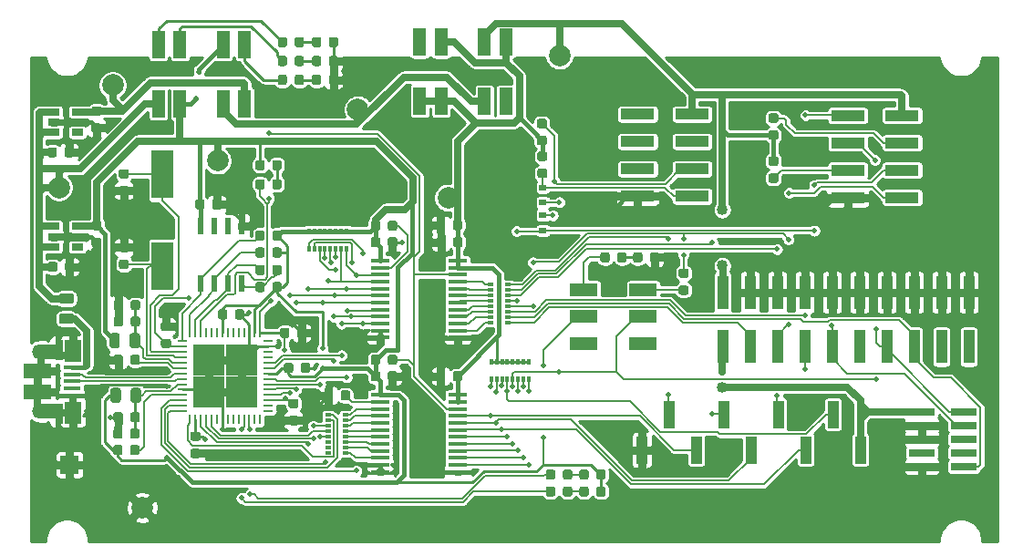
<source format=gbr>
G04 #@! TF.GenerationSoftware,KiCad,Pcbnew,5.1.6~rc1+dfsg1-1+b1*
G04 #@! TF.CreationDate,2020-05-08T22:32:14-07:00*
G04 #@! TF.ProjectId,board,626f6172-642e-46b6-9963-61645f706362,rev?*
G04 #@! TF.SameCoordinates,Original*
G04 #@! TF.FileFunction,Copper,L1,Top*
G04 #@! TF.FilePolarity,Positive*
%FSLAX46Y46*%
G04 Gerber Fmt 4.6, Leading zero omitted, Abs format (unit mm)*
G04 Created by KiCad (PCBNEW 5.1.6~rc1+dfsg1-1+b1) date 2020-05-08 22:32:14*
%MOMM*%
%LPD*%
G01*
G04 APERTURE LIST*
G04 #@! TA.AperFunction,SMDPad,CuDef*
%ADD10R,0.600000X1.550000*%
G04 #@! TD*
G04 #@! TA.AperFunction,SMDPad,CuDef*
%ADD11R,0.340000X0.600000*%
G04 #@! TD*
G04 #@! TA.AperFunction,SMDPad,CuDef*
%ADD12R,0.600000X0.340000*%
G04 #@! TD*
G04 #@! TA.AperFunction,SMDPad,CuDef*
%ADD13O,1.000000X0.250000*%
G04 #@! TD*
G04 #@! TA.AperFunction,SMDPad,CuDef*
%ADD14O,0.250000X1.000000*%
G04 #@! TD*
G04 #@! TA.AperFunction,SMDPad,CuDef*
%ADD15R,3.000000X3.000000*%
G04 #@! TD*
G04 #@! TA.AperFunction,SMDPad,CuDef*
%ADD16R,0.700000X0.600000*%
G04 #@! TD*
G04 #@! TA.AperFunction,SMDPad,CuDef*
%ADD17R,2.000000X1.350000*%
G04 #@! TD*
G04 #@! TA.AperFunction,SMDPad,CuDef*
%ADD18R,0.700000X1.825000*%
G04 #@! TD*
G04 #@! TA.AperFunction,SMDPad,CuDef*
%ADD19R,1.500000X2.000000*%
G04 #@! TD*
G04 #@! TA.AperFunction,SMDPad,CuDef*
%ADD20R,1.650000X0.400000*%
G04 #@! TD*
G04 #@! TA.AperFunction,ComponentPad*
%ADD21O,1.500000X1.100000*%
G04 #@! TD*
G04 #@! TA.AperFunction,ComponentPad*
%ADD22O,1.700000X1.350000*%
G04 #@! TD*
G04 #@! TA.AperFunction,SMDPad,CuDef*
%ADD23R,2.500000X1.430000*%
G04 #@! TD*
G04 #@! TA.AperFunction,SMDPad,CuDef*
%ADD24R,2.400000X0.740000*%
G04 #@! TD*
G04 #@! TA.AperFunction,SMDPad,CuDef*
%ADD25R,1.000000X3.150000*%
G04 #@! TD*
G04 #@! TA.AperFunction,SMDPad,CuDef*
%ADD26R,1.000000X2.510000*%
G04 #@! TD*
G04 #@! TA.AperFunction,SMDPad,CuDef*
%ADD27R,3.150000X1.000000*%
G04 #@! TD*
G04 #@! TA.AperFunction,SMDPad,CuDef*
%ADD28R,1.060000X0.650000*%
G04 #@! TD*
G04 #@! TA.AperFunction,SMDPad,CuDef*
%ADD29R,1.750000X0.450000*%
G04 #@! TD*
G04 #@! TA.AperFunction,SMDPad,CuDef*
%ADD30R,2.000000X4.500000*%
G04 #@! TD*
G04 #@! TA.AperFunction,SMDPad,CuDef*
%ADD31R,1.200000X2.500000*%
G04 #@! TD*
G04 #@! TA.AperFunction,SMDPad,CuDef*
%ADD32R,2.500000X1.200000*%
G04 #@! TD*
G04 #@! TA.AperFunction,SMDPad,CuDef*
%ADD33C,2.000000*%
G04 #@! TD*
G04 #@! TA.AperFunction,ComponentPad*
%ADD34R,1.700000X1.700000*%
G04 #@! TD*
G04 #@! TA.AperFunction,ViaPad*
%ADD35C,1.016000*%
G04 #@! TD*
G04 #@! TA.AperFunction,ViaPad*
%ADD36C,0.508000*%
G04 #@! TD*
G04 #@! TA.AperFunction,Conductor*
%ADD37C,0.381000*%
G04 #@! TD*
G04 #@! TA.AperFunction,Conductor*
%ADD38C,0.254000*%
G04 #@! TD*
G04 #@! TA.AperFunction,Conductor*
%ADD39C,0.635000*%
G04 #@! TD*
G04 #@! TA.AperFunction,Conductor*
%ADD40C,0.152400*%
G04 #@! TD*
G04 APERTURE END LIST*
G04 #@! TA.AperFunction,SMDPad,CuDef*
G36*
G01*
X157856250Y-89240000D02*
X157343750Y-89240000D01*
G75*
G02*
X157125000Y-89021250I0J218750D01*
G01*
X157125000Y-88583750D01*
G75*
G02*
X157343750Y-88365000I218750J0D01*
G01*
X157856250Y-88365000D01*
G75*
G02*
X158075000Y-88583750I0J-218750D01*
G01*
X158075000Y-89021250D01*
G75*
G02*
X157856250Y-89240000I-218750J0D01*
G01*
G37*
G04 #@! TD.AperFunction*
G04 #@! TA.AperFunction,SMDPad,CuDef*
G36*
G01*
X157856250Y-90815000D02*
X157343750Y-90815000D01*
G75*
G02*
X157125000Y-90596250I0J218750D01*
G01*
X157125000Y-90158750D01*
G75*
G02*
X157343750Y-89940000I218750J0D01*
G01*
X157856250Y-89940000D01*
G75*
G02*
X158075000Y-90158750I0J-218750D01*
G01*
X158075000Y-90596250D01*
G75*
G02*
X157856250Y-90815000I-218750J0D01*
G01*
G37*
G04 #@! TD.AperFunction*
G04 #@! TA.AperFunction,SMDPad,CuDef*
G36*
G01*
X157856250Y-93250000D02*
X157343750Y-93250000D01*
G75*
G02*
X157125000Y-93031250I0J218750D01*
G01*
X157125000Y-92593750D01*
G75*
G02*
X157343750Y-92375000I218750J0D01*
G01*
X157856250Y-92375000D01*
G75*
G02*
X158075000Y-92593750I0J-218750D01*
G01*
X158075000Y-93031250D01*
G75*
G02*
X157856250Y-93250000I-218750J0D01*
G01*
G37*
G04 #@! TD.AperFunction*
G04 #@! TA.AperFunction,SMDPad,CuDef*
G36*
G01*
X157856250Y-94825000D02*
X157343750Y-94825000D01*
G75*
G02*
X157125000Y-94606250I0J218750D01*
G01*
X157125000Y-94168750D01*
G75*
G02*
X157343750Y-93950000I218750J0D01*
G01*
X157856250Y-93950000D01*
G75*
G02*
X158075000Y-94168750I0J-218750D01*
G01*
X158075000Y-94606250D01*
G75*
G02*
X157856250Y-94825000I-218750J0D01*
G01*
G37*
G04 #@! TD.AperFunction*
D10*
X104444800Y-104190800D03*
X105714800Y-104190800D03*
X106984800Y-104190800D03*
X108254800Y-104190800D03*
X108254800Y-98790800D03*
X106984800Y-98790800D03*
X105714800Y-98790800D03*
X104444800Y-98790800D03*
D11*
X117960400Y-100914000D03*
X117960400Y-99314000D03*
X117460400Y-100914000D03*
X117460400Y-99314000D03*
X116960400Y-100914000D03*
X116960400Y-99314000D03*
X116460400Y-100914000D03*
X116460400Y-99314000D03*
X115960400Y-100914000D03*
X115960400Y-99314000D03*
X115460400Y-100914000D03*
X115460400Y-99314000D03*
X114960400Y-100914000D03*
X114960400Y-99314000D03*
X114460400Y-100914000D03*
X114460400Y-99314000D03*
D12*
X116256000Y-119872000D03*
X117856000Y-119872000D03*
X116256000Y-119372000D03*
X117856000Y-119372000D03*
X116256000Y-118872000D03*
X117856000Y-118872000D03*
X116256000Y-118372000D03*
X117856000Y-118372000D03*
X116256000Y-117872000D03*
X117856000Y-117872000D03*
X116256000Y-117372000D03*
X117856000Y-117372000D03*
X116256000Y-116872000D03*
X117856000Y-116872000D03*
X116256000Y-116372000D03*
X117856000Y-116372000D03*
X131318000Y-107765600D03*
X132918000Y-107765600D03*
X131318000Y-107265600D03*
X132918000Y-107265600D03*
X131318000Y-106765600D03*
X132918000Y-106765600D03*
X131318000Y-106265600D03*
X132918000Y-106265600D03*
X131318000Y-105765600D03*
X132918000Y-105765600D03*
X131318000Y-105265600D03*
X132918000Y-105265600D03*
X131318000Y-104765600D03*
X132918000Y-104765600D03*
X131318000Y-104265600D03*
X132918000Y-104265600D03*
D11*
X134896800Y-113017200D03*
X134896800Y-111417200D03*
X134396800Y-113017200D03*
X134396800Y-111417200D03*
X133896800Y-113017200D03*
X133896800Y-111417200D03*
X133396800Y-113017200D03*
X133396800Y-111417200D03*
X132896800Y-113017200D03*
X132896800Y-111417200D03*
X132396800Y-113017200D03*
X132396800Y-111417200D03*
X131896800Y-113017200D03*
X131896800Y-111417200D03*
X131396800Y-113017200D03*
X131396800Y-111417200D03*
D13*
X102680000Y-109526000D03*
X102680000Y-110026000D03*
X102680000Y-110526000D03*
X102680000Y-111026000D03*
X102680000Y-111526000D03*
X102680000Y-112026000D03*
X102680000Y-112526000D03*
X102680000Y-113026000D03*
X102680000Y-113526000D03*
X102680000Y-114026000D03*
X102680000Y-114526000D03*
X102680000Y-115026000D03*
X102680000Y-115526000D03*
X102680000Y-116026000D03*
D14*
X103430000Y-116776000D03*
X103930000Y-116776000D03*
X104430000Y-116776000D03*
X104930000Y-116776000D03*
X105430000Y-116776000D03*
X105930000Y-116776000D03*
X106430000Y-116776000D03*
X106930000Y-116776000D03*
X107430000Y-116776000D03*
X107930000Y-116776000D03*
X108430000Y-116776000D03*
X108930000Y-116776000D03*
X109430000Y-116776000D03*
X109930000Y-116776000D03*
D13*
X110680000Y-116026000D03*
X110680000Y-115526000D03*
X110680000Y-115026000D03*
X110680000Y-114526000D03*
X110680000Y-114026000D03*
X110680000Y-113526000D03*
X110680000Y-113026000D03*
X110680000Y-112526000D03*
X110680000Y-112026000D03*
X110680000Y-111526000D03*
X110680000Y-111026000D03*
X110680000Y-110526000D03*
X110680000Y-110026000D03*
X110680000Y-109526000D03*
D14*
X109930000Y-108776000D03*
X109430000Y-108776000D03*
X108930000Y-108776000D03*
X108430000Y-108776000D03*
X107930000Y-108776000D03*
X107430000Y-108776000D03*
X106930000Y-108776000D03*
X106430000Y-108776000D03*
X105930000Y-108776000D03*
X105430000Y-108776000D03*
X104930000Y-108776000D03*
X104430000Y-108776000D03*
X103930000Y-108776000D03*
X103430000Y-108776000D03*
D15*
X105180000Y-111276000D03*
X105180000Y-114276000D03*
X108180000Y-111276000D03*
X108180000Y-114276000D03*
G04 #@! TA.AperFunction,SMDPad,CuDef*
G36*
G01*
X98786500Y-107439750D02*
X98786500Y-107952250D01*
G75*
G02*
X98567750Y-108171000I-218750J0D01*
G01*
X98130250Y-108171000D01*
G75*
G02*
X97911500Y-107952250I0J218750D01*
G01*
X97911500Y-107439750D01*
G75*
G02*
X98130250Y-107221000I218750J0D01*
G01*
X98567750Y-107221000D01*
G75*
G02*
X98786500Y-107439750I0J-218750D01*
G01*
G37*
G04 #@! TD.AperFunction*
G04 #@! TA.AperFunction,SMDPad,CuDef*
G36*
G01*
X97211500Y-107439750D02*
X97211500Y-107952250D01*
G75*
G02*
X96992750Y-108171000I-218750J0D01*
G01*
X96555250Y-108171000D01*
G75*
G02*
X96336500Y-107952250I0J218750D01*
G01*
X96336500Y-107439750D01*
G75*
G02*
X96555250Y-107221000I218750J0D01*
G01*
X96992750Y-107221000D01*
G75*
G02*
X97211500Y-107439750I0J-218750D01*
G01*
G37*
G04 #@! TD.AperFunction*
G04 #@! TA.AperFunction,SMDPad,CuDef*
G36*
G01*
X98786500Y-105915750D02*
X98786500Y-106428250D01*
G75*
G02*
X98567750Y-106647000I-218750J0D01*
G01*
X98130250Y-106647000D01*
G75*
G02*
X97911500Y-106428250I0J218750D01*
G01*
X97911500Y-105915750D01*
G75*
G02*
X98130250Y-105697000I218750J0D01*
G01*
X98567750Y-105697000D01*
G75*
G02*
X98786500Y-105915750I0J-218750D01*
G01*
G37*
G04 #@! TD.AperFunction*
G04 #@! TA.AperFunction,SMDPad,CuDef*
G36*
G01*
X97211500Y-105915750D02*
X97211500Y-106428250D01*
G75*
G02*
X96992750Y-106647000I-218750J0D01*
G01*
X96555250Y-106647000D01*
G75*
G02*
X96336500Y-106428250I0J218750D01*
G01*
X96336500Y-105915750D01*
G75*
G02*
X96555250Y-105697000I218750J0D01*
G01*
X96992750Y-105697000D01*
G75*
G02*
X97211500Y-105915750I0J-218750D01*
G01*
G37*
G04 #@! TD.AperFunction*
G04 #@! TA.AperFunction,SMDPad,CuDef*
G36*
G01*
X111779700Y-109019050D02*
X111779700Y-108506550D01*
G75*
G02*
X111998450Y-108287800I218750J0D01*
G01*
X112435950Y-108287800D01*
G75*
G02*
X112654700Y-108506550I0J-218750D01*
G01*
X112654700Y-109019050D01*
G75*
G02*
X112435950Y-109237800I-218750J0D01*
G01*
X111998450Y-109237800D01*
G75*
G02*
X111779700Y-109019050I0J218750D01*
G01*
G37*
G04 #@! TD.AperFunction*
G04 #@! TA.AperFunction,SMDPad,CuDef*
G36*
G01*
X113354700Y-109019050D02*
X113354700Y-108506550D01*
G75*
G02*
X113573450Y-108287800I218750J0D01*
G01*
X114010950Y-108287800D01*
G75*
G02*
X114229700Y-108506550I0J-218750D01*
G01*
X114229700Y-109019050D01*
G75*
G02*
X114010950Y-109237800I-218750J0D01*
G01*
X113573450Y-109237800D01*
G75*
G02*
X113354700Y-109019050I0J218750D01*
G01*
G37*
G04 #@! TD.AperFunction*
G04 #@! TA.AperFunction,SMDPad,CuDef*
G36*
G01*
X97186000Y-116329750D02*
X97186000Y-116842250D01*
G75*
G02*
X96967250Y-117061000I-218750J0D01*
G01*
X96529750Y-117061000D01*
G75*
G02*
X96311000Y-116842250I0J218750D01*
G01*
X96311000Y-116329750D01*
G75*
G02*
X96529750Y-116111000I218750J0D01*
G01*
X96967250Y-116111000D01*
G75*
G02*
X97186000Y-116329750I0J-218750D01*
G01*
G37*
G04 #@! TD.AperFunction*
G04 #@! TA.AperFunction,SMDPad,CuDef*
G36*
G01*
X98761000Y-116329750D02*
X98761000Y-116842250D01*
G75*
G02*
X98542250Y-117061000I-218750J0D01*
G01*
X98104750Y-117061000D01*
G75*
G02*
X97886000Y-116842250I0J218750D01*
G01*
X97886000Y-116329750D01*
G75*
G02*
X98104750Y-116111000I218750J0D01*
G01*
X98542250Y-116111000D01*
G75*
G02*
X98761000Y-116329750I0J-218750D01*
G01*
G37*
G04 #@! TD.AperFunction*
G04 #@! TA.AperFunction,SMDPad,CuDef*
G36*
G01*
X97160500Y-117853750D02*
X97160500Y-118366250D01*
G75*
G02*
X96941750Y-118585000I-218750J0D01*
G01*
X96504250Y-118585000D01*
G75*
G02*
X96285500Y-118366250I0J218750D01*
G01*
X96285500Y-117853750D01*
G75*
G02*
X96504250Y-117635000I218750J0D01*
G01*
X96941750Y-117635000D01*
G75*
G02*
X97160500Y-117853750I0J-218750D01*
G01*
G37*
G04 #@! TD.AperFunction*
G04 #@! TA.AperFunction,SMDPad,CuDef*
G36*
G01*
X98735500Y-117853750D02*
X98735500Y-118366250D01*
G75*
G02*
X98516750Y-118585000I-218750J0D01*
G01*
X98079250Y-118585000D01*
G75*
G02*
X97860500Y-118366250I0J218750D01*
G01*
X97860500Y-117853750D01*
G75*
G02*
X98079250Y-117635000I218750J0D01*
G01*
X98516750Y-117635000D01*
G75*
G02*
X98735500Y-117853750I0J-218750D01*
G01*
G37*
G04 #@! TD.AperFunction*
G04 #@! TA.AperFunction,SMDPad,CuDef*
G36*
G01*
X97538250Y-101250000D02*
X97025750Y-101250000D01*
G75*
G02*
X96807000Y-101031250I0J218750D01*
G01*
X96807000Y-100593750D01*
G75*
G02*
X97025750Y-100375000I218750J0D01*
G01*
X97538250Y-100375000D01*
G75*
G02*
X97757000Y-100593750I0J-218750D01*
G01*
X97757000Y-101031250D01*
G75*
G02*
X97538250Y-101250000I-218750J0D01*
G01*
G37*
G04 #@! TD.AperFunction*
G04 #@! TA.AperFunction,SMDPad,CuDef*
G36*
G01*
X97538250Y-102825000D02*
X97025750Y-102825000D01*
G75*
G02*
X96807000Y-102606250I0J218750D01*
G01*
X96807000Y-102168750D01*
G75*
G02*
X97025750Y-101950000I218750J0D01*
G01*
X97538250Y-101950000D01*
G75*
G02*
X97757000Y-102168750I0J-218750D01*
G01*
X97757000Y-102606250D01*
G75*
G02*
X97538250Y-102825000I-218750J0D01*
G01*
G37*
G04 #@! TD.AperFunction*
G04 #@! TA.AperFunction,SMDPad,CuDef*
G36*
G01*
X97025750Y-93542500D02*
X97538250Y-93542500D01*
G75*
G02*
X97757000Y-93761250I0J-218750D01*
G01*
X97757000Y-94198750D01*
G75*
G02*
X97538250Y-94417500I-218750J0D01*
G01*
X97025750Y-94417500D01*
G75*
G02*
X96807000Y-94198750I0J218750D01*
G01*
X96807000Y-93761250D01*
G75*
G02*
X97025750Y-93542500I218750J0D01*
G01*
G37*
G04 #@! TD.AperFunction*
G04 #@! TA.AperFunction,SMDPad,CuDef*
G36*
G01*
X97025750Y-95117500D02*
X97538250Y-95117500D01*
G75*
G02*
X97757000Y-95336250I0J-218750D01*
G01*
X97757000Y-95773750D01*
G75*
G02*
X97538250Y-95992500I-218750J0D01*
G01*
X97025750Y-95992500D01*
G75*
G02*
X96807000Y-95773750I0J218750D01*
G01*
X96807000Y-95336250D01*
G75*
G02*
X97025750Y-95117500I218750J0D01*
G01*
G37*
G04 #@! TD.AperFunction*
G04 #@! TA.AperFunction,SMDPad,CuDef*
G36*
G01*
X101449850Y-108590500D02*
X100937350Y-108590500D01*
G75*
G02*
X100718600Y-108371750I0J218750D01*
G01*
X100718600Y-107934250D01*
G75*
G02*
X100937350Y-107715500I218750J0D01*
G01*
X101449850Y-107715500D01*
G75*
G02*
X101668600Y-107934250I0J-218750D01*
G01*
X101668600Y-108371750D01*
G75*
G02*
X101449850Y-108590500I-218750J0D01*
G01*
G37*
G04 #@! TD.AperFunction*
G04 #@! TA.AperFunction,SMDPad,CuDef*
G36*
G01*
X101449850Y-110165500D02*
X100937350Y-110165500D01*
G75*
G02*
X100718600Y-109946750I0J218750D01*
G01*
X100718600Y-109509250D01*
G75*
G02*
X100937350Y-109290500I218750J0D01*
G01*
X101449850Y-109290500D01*
G75*
G02*
X101668600Y-109509250I0J-218750D01*
G01*
X101668600Y-109946750D01*
G75*
G02*
X101449850Y-110165500I-218750J0D01*
G01*
G37*
G04 #@! TD.AperFunction*
G04 #@! TA.AperFunction,SMDPad,CuDef*
G36*
G01*
X112773750Y-114878500D02*
X113286250Y-114878500D01*
G75*
G02*
X113505000Y-115097250I0J-218750D01*
G01*
X113505000Y-115534750D01*
G75*
G02*
X113286250Y-115753500I-218750J0D01*
G01*
X112773750Y-115753500D01*
G75*
G02*
X112555000Y-115534750I0J218750D01*
G01*
X112555000Y-115097250D01*
G75*
G02*
X112773750Y-114878500I218750J0D01*
G01*
G37*
G04 #@! TD.AperFunction*
G04 #@! TA.AperFunction,SMDPad,CuDef*
G36*
G01*
X112773750Y-116453500D02*
X113286250Y-116453500D01*
G75*
G02*
X113505000Y-116672250I0J-218750D01*
G01*
X113505000Y-117109750D01*
G75*
G02*
X113286250Y-117328500I-218750J0D01*
G01*
X112773750Y-117328500D01*
G75*
G02*
X112555000Y-117109750I0J218750D01*
G01*
X112555000Y-116672250D01*
G75*
G02*
X112773750Y-116453500I218750J0D01*
G01*
G37*
G04 #@! TD.AperFunction*
G04 #@! TA.AperFunction,SMDPad,CuDef*
G36*
G01*
X113710300Y-112270250D02*
X113710300Y-111757750D01*
G75*
G02*
X113929050Y-111539000I218750J0D01*
G01*
X114366550Y-111539000D01*
G75*
G02*
X114585300Y-111757750I0J-218750D01*
G01*
X114585300Y-112270250D01*
G75*
G02*
X114366550Y-112489000I-218750J0D01*
G01*
X113929050Y-112489000D01*
G75*
G02*
X113710300Y-112270250I0J218750D01*
G01*
G37*
G04 #@! TD.AperFunction*
G04 #@! TA.AperFunction,SMDPad,CuDef*
G36*
G01*
X112135300Y-112270250D02*
X112135300Y-111757750D01*
G75*
G02*
X112354050Y-111539000I218750J0D01*
G01*
X112791550Y-111539000D01*
G75*
G02*
X113010300Y-111757750I0J-218750D01*
G01*
X113010300Y-112270250D01*
G75*
G02*
X112791550Y-112489000I-218750J0D01*
G01*
X112354050Y-112489000D01*
G75*
G02*
X112135300Y-112270250I0J218750D01*
G01*
G37*
G04 #@! TD.AperFunction*
G04 #@! TA.AperFunction,SMDPad,CuDef*
G36*
G01*
X103680550Y-117926500D02*
X104193050Y-117926500D01*
G75*
G02*
X104411800Y-118145250I0J-218750D01*
G01*
X104411800Y-118582750D01*
G75*
G02*
X104193050Y-118801500I-218750J0D01*
G01*
X103680550Y-118801500D01*
G75*
G02*
X103461800Y-118582750I0J218750D01*
G01*
X103461800Y-118145250D01*
G75*
G02*
X103680550Y-117926500I218750J0D01*
G01*
G37*
G04 #@! TD.AperFunction*
G04 #@! TA.AperFunction,SMDPad,CuDef*
G36*
G01*
X103680550Y-119501500D02*
X104193050Y-119501500D01*
G75*
G02*
X104411800Y-119720250I0J-218750D01*
G01*
X104411800Y-120157750D01*
G75*
G02*
X104193050Y-120376500I-218750J0D01*
G01*
X103680550Y-120376500D01*
G75*
G02*
X103461800Y-120157750I0J218750D01*
G01*
X103461800Y-119720250D01*
G75*
G02*
X103680550Y-119501500I218750J0D01*
G01*
G37*
G04 #@! TD.AperFunction*
G04 #@! TA.AperFunction,SMDPad,CuDef*
G36*
G01*
X107588800Y-107291850D02*
X107588800Y-106779350D01*
G75*
G02*
X107807550Y-106560600I218750J0D01*
G01*
X108245050Y-106560600D01*
G75*
G02*
X108463800Y-106779350I0J-218750D01*
G01*
X108463800Y-107291850D01*
G75*
G02*
X108245050Y-107510600I-218750J0D01*
G01*
X107807550Y-107510600D01*
G75*
G02*
X107588800Y-107291850I0J218750D01*
G01*
G37*
G04 #@! TD.AperFunction*
G04 #@! TA.AperFunction,SMDPad,CuDef*
G36*
G01*
X106013800Y-107291850D02*
X106013800Y-106779350D01*
G75*
G02*
X106232550Y-106560600I218750J0D01*
G01*
X106670050Y-106560600D01*
G75*
G02*
X106888800Y-106779350I0J-218750D01*
G01*
X106888800Y-107291850D01*
G75*
G02*
X106670050Y-107510600I-218750J0D01*
G01*
X106232550Y-107510600D01*
G75*
G02*
X106013800Y-107291850I0J218750D01*
G01*
G37*
G04 #@! TD.AperFunction*
G04 #@! TA.AperFunction,SMDPad,CuDef*
G36*
G01*
X105480700Y-97081050D02*
X105480700Y-96568550D01*
G75*
G02*
X105699450Y-96349800I218750J0D01*
G01*
X106136950Y-96349800D01*
G75*
G02*
X106355700Y-96568550I0J-218750D01*
G01*
X106355700Y-97081050D01*
G75*
G02*
X106136950Y-97299800I-218750J0D01*
G01*
X105699450Y-97299800D01*
G75*
G02*
X105480700Y-97081050I0J218750D01*
G01*
G37*
G04 #@! TD.AperFunction*
G04 #@! TA.AperFunction,SMDPad,CuDef*
G36*
G01*
X103905700Y-97081050D02*
X103905700Y-96568550D01*
G75*
G02*
X104124450Y-96349800I218750J0D01*
G01*
X104561950Y-96349800D01*
G75*
G02*
X104780700Y-96568550I0J-218750D01*
G01*
X104780700Y-97081050D01*
G75*
G02*
X104561950Y-97299800I-218750J0D01*
G01*
X104124450Y-97299800D01*
G75*
G02*
X103905700Y-97081050I0J218750D01*
G01*
G37*
G04 #@! TD.AperFunction*
G04 #@! TA.AperFunction,SMDPad,CuDef*
G36*
G01*
X91764500Y-92240250D02*
X91764500Y-91727750D01*
G75*
G02*
X91983250Y-91509000I218750J0D01*
G01*
X92420750Y-91509000D01*
G75*
G02*
X92639500Y-91727750I0J-218750D01*
G01*
X92639500Y-92240250D01*
G75*
G02*
X92420750Y-92459000I-218750J0D01*
G01*
X91983250Y-92459000D01*
G75*
G02*
X91764500Y-92240250I0J218750D01*
G01*
G37*
G04 #@! TD.AperFunction*
G04 #@! TA.AperFunction,SMDPad,CuDef*
G36*
G01*
X90189500Y-92240250D02*
X90189500Y-91727750D01*
G75*
G02*
X90408250Y-91509000I218750J0D01*
G01*
X90845750Y-91509000D01*
G75*
G02*
X91064500Y-91727750I0J-218750D01*
G01*
X91064500Y-92240250D01*
G75*
G02*
X90845750Y-92459000I-218750J0D01*
G01*
X90408250Y-92459000D01*
G75*
G02*
X90189500Y-92240250I0J218750D01*
G01*
G37*
G04 #@! TD.AperFunction*
G04 #@! TA.AperFunction,SMDPad,CuDef*
G36*
G01*
X90240500Y-102872250D02*
X90240500Y-102359750D01*
G75*
G02*
X90459250Y-102141000I218750J0D01*
G01*
X90896750Y-102141000D01*
G75*
G02*
X91115500Y-102359750I0J-218750D01*
G01*
X91115500Y-102872250D01*
G75*
G02*
X90896750Y-103091000I-218750J0D01*
G01*
X90459250Y-103091000D01*
G75*
G02*
X90240500Y-102872250I0J218750D01*
G01*
G37*
G04 #@! TD.AperFunction*
G04 #@! TA.AperFunction,SMDPad,CuDef*
G36*
G01*
X91815500Y-102872250D02*
X91815500Y-102359750D01*
G75*
G02*
X92034250Y-102141000I218750J0D01*
G01*
X92471750Y-102141000D01*
G75*
G02*
X92690500Y-102359750I0J-218750D01*
G01*
X92690500Y-102872250D01*
G75*
G02*
X92471750Y-103091000I-218750J0D01*
G01*
X92034250Y-103091000D01*
G75*
G02*
X91815500Y-102872250I0J218750D01*
G01*
G37*
G04 #@! TD.AperFunction*
G04 #@! TA.AperFunction,SMDPad,CuDef*
G36*
G01*
X94485750Y-98343000D02*
X94998250Y-98343000D01*
G75*
G02*
X95217000Y-98561750I0J-218750D01*
G01*
X95217000Y-98999250D01*
G75*
G02*
X94998250Y-99218000I-218750J0D01*
G01*
X94485750Y-99218000D01*
G75*
G02*
X94267000Y-98999250I0J218750D01*
G01*
X94267000Y-98561750D01*
G75*
G02*
X94485750Y-98343000I218750J0D01*
G01*
G37*
G04 #@! TD.AperFunction*
G04 #@! TA.AperFunction,SMDPad,CuDef*
G36*
G01*
X94485750Y-99918000D02*
X94998250Y-99918000D01*
G75*
G02*
X95217000Y-100136750I0J-218750D01*
G01*
X95217000Y-100574250D01*
G75*
G02*
X94998250Y-100793000I-218750J0D01*
G01*
X94485750Y-100793000D01*
G75*
G02*
X94267000Y-100574250I0J218750D01*
G01*
X94267000Y-100136750D01*
G75*
G02*
X94485750Y-99918000I218750J0D01*
G01*
G37*
G04 #@! TD.AperFunction*
G04 #@! TA.AperFunction,SMDPad,CuDef*
G36*
G01*
X94485750Y-87711000D02*
X94998250Y-87711000D01*
G75*
G02*
X95217000Y-87929750I0J-218750D01*
G01*
X95217000Y-88367250D01*
G75*
G02*
X94998250Y-88586000I-218750J0D01*
G01*
X94485750Y-88586000D01*
G75*
G02*
X94267000Y-88367250I0J218750D01*
G01*
X94267000Y-87929750D01*
G75*
G02*
X94485750Y-87711000I218750J0D01*
G01*
G37*
G04 #@! TD.AperFunction*
G04 #@! TA.AperFunction,SMDPad,CuDef*
G36*
G01*
X94485750Y-89286000D02*
X94998250Y-89286000D01*
G75*
G02*
X95217000Y-89504750I0J-218750D01*
G01*
X95217000Y-89942250D01*
G75*
G02*
X94998250Y-90161000I-218750J0D01*
G01*
X94485750Y-90161000D01*
G75*
G02*
X94267000Y-89942250I0J218750D01*
G01*
X94267000Y-89504750D01*
G75*
G02*
X94485750Y-89286000I218750J0D01*
G01*
G37*
G04 #@! TD.AperFunction*
G04 #@! TA.AperFunction,SMDPad,CuDef*
G36*
G01*
X121787500Y-100586250D02*
X121787500Y-100073750D01*
G75*
G02*
X122006250Y-99855000I218750J0D01*
G01*
X122443750Y-99855000D01*
G75*
G02*
X122662500Y-100073750I0J-218750D01*
G01*
X122662500Y-100586250D01*
G75*
G02*
X122443750Y-100805000I-218750J0D01*
G01*
X122006250Y-100805000D01*
G75*
G02*
X121787500Y-100586250I0J218750D01*
G01*
G37*
G04 #@! TD.AperFunction*
G04 #@! TA.AperFunction,SMDPad,CuDef*
G36*
G01*
X120212500Y-100586250D02*
X120212500Y-100073750D01*
G75*
G02*
X120431250Y-99855000I218750J0D01*
G01*
X120868750Y-99855000D01*
G75*
G02*
X121087500Y-100073750I0J-218750D01*
G01*
X121087500Y-100586250D01*
G75*
G02*
X120868750Y-100805000I-218750J0D01*
G01*
X120431250Y-100805000D01*
G75*
G02*
X120212500Y-100586250I0J218750D01*
G01*
G37*
G04 #@! TD.AperFunction*
G04 #@! TA.AperFunction,SMDPad,CuDef*
G36*
G01*
X120212500Y-113032250D02*
X120212500Y-112519750D01*
G75*
G02*
X120431250Y-112301000I218750J0D01*
G01*
X120868750Y-112301000D01*
G75*
G02*
X121087500Y-112519750I0J-218750D01*
G01*
X121087500Y-113032250D01*
G75*
G02*
X120868750Y-113251000I-218750J0D01*
G01*
X120431250Y-113251000D01*
G75*
G02*
X120212500Y-113032250I0J218750D01*
G01*
G37*
G04 #@! TD.AperFunction*
G04 #@! TA.AperFunction,SMDPad,CuDef*
G36*
G01*
X121787500Y-113032250D02*
X121787500Y-112519750D01*
G75*
G02*
X122006250Y-112301000I218750J0D01*
G01*
X122443750Y-112301000D01*
G75*
G02*
X122662500Y-112519750I0J-218750D01*
G01*
X122662500Y-113032250D01*
G75*
G02*
X122443750Y-113251000I-218750J0D01*
G01*
X122006250Y-113251000D01*
G75*
G02*
X121787500Y-113032250I0J218750D01*
G01*
G37*
G04 #@! TD.AperFunction*
G04 #@! TA.AperFunction,SMDPad,CuDef*
G36*
G01*
X128733000Y-100073750D02*
X128733000Y-100586250D01*
G75*
G02*
X128514250Y-100805000I-218750J0D01*
G01*
X128076750Y-100805000D01*
G75*
G02*
X127858000Y-100586250I0J218750D01*
G01*
X127858000Y-100073750D01*
G75*
G02*
X128076750Y-99855000I218750J0D01*
G01*
X128514250Y-99855000D01*
G75*
G02*
X128733000Y-100073750I0J-218750D01*
G01*
G37*
G04 #@! TD.AperFunction*
G04 #@! TA.AperFunction,SMDPad,CuDef*
G36*
G01*
X127158000Y-100073750D02*
X127158000Y-100586250D01*
G75*
G02*
X126939250Y-100805000I-218750J0D01*
G01*
X126501750Y-100805000D01*
G75*
G02*
X126283000Y-100586250I0J218750D01*
G01*
X126283000Y-100073750D01*
G75*
G02*
X126501750Y-99855000I218750J0D01*
G01*
X126939250Y-99855000D01*
G75*
G02*
X127158000Y-100073750I0J-218750D01*
G01*
G37*
G04 #@! TD.AperFunction*
G04 #@! TA.AperFunction,SMDPad,CuDef*
G36*
G01*
X127132500Y-112519750D02*
X127132500Y-113032250D01*
G75*
G02*
X126913750Y-113251000I-218750J0D01*
G01*
X126476250Y-113251000D01*
G75*
G02*
X126257500Y-113032250I0J218750D01*
G01*
X126257500Y-112519750D01*
G75*
G02*
X126476250Y-112301000I218750J0D01*
G01*
X126913750Y-112301000D01*
G75*
G02*
X127132500Y-112519750I0J-218750D01*
G01*
G37*
G04 #@! TD.AperFunction*
G04 #@! TA.AperFunction,SMDPad,CuDef*
G36*
G01*
X128707500Y-112519750D02*
X128707500Y-113032250D01*
G75*
G02*
X128488750Y-113251000I-218750J0D01*
G01*
X128051250Y-113251000D01*
G75*
G02*
X127832500Y-113032250I0J218750D01*
G01*
X127832500Y-112519750D01*
G75*
G02*
X128051250Y-112301000I218750J0D01*
G01*
X128488750Y-112301000D01*
G75*
G02*
X128707500Y-112519750I0J-218750D01*
G01*
G37*
G04 #@! TD.AperFunction*
G04 #@! TA.AperFunction,SMDPad,CuDef*
G36*
G01*
X139567300Y-123751050D02*
X139567300Y-123238550D01*
G75*
G02*
X139786050Y-123019800I218750J0D01*
G01*
X140223550Y-123019800D01*
G75*
G02*
X140442300Y-123238550I0J-218750D01*
G01*
X140442300Y-123751050D01*
G75*
G02*
X140223550Y-123969800I-218750J0D01*
G01*
X139786050Y-123969800D01*
G75*
G02*
X139567300Y-123751050I0J218750D01*
G01*
G37*
G04 #@! TD.AperFunction*
G04 #@! TA.AperFunction,SMDPad,CuDef*
G36*
G01*
X141142300Y-123751050D02*
X141142300Y-123238550D01*
G75*
G02*
X141361050Y-123019800I218750J0D01*
G01*
X141798550Y-123019800D01*
G75*
G02*
X142017300Y-123238550I0J-218750D01*
G01*
X142017300Y-123751050D01*
G75*
G02*
X141798550Y-123969800I-218750J0D01*
G01*
X141361050Y-123969800D01*
G75*
G02*
X141142300Y-123751050I0J218750D01*
G01*
G37*
G04 #@! TD.AperFunction*
G04 #@! TA.AperFunction,SMDPad,CuDef*
G36*
G01*
X139567300Y-122176250D02*
X139567300Y-121663750D01*
G75*
G02*
X139786050Y-121445000I218750J0D01*
G01*
X140223550Y-121445000D01*
G75*
G02*
X140442300Y-121663750I0J-218750D01*
G01*
X140442300Y-122176250D01*
G75*
G02*
X140223550Y-122395000I-218750J0D01*
G01*
X139786050Y-122395000D01*
G75*
G02*
X139567300Y-122176250I0J218750D01*
G01*
G37*
G04 #@! TD.AperFunction*
G04 #@! TA.AperFunction,SMDPad,CuDef*
G36*
G01*
X141142300Y-122176250D02*
X141142300Y-121663750D01*
G75*
G02*
X141361050Y-121445000I218750J0D01*
G01*
X141798550Y-121445000D01*
G75*
G02*
X142017300Y-121663750I0J-218750D01*
G01*
X142017300Y-122176250D01*
G75*
G02*
X141798550Y-122395000I-218750J0D01*
G01*
X141361050Y-122395000D01*
G75*
G02*
X141142300Y-122176250I0J218750D01*
G01*
G37*
G04 #@! TD.AperFunction*
G04 #@! TA.AperFunction,SMDPad,CuDef*
G36*
G01*
X110359243Y-92927330D02*
X110359243Y-93439830D01*
G75*
G02*
X110140493Y-93658580I-218750J0D01*
G01*
X109702993Y-93658580D01*
G75*
G02*
X109484243Y-93439830I0J218750D01*
G01*
X109484243Y-92927330D01*
G75*
G02*
X109702993Y-92708580I218750J0D01*
G01*
X110140493Y-92708580D01*
G75*
G02*
X110359243Y-92927330I0J-218750D01*
G01*
G37*
G04 #@! TD.AperFunction*
G04 #@! TA.AperFunction,SMDPad,CuDef*
G36*
G01*
X111934243Y-92927330D02*
X111934243Y-93439830D01*
G75*
G02*
X111715493Y-93658580I-218750J0D01*
G01*
X111277993Y-93658580D01*
G75*
G02*
X111059243Y-93439830I0J218750D01*
G01*
X111059243Y-92927330D01*
G75*
G02*
X111277993Y-92708580I218750J0D01*
G01*
X111715493Y-92708580D01*
G75*
G02*
X111934243Y-92927330I0J-218750D01*
G01*
G37*
G04 #@! TD.AperFunction*
D16*
X136194800Y-97840800D03*
X136194800Y-99240800D03*
X136194800Y-96650000D03*
X136194800Y-95250000D03*
G04 #@! TA.AperFunction,SMDPad,CuDef*
G36*
G01*
X97810500Y-109930250D02*
X97810500Y-109017750D01*
G75*
G02*
X98054250Y-108774000I243750J0D01*
G01*
X98541750Y-108774000D01*
G75*
G02*
X98785500Y-109017750I0J-243750D01*
G01*
X98785500Y-109930250D01*
G75*
G02*
X98541750Y-110174000I-243750J0D01*
G01*
X98054250Y-110174000D01*
G75*
G02*
X97810500Y-109930250I0J243750D01*
G01*
G37*
G04 #@! TD.AperFunction*
G04 #@! TA.AperFunction,SMDPad,CuDef*
G36*
G01*
X95935500Y-109930250D02*
X95935500Y-109017750D01*
G75*
G02*
X96179250Y-108774000I243750J0D01*
G01*
X96666750Y-108774000D01*
G75*
G02*
X96910500Y-109017750I0J-243750D01*
G01*
X96910500Y-109930250D01*
G75*
G02*
X96666750Y-110174000I-243750J0D01*
G01*
X96179250Y-110174000D01*
G75*
G02*
X95935500Y-109930250I0J243750D01*
G01*
G37*
G04 #@! TD.AperFunction*
G04 #@! TA.AperFunction,SMDPad,CuDef*
G36*
G01*
X96032500Y-115010250D02*
X96032500Y-114097750D01*
G75*
G02*
X96276250Y-113854000I243750J0D01*
G01*
X96763750Y-113854000D01*
G75*
G02*
X97007500Y-114097750I0J-243750D01*
G01*
X97007500Y-115010250D01*
G75*
G02*
X96763750Y-115254000I-243750J0D01*
G01*
X96276250Y-115254000D01*
G75*
G02*
X96032500Y-115010250I0J243750D01*
G01*
G37*
G04 #@! TD.AperFunction*
G04 #@! TA.AperFunction,SMDPad,CuDef*
G36*
G01*
X97907500Y-115010250D02*
X97907500Y-114097750D01*
G75*
G02*
X98151250Y-113854000I243750J0D01*
G01*
X98638750Y-113854000D01*
G75*
G02*
X98882500Y-114097750I0J-243750D01*
G01*
X98882500Y-115010250D01*
G75*
G02*
X98638750Y-115254000I-243750J0D01*
G01*
X98151250Y-115254000D01*
G75*
G02*
X97907500Y-115010250I0J243750D01*
G01*
G37*
G04 #@! TD.AperFunction*
G04 #@! TA.AperFunction,SMDPad,CuDef*
G36*
G01*
X91491750Y-105079500D02*
X92404250Y-105079500D01*
G75*
G02*
X92648000Y-105323250I0J-243750D01*
G01*
X92648000Y-105810750D01*
G75*
G02*
X92404250Y-106054500I-243750J0D01*
G01*
X91491750Y-106054500D01*
G75*
G02*
X91248000Y-105810750I0J243750D01*
G01*
X91248000Y-105323250D01*
G75*
G02*
X91491750Y-105079500I243750J0D01*
G01*
G37*
G04 #@! TD.AperFunction*
G04 #@! TA.AperFunction,SMDPad,CuDef*
G36*
G01*
X91491750Y-106954500D02*
X92404250Y-106954500D01*
G75*
G02*
X92648000Y-107198250I0J-243750D01*
G01*
X92648000Y-107685750D01*
G75*
G02*
X92404250Y-107929500I-243750J0D01*
G01*
X91491750Y-107929500D01*
G75*
G02*
X91248000Y-107685750I0J243750D01*
G01*
X91248000Y-107198250D01*
G75*
G02*
X91491750Y-106954500I243750J0D01*
G01*
G37*
G04 #@! TD.AperFunction*
D17*
X90493000Y-116009000D03*
X90493000Y-110529000D03*
D18*
X91243000Y-110309000D03*
X91243000Y-116259000D03*
D19*
X92543000Y-110409000D03*
X92563000Y-116159000D03*
D20*
X92443000Y-111959000D03*
X92443000Y-112609000D03*
X92443000Y-113259000D03*
X92443000Y-113909000D03*
X92443000Y-114559000D03*
D21*
X92563000Y-110839000D03*
X92563000Y-115679000D03*
D22*
X89563000Y-110529000D03*
X89563000Y-115989000D03*
D23*
X89293000Y-112299000D03*
X89293000Y-114219000D03*
D24*
X171379600Y-116103400D03*
X175279600Y-116103400D03*
X171379600Y-117373400D03*
X175279600Y-117373400D03*
X171379600Y-118643400D03*
X175279600Y-118643400D03*
X171379600Y-119913400D03*
X175279600Y-119913400D03*
X171379600Y-121183400D03*
X175279600Y-121183400D03*
D25*
X152882600Y-110043200D03*
X152882600Y-104993200D03*
X155422600Y-110043200D03*
X155422600Y-104993200D03*
X157962600Y-110043200D03*
X157962600Y-104993200D03*
X160502600Y-110043200D03*
X160502600Y-104993200D03*
X163042600Y-110043200D03*
X163042600Y-104993200D03*
X165582600Y-110043200D03*
X165582600Y-104993200D03*
X168122600Y-110043200D03*
X168122600Y-104993200D03*
X170662600Y-110043200D03*
X170662600Y-104993200D03*
X173202600Y-110043200D03*
X173202600Y-104993200D03*
X175742600Y-110043200D03*
X175742600Y-104993200D03*
D26*
X145364200Y-119638000D03*
X150444200Y-119638000D03*
X155524200Y-119638000D03*
X160604200Y-119638000D03*
X165684200Y-119638000D03*
X147904200Y-116328000D03*
X152984200Y-116328000D03*
X158064200Y-116328000D03*
X163144200Y-116328000D03*
D27*
X164505400Y-88569800D03*
X169555400Y-88569800D03*
X164505400Y-91109800D03*
X169555400Y-91109800D03*
X164505400Y-93649800D03*
X169555400Y-93649800D03*
X164505400Y-96189800D03*
X169555400Y-96189800D03*
X144998200Y-88442800D03*
X150048200Y-88442800D03*
X144998200Y-90982800D03*
X150048200Y-90982800D03*
X144998200Y-93522800D03*
X150048200Y-93522800D03*
X144998200Y-96062800D03*
X150048200Y-96062800D03*
G04 #@! TA.AperFunction,SMDPad,CuDef*
G36*
G01*
X98761000Y-110995750D02*
X98761000Y-111508250D01*
G75*
G02*
X98542250Y-111727000I-218750J0D01*
G01*
X98104750Y-111727000D01*
G75*
G02*
X97886000Y-111508250I0J218750D01*
G01*
X97886000Y-110995750D01*
G75*
G02*
X98104750Y-110777000I218750J0D01*
G01*
X98542250Y-110777000D01*
G75*
G02*
X98761000Y-110995750I0J-218750D01*
G01*
G37*
G04 #@! TD.AperFunction*
G04 #@! TA.AperFunction,SMDPad,CuDef*
G36*
G01*
X97186000Y-110995750D02*
X97186000Y-111508250D01*
G75*
G02*
X96967250Y-111727000I-218750J0D01*
G01*
X96529750Y-111727000D01*
G75*
G02*
X96311000Y-111508250I0J218750D01*
G01*
X96311000Y-110995750D01*
G75*
G02*
X96529750Y-110777000I218750J0D01*
G01*
X96967250Y-110777000D01*
G75*
G02*
X97186000Y-110995750I0J-218750D01*
G01*
G37*
G04 #@! TD.AperFunction*
G04 #@! TA.AperFunction,SMDPad,CuDef*
G36*
G01*
X97160500Y-119377750D02*
X97160500Y-119890250D01*
G75*
G02*
X96941750Y-120109000I-218750J0D01*
G01*
X96504250Y-120109000D01*
G75*
G02*
X96285500Y-119890250I0J218750D01*
G01*
X96285500Y-119377750D01*
G75*
G02*
X96504250Y-119159000I218750J0D01*
G01*
X96941750Y-119159000D01*
G75*
G02*
X97160500Y-119377750I0J-218750D01*
G01*
G37*
G04 #@! TD.AperFunction*
G04 #@! TA.AperFunction,SMDPad,CuDef*
G36*
G01*
X98735500Y-119377750D02*
X98735500Y-119890250D01*
G75*
G02*
X98516750Y-120109000I-218750J0D01*
G01*
X98079250Y-120109000D01*
G75*
G02*
X97860500Y-119890250I0J218750D01*
G01*
X97860500Y-119377750D01*
G75*
G02*
X98079250Y-119159000I218750J0D01*
G01*
X98516750Y-119159000D01*
G75*
G02*
X98735500Y-119377750I0J-218750D01*
G01*
G37*
G04 #@! TD.AperFunction*
G04 #@! TA.AperFunction,SMDPad,CuDef*
G36*
G01*
X111943500Y-99464150D02*
X111943500Y-99976650D01*
G75*
G02*
X111724750Y-100195400I-218750J0D01*
G01*
X111287250Y-100195400D01*
G75*
G02*
X111068500Y-99976650I0J218750D01*
G01*
X111068500Y-99464150D01*
G75*
G02*
X111287250Y-99245400I218750J0D01*
G01*
X111724750Y-99245400D01*
G75*
G02*
X111943500Y-99464150I0J-218750D01*
G01*
G37*
G04 #@! TD.AperFunction*
G04 #@! TA.AperFunction,SMDPad,CuDef*
G36*
G01*
X110368500Y-99464150D02*
X110368500Y-99976650D01*
G75*
G02*
X110149750Y-100195400I-218750J0D01*
G01*
X109712250Y-100195400D01*
G75*
G02*
X109493500Y-99976650I0J218750D01*
G01*
X109493500Y-99464150D01*
G75*
G02*
X109712250Y-99245400I218750J0D01*
G01*
X110149750Y-99245400D01*
G75*
G02*
X110368500Y-99464150I0J-218750D01*
G01*
G37*
G04 #@! TD.AperFunction*
G04 #@! TA.AperFunction,SMDPad,CuDef*
G36*
G01*
X111943700Y-104239350D02*
X111943700Y-104751850D01*
G75*
G02*
X111724950Y-104970600I-218750J0D01*
G01*
X111287450Y-104970600D01*
G75*
G02*
X111068700Y-104751850I0J218750D01*
G01*
X111068700Y-104239350D01*
G75*
G02*
X111287450Y-104020600I218750J0D01*
G01*
X111724950Y-104020600D01*
G75*
G02*
X111943700Y-104239350I0J-218750D01*
G01*
G37*
G04 #@! TD.AperFunction*
G04 #@! TA.AperFunction,SMDPad,CuDef*
G36*
G01*
X110368700Y-104239350D02*
X110368700Y-104751850D01*
G75*
G02*
X110149950Y-104970600I-218750J0D01*
G01*
X109712450Y-104970600D01*
G75*
G02*
X109493700Y-104751850I0J218750D01*
G01*
X109493700Y-104239350D01*
G75*
G02*
X109712450Y-104020600I218750J0D01*
G01*
X110149950Y-104020600D01*
G75*
G02*
X110368700Y-104239350I0J-218750D01*
G01*
G37*
G04 #@! TD.AperFunction*
G04 #@! TA.AperFunction,SMDPad,CuDef*
G36*
G01*
X111068500Y-103177050D02*
X111068500Y-102664550D01*
G75*
G02*
X111287250Y-102445800I218750J0D01*
G01*
X111724750Y-102445800D01*
G75*
G02*
X111943500Y-102664550I0J-218750D01*
G01*
X111943500Y-103177050D01*
G75*
G02*
X111724750Y-103395800I-218750J0D01*
G01*
X111287250Y-103395800D01*
G75*
G02*
X111068500Y-103177050I0J218750D01*
G01*
G37*
G04 #@! TD.AperFunction*
G04 #@! TA.AperFunction,SMDPad,CuDef*
G36*
G01*
X109493500Y-103177050D02*
X109493500Y-102664550D01*
G75*
G02*
X109712250Y-102445800I218750J0D01*
G01*
X110149750Y-102445800D01*
G75*
G02*
X110368500Y-102664550I0J-218750D01*
G01*
X110368500Y-103177050D01*
G75*
G02*
X110149750Y-103395800I-218750J0D01*
G01*
X109712250Y-103395800D01*
G75*
G02*
X109493500Y-103177050I0J218750D01*
G01*
G37*
G04 #@! TD.AperFunction*
G04 #@! TA.AperFunction,SMDPad,CuDef*
G36*
G01*
X110368700Y-101038950D02*
X110368700Y-101551450D01*
G75*
G02*
X110149950Y-101770200I-218750J0D01*
G01*
X109712450Y-101770200D01*
G75*
G02*
X109493700Y-101551450I0J218750D01*
G01*
X109493700Y-101038950D01*
G75*
G02*
X109712450Y-100820200I218750J0D01*
G01*
X110149950Y-100820200D01*
G75*
G02*
X110368700Y-101038950I0J-218750D01*
G01*
G37*
G04 #@! TD.AperFunction*
G04 #@! TA.AperFunction,SMDPad,CuDef*
G36*
G01*
X111943700Y-101038950D02*
X111943700Y-101551450D01*
G75*
G02*
X111724950Y-101770200I-218750J0D01*
G01*
X111287450Y-101770200D01*
G75*
G02*
X111068700Y-101551450I0J218750D01*
G01*
X111068700Y-101038950D01*
G75*
G02*
X111287450Y-100820200I218750J0D01*
G01*
X111724950Y-100820200D01*
G75*
G02*
X111943700Y-101038950I0J-218750D01*
G01*
G37*
G04 #@! TD.AperFunction*
G04 #@! TA.AperFunction,SMDPad,CuDef*
G36*
G01*
X138918300Y-123238550D02*
X138918300Y-123751050D01*
G75*
G02*
X138699550Y-123969800I-218750J0D01*
G01*
X138262050Y-123969800D01*
G75*
G02*
X138043300Y-123751050I0J218750D01*
G01*
X138043300Y-123238550D01*
G75*
G02*
X138262050Y-123019800I218750J0D01*
G01*
X138699550Y-123019800D01*
G75*
G02*
X138918300Y-123238550I0J-218750D01*
G01*
G37*
G04 #@! TD.AperFunction*
G04 #@! TA.AperFunction,SMDPad,CuDef*
G36*
G01*
X137343300Y-123238550D02*
X137343300Y-123751050D01*
G75*
G02*
X137124550Y-123969800I-218750J0D01*
G01*
X136687050Y-123969800D01*
G75*
G02*
X136468300Y-123751050I0J218750D01*
G01*
X136468300Y-123238550D01*
G75*
G02*
X136687050Y-123019800I218750J0D01*
G01*
X137124550Y-123019800D01*
G75*
G02*
X137343300Y-123238550I0J-218750D01*
G01*
G37*
G04 #@! TD.AperFunction*
G04 #@! TA.AperFunction,SMDPad,CuDef*
G36*
G01*
X137343300Y-121663750D02*
X137343300Y-122176250D01*
G75*
G02*
X137124550Y-122395000I-218750J0D01*
G01*
X136687050Y-122395000D01*
G75*
G02*
X136468300Y-122176250I0J218750D01*
G01*
X136468300Y-121663750D01*
G75*
G02*
X136687050Y-121445000I218750J0D01*
G01*
X137124550Y-121445000D01*
G75*
G02*
X137343300Y-121663750I0J-218750D01*
G01*
G37*
G04 #@! TD.AperFunction*
G04 #@! TA.AperFunction,SMDPad,CuDef*
G36*
G01*
X138918300Y-121663750D02*
X138918300Y-122176250D01*
G75*
G02*
X138699550Y-122395000I-218750J0D01*
G01*
X138262050Y-122395000D01*
G75*
G02*
X138043300Y-122176250I0J218750D01*
G01*
X138043300Y-121663750D01*
G75*
G02*
X138262050Y-121445000I218750J0D01*
G01*
X138699550Y-121445000D01*
G75*
G02*
X138918300Y-121663750I0J-218750D01*
G01*
G37*
G04 #@! TD.AperFunction*
G04 #@! TA.AperFunction,SMDPad,CuDef*
G36*
G01*
X111934243Y-94705330D02*
X111934243Y-95217830D01*
G75*
G02*
X111715493Y-95436580I-218750J0D01*
G01*
X111277993Y-95436580D01*
G75*
G02*
X111059243Y-95217830I0J218750D01*
G01*
X111059243Y-94705330D01*
G75*
G02*
X111277993Y-94486580I218750J0D01*
G01*
X111715493Y-94486580D01*
G75*
G02*
X111934243Y-94705330I0J-218750D01*
G01*
G37*
G04 #@! TD.AperFunction*
G04 #@! TA.AperFunction,SMDPad,CuDef*
G36*
G01*
X110359243Y-94705330D02*
X110359243Y-95217830D01*
G75*
G02*
X110140493Y-95436580I-218750J0D01*
G01*
X109702993Y-95436580D01*
G75*
G02*
X109484243Y-95217830I0J218750D01*
G01*
X109484243Y-94705330D01*
G75*
G02*
X109702993Y-94486580I218750J0D01*
G01*
X110140493Y-94486580D01*
G75*
G02*
X110359243Y-94705330I0J-218750D01*
G01*
G37*
G04 #@! TD.AperFunction*
G04 #@! TA.AperFunction,SMDPad,CuDef*
G36*
G01*
X120212500Y-111508250D02*
X120212500Y-110995750D01*
G75*
G02*
X120431250Y-110777000I218750J0D01*
G01*
X120868750Y-110777000D01*
G75*
G02*
X121087500Y-110995750I0J-218750D01*
G01*
X121087500Y-111508250D01*
G75*
G02*
X120868750Y-111727000I-218750J0D01*
G01*
X120431250Y-111727000D01*
G75*
G02*
X120212500Y-111508250I0J218750D01*
G01*
G37*
G04 #@! TD.AperFunction*
G04 #@! TA.AperFunction,SMDPad,CuDef*
G36*
G01*
X121787500Y-111508250D02*
X121787500Y-110995750D01*
G75*
G02*
X122006250Y-110777000I218750J0D01*
G01*
X122443750Y-110777000D01*
G75*
G02*
X122662500Y-110995750I0J-218750D01*
G01*
X122662500Y-111508250D01*
G75*
G02*
X122443750Y-111727000I-218750J0D01*
G01*
X122006250Y-111727000D01*
G75*
G02*
X121787500Y-111508250I0J218750D01*
G01*
G37*
G04 #@! TD.AperFunction*
G04 #@! TA.AperFunction,SMDPad,CuDef*
G36*
G01*
X121087500Y-98549750D02*
X121087500Y-99062250D01*
G75*
G02*
X120868750Y-99281000I-218750J0D01*
G01*
X120431250Y-99281000D01*
G75*
G02*
X120212500Y-99062250I0J218750D01*
G01*
X120212500Y-98549750D01*
G75*
G02*
X120431250Y-98331000I218750J0D01*
G01*
X120868750Y-98331000D01*
G75*
G02*
X121087500Y-98549750I0J-218750D01*
G01*
G37*
G04 #@! TD.AperFunction*
G04 #@! TA.AperFunction,SMDPad,CuDef*
G36*
G01*
X122662500Y-98549750D02*
X122662500Y-99062250D01*
G75*
G02*
X122443750Y-99281000I-218750J0D01*
G01*
X122006250Y-99281000D01*
G75*
G02*
X121787500Y-99062250I0J218750D01*
G01*
X121787500Y-98549750D01*
G75*
G02*
X122006250Y-98331000I218750J0D01*
G01*
X122443750Y-98331000D01*
G75*
G02*
X122662500Y-98549750I0J-218750D01*
G01*
G37*
G04 #@! TD.AperFunction*
G04 #@! TA.AperFunction,SMDPad,CuDef*
G36*
G01*
X118293500Y-114297750D02*
X118293500Y-114810250D01*
G75*
G02*
X118074750Y-115029000I-218750J0D01*
G01*
X117637250Y-115029000D01*
G75*
G02*
X117418500Y-114810250I0J218750D01*
G01*
X117418500Y-114297750D01*
G75*
G02*
X117637250Y-114079000I218750J0D01*
G01*
X118074750Y-114079000D01*
G75*
G02*
X118293500Y-114297750I0J-218750D01*
G01*
G37*
G04 #@! TD.AperFunction*
G04 #@! TA.AperFunction,SMDPad,CuDef*
G36*
G01*
X116718500Y-114297750D02*
X116718500Y-114810250D01*
G75*
G02*
X116499750Y-115029000I-218750J0D01*
G01*
X116062250Y-115029000D01*
G75*
G02*
X115843500Y-114810250I0J218750D01*
G01*
X115843500Y-114297750D01*
G75*
G02*
X116062250Y-114079000I218750J0D01*
G01*
X116499750Y-114079000D01*
G75*
G02*
X116718500Y-114297750I0J-218750D01*
G01*
G37*
G04 #@! TD.AperFunction*
G04 #@! TA.AperFunction,SMDPad,CuDef*
G36*
G01*
X127132500Y-98498950D02*
X127132500Y-99011450D01*
G75*
G02*
X126913750Y-99230200I-218750J0D01*
G01*
X126476250Y-99230200D01*
G75*
G02*
X126257500Y-99011450I0J218750D01*
G01*
X126257500Y-98498950D01*
G75*
G02*
X126476250Y-98280200I218750J0D01*
G01*
X126913750Y-98280200D01*
G75*
G02*
X127132500Y-98498950I0J-218750D01*
G01*
G37*
G04 #@! TD.AperFunction*
G04 #@! TA.AperFunction,SMDPad,CuDef*
G36*
G01*
X128707500Y-98498950D02*
X128707500Y-99011450D01*
G75*
G02*
X128488750Y-99230200I-218750J0D01*
G01*
X128051250Y-99230200D01*
G75*
G02*
X127832500Y-99011450I0J218750D01*
G01*
X127832500Y-98498950D01*
G75*
G02*
X128051250Y-98280200I218750J0D01*
G01*
X128488750Y-98280200D01*
G75*
G02*
X128707500Y-98498950I0J-218750D01*
G01*
G37*
G04 #@! TD.AperFunction*
G04 #@! TA.AperFunction,SMDPad,CuDef*
G36*
G01*
X141525000Y-102006250D02*
X141525000Y-101493750D01*
G75*
G02*
X141743750Y-101275000I218750J0D01*
G01*
X142181250Y-101275000D01*
G75*
G02*
X142400000Y-101493750I0J-218750D01*
G01*
X142400000Y-102006250D01*
G75*
G02*
X142181250Y-102225000I-218750J0D01*
G01*
X141743750Y-102225000D01*
G75*
G02*
X141525000Y-102006250I0J218750D01*
G01*
G37*
G04 #@! TD.AperFunction*
G04 #@! TA.AperFunction,SMDPad,CuDef*
G36*
G01*
X143100000Y-102006250D02*
X143100000Y-101493750D01*
G75*
G02*
X143318750Y-101275000I218750J0D01*
G01*
X143756250Y-101275000D01*
G75*
G02*
X143975000Y-101493750I0J-218750D01*
G01*
X143975000Y-102006250D01*
G75*
G02*
X143756250Y-102225000I-218750J0D01*
G01*
X143318750Y-102225000D01*
G75*
G02*
X143100000Y-102006250I0J218750D01*
G01*
G37*
G04 #@! TD.AperFunction*
G04 #@! TA.AperFunction,SMDPad,CuDef*
G36*
G01*
X136349450Y-91318900D02*
X135836950Y-91318900D01*
G75*
G02*
X135618200Y-91100150I0J218750D01*
G01*
X135618200Y-90662650D01*
G75*
G02*
X135836950Y-90443900I218750J0D01*
G01*
X136349450Y-90443900D01*
G75*
G02*
X136568200Y-90662650I0J-218750D01*
G01*
X136568200Y-91100150D01*
G75*
G02*
X136349450Y-91318900I-218750J0D01*
G01*
G37*
G04 #@! TD.AperFunction*
G04 #@! TA.AperFunction,SMDPad,CuDef*
G36*
G01*
X136349450Y-89743900D02*
X135836950Y-89743900D01*
G75*
G02*
X135618200Y-89525150I0J218750D01*
G01*
X135618200Y-89087650D01*
G75*
G02*
X135836950Y-88868900I218750J0D01*
G01*
X136349450Y-88868900D01*
G75*
G02*
X136568200Y-89087650I0J-218750D01*
G01*
X136568200Y-89525150D01*
G75*
G02*
X136349450Y-89743900I-218750J0D01*
G01*
G37*
G04 #@! TD.AperFunction*
G04 #@! TA.AperFunction,SMDPad,CuDef*
G36*
G01*
X135887750Y-93491900D02*
X136400250Y-93491900D01*
G75*
G02*
X136619000Y-93710650I0J-218750D01*
G01*
X136619000Y-94148150D01*
G75*
G02*
X136400250Y-94366900I-218750J0D01*
G01*
X135887750Y-94366900D01*
G75*
G02*
X135669000Y-94148150I0J218750D01*
G01*
X135669000Y-93710650D01*
G75*
G02*
X135887750Y-93491900I218750J0D01*
G01*
G37*
G04 #@! TD.AperFunction*
G04 #@! TA.AperFunction,SMDPad,CuDef*
G36*
G01*
X135887750Y-91916900D02*
X136400250Y-91916900D01*
G75*
G02*
X136619000Y-92135650I0J-218750D01*
G01*
X136619000Y-92573150D01*
G75*
G02*
X136400250Y-92791900I-218750J0D01*
G01*
X135887750Y-92791900D01*
G75*
G02*
X135669000Y-92573150I0J218750D01*
G01*
X135669000Y-92135650D01*
G75*
G02*
X135887750Y-91916900I218750J0D01*
G01*
G37*
G04 #@! TD.AperFunction*
D28*
X90764000Y-98872000D03*
X90764000Y-99822000D03*
X90764000Y-100772000D03*
X92964000Y-100772000D03*
X92964000Y-98872000D03*
X92964000Y-88240000D03*
X92964000Y-90140000D03*
X90764000Y-90140000D03*
X90764000Y-89190000D03*
X90764000Y-88240000D03*
D29*
X121070000Y-102048000D03*
X121070000Y-102698000D03*
X121070000Y-103348000D03*
X121070000Y-103998000D03*
X121070000Y-104648000D03*
X121070000Y-105298000D03*
X121070000Y-105948000D03*
X121070000Y-106598000D03*
X121070000Y-107248000D03*
X121070000Y-107898000D03*
X121070000Y-108548000D03*
X121070000Y-109198000D03*
X128270000Y-109198000D03*
X128270000Y-108548000D03*
X128270000Y-107898000D03*
X128270000Y-107248000D03*
X128270000Y-106598000D03*
X128270000Y-105948000D03*
X128270000Y-105298000D03*
X128270000Y-104648000D03*
X128270000Y-103998000D03*
X128270000Y-103348000D03*
X128270000Y-102698000D03*
X128270000Y-102048000D03*
X128270000Y-114524000D03*
X128270000Y-115174000D03*
X128270000Y-115824000D03*
X128270000Y-116474000D03*
X128270000Y-117124000D03*
X128270000Y-117774000D03*
X128270000Y-118424000D03*
X128270000Y-119074000D03*
X128270000Y-119724000D03*
X128270000Y-120374000D03*
X128270000Y-121024000D03*
X128270000Y-121674000D03*
X121070000Y-121674000D03*
X121070000Y-121024000D03*
X121070000Y-120374000D03*
X121070000Y-119724000D03*
X121070000Y-119074000D03*
X121070000Y-118424000D03*
X121070000Y-117774000D03*
X121070000Y-117124000D03*
X121070000Y-116474000D03*
X121070000Y-115824000D03*
X121070000Y-115174000D03*
X121070000Y-114524000D03*
D30*
X100838000Y-102548000D03*
X100838000Y-94048000D03*
G04 #@! TA.AperFunction,SMDPad,CuDef*
G36*
G01*
X117187500Y-84993750D02*
X117187500Y-85506250D01*
G75*
G02*
X116968750Y-85725000I-218750J0D01*
G01*
X116531250Y-85725000D01*
G75*
G02*
X116312500Y-85506250I0J218750D01*
G01*
X116312500Y-84993750D01*
G75*
G02*
X116531250Y-84775000I218750J0D01*
G01*
X116968750Y-84775000D01*
G75*
G02*
X117187500Y-84993750I0J-218750D01*
G01*
G37*
G04 #@! TD.AperFunction*
G04 #@! TA.AperFunction,SMDPad,CuDef*
G36*
G01*
X115612500Y-84993750D02*
X115612500Y-85506250D01*
G75*
G02*
X115393750Y-85725000I-218750J0D01*
G01*
X114956250Y-85725000D01*
G75*
G02*
X114737500Y-85506250I0J218750D01*
G01*
X114737500Y-84993750D01*
G75*
G02*
X114956250Y-84775000I218750J0D01*
G01*
X115393750Y-84775000D01*
G75*
G02*
X115612500Y-84993750I0J-218750D01*
G01*
G37*
G04 #@! TD.AperFunction*
G04 #@! TA.AperFunction,SMDPad,CuDef*
G36*
G01*
X115612500Y-83243750D02*
X115612500Y-83756250D01*
G75*
G02*
X115393750Y-83975000I-218750J0D01*
G01*
X114956250Y-83975000D01*
G75*
G02*
X114737500Y-83756250I0J218750D01*
G01*
X114737500Y-83243750D01*
G75*
G02*
X114956250Y-83025000I218750J0D01*
G01*
X115393750Y-83025000D01*
G75*
G02*
X115612500Y-83243750I0J-218750D01*
G01*
G37*
G04 #@! TD.AperFunction*
G04 #@! TA.AperFunction,SMDPad,CuDef*
G36*
G01*
X117187500Y-83243750D02*
X117187500Y-83756250D01*
G75*
G02*
X116968750Y-83975000I-218750J0D01*
G01*
X116531250Y-83975000D01*
G75*
G02*
X116312500Y-83756250I0J218750D01*
G01*
X116312500Y-83243750D01*
G75*
G02*
X116531250Y-83025000I218750J0D01*
G01*
X116968750Y-83025000D01*
G75*
G02*
X117187500Y-83243750I0J-218750D01*
G01*
G37*
G04 #@! TD.AperFunction*
G04 #@! TA.AperFunction,SMDPad,CuDef*
G36*
G01*
X117187500Y-81493750D02*
X117187500Y-82006250D01*
G75*
G02*
X116968750Y-82225000I-218750J0D01*
G01*
X116531250Y-82225000D01*
G75*
G02*
X116312500Y-82006250I0J218750D01*
G01*
X116312500Y-81493750D01*
G75*
G02*
X116531250Y-81275000I218750J0D01*
G01*
X116968750Y-81275000D01*
G75*
G02*
X117187500Y-81493750I0J-218750D01*
G01*
G37*
G04 #@! TD.AperFunction*
G04 #@! TA.AperFunction,SMDPad,CuDef*
G36*
G01*
X115612500Y-81493750D02*
X115612500Y-82006250D01*
G75*
G02*
X115393750Y-82225000I-218750J0D01*
G01*
X114956250Y-82225000D01*
G75*
G02*
X114737500Y-82006250I0J218750D01*
G01*
X114737500Y-81493750D01*
G75*
G02*
X114956250Y-81275000I218750J0D01*
G01*
X115393750Y-81275000D01*
G75*
G02*
X115612500Y-81493750I0J-218750D01*
G01*
G37*
G04 #@! TD.AperFunction*
G04 #@! TA.AperFunction,SMDPad,CuDef*
G36*
G01*
X111562500Y-85506250D02*
X111562500Y-84993750D01*
G75*
G02*
X111781250Y-84775000I218750J0D01*
G01*
X112218750Y-84775000D01*
G75*
G02*
X112437500Y-84993750I0J-218750D01*
G01*
X112437500Y-85506250D01*
G75*
G02*
X112218750Y-85725000I-218750J0D01*
G01*
X111781250Y-85725000D01*
G75*
G02*
X111562500Y-85506250I0J218750D01*
G01*
G37*
G04 #@! TD.AperFunction*
G04 #@! TA.AperFunction,SMDPad,CuDef*
G36*
G01*
X113137500Y-85506250D02*
X113137500Y-84993750D01*
G75*
G02*
X113356250Y-84775000I218750J0D01*
G01*
X113793750Y-84775000D01*
G75*
G02*
X114012500Y-84993750I0J-218750D01*
G01*
X114012500Y-85506250D01*
G75*
G02*
X113793750Y-85725000I-218750J0D01*
G01*
X113356250Y-85725000D01*
G75*
G02*
X113137500Y-85506250I0J218750D01*
G01*
G37*
G04 #@! TD.AperFunction*
G04 #@! TA.AperFunction,SMDPad,CuDef*
G36*
G01*
X113137500Y-83756250D02*
X113137500Y-83243750D01*
G75*
G02*
X113356250Y-83025000I218750J0D01*
G01*
X113793750Y-83025000D01*
G75*
G02*
X114012500Y-83243750I0J-218750D01*
G01*
X114012500Y-83756250D01*
G75*
G02*
X113793750Y-83975000I-218750J0D01*
G01*
X113356250Y-83975000D01*
G75*
G02*
X113137500Y-83756250I0J218750D01*
G01*
G37*
G04 #@! TD.AperFunction*
G04 #@! TA.AperFunction,SMDPad,CuDef*
G36*
G01*
X111562500Y-83756250D02*
X111562500Y-83243750D01*
G75*
G02*
X111781250Y-83025000I218750J0D01*
G01*
X112218750Y-83025000D01*
G75*
G02*
X112437500Y-83243750I0J-218750D01*
G01*
X112437500Y-83756250D01*
G75*
G02*
X112218750Y-83975000I-218750J0D01*
G01*
X111781250Y-83975000D01*
G75*
G02*
X111562500Y-83756250I0J218750D01*
G01*
G37*
G04 #@! TD.AperFunction*
G04 #@! TA.AperFunction,SMDPad,CuDef*
G36*
G01*
X111562500Y-82006250D02*
X111562500Y-81493750D01*
G75*
G02*
X111781250Y-81275000I218750J0D01*
G01*
X112218750Y-81275000D01*
G75*
G02*
X112437500Y-81493750I0J-218750D01*
G01*
X112437500Y-82006250D01*
G75*
G02*
X112218750Y-82225000I-218750J0D01*
G01*
X111781250Y-82225000D01*
G75*
G02*
X111562500Y-82006250I0J218750D01*
G01*
G37*
G04 #@! TD.AperFunction*
G04 #@! TA.AperFunction,SMDPad,CuDef*
G36*
G01*
X113137500Y-82006250D02*
X113137500Y-81493750D01*
G75*
G02*
X113356250Y-81275000I218750J0D01*
G01*
X113793750Y-81275000D01*
G75*
G02*
X114012500Y-81493750I0J-218750D01*
G01*
X114012500Y-82006250D01*
G75*
G02*
X113793750Y-82225000I-218750J0D01*
G01*
X113356250Y-82225000D01*
G75*
G02*
X113137500Y-82006250I0J218750D01*
G01*
G37*
G04 #@! TD.AperFunction*
D31*
X100500000Y-82000000D03*
X100500000Y-87500000D03*
X102500000Y-82000000D03*
X102500000Y-87500000D03*
X106500000Y-82000000D03*
X106500000Y-87500000D03*
X108500000Y-82000000D03*
X108500000Y-87500000D03*
X132750000Y-87250000D03*
X132750000Y-81750000D03*
X130750000Y-87250000D03*
X130750000Y-81750000D03*
X126750000Y-87250000D03*
X126750000Y-81750000D03*
X124750000Y-87250000D03*
X124750000Y-81750000D03*
G04 #@! TA.AperFunction,SMDPad,CuDef*
G36*
G01*
X147012500Y-101493750D02*
X147012500Y-102006250D01*
G75*
G02*
X146793750Y-102225000I-218750J0D01*
G01*
X146356250Y-102225000D01*
G75*
G02*
X146137500Y-102006250I0J218750D01*
G01*
X146137500Y-101493750D01*
G75*
G02*
X146356250Y-101275000I218750J0D01*
G01*
X146793750Y-101275000D01*
G75*
G02*
X147012500Y-101493750I0J-218750D01*
G01*
G37*
G04 #@! TD.AperFunction*
G04 #@! TA.AperFunction,SMDPad,CuDef*
G36*
G01*
X145437500Y-101493750D02*
X145437500Y-102006250D01*
G75*
G02*
X145218750Y-102225000I-218750J0D01*
G01*
X144781250Y-102225000D01*
G75*
G02*
X144562500Y-102006250I0J218750D01*
G01*
X144562500Y-101493750D01*
G75*
G02*
X144781250Y-101275000I218750J0D01*
G01*
X145218750Y-101275000D01*
G75*
G02*
X145437500Y-101493750I0J-218750D01*
G01*
G37*
G04 #@! TD.AperFunction*
G04 #@! TA.AperFunction,SMDPad,CuDef*
G36*
G01*
X149506250Y-105225000D02*
X148993750Y-105225000D01*
G75*
G02*
X148775000Y-105006250I0J218750D01*
G01*
X148775000Y-104568750D01*
G75*
G02*
X148993750Y-104350000I218750J0D01*
G01*
X149506250Y-104350000D01*
G75*
G02*
X149725000Y-104568750I0J-218750D01*
G01*
X149725000Y-105006250D01*
G75*
G02*
X149506250Y-105225000I-218750J0D01*
G01*
G37*
G04 #@! TD.AperFunction*
G04 #@! TA.AperFunction,SMDPad,CuDef*
G36*
G01*
X149506250Y-103650000D02*
X148993750Y-103650000D01*
G75*
G02*
X148775000Y-103431250I0J218750D01*
G01*
X148775000Y-102993750D01*
G75*
G02*
X148993750Y-102775000I218750J0D01*
G01*
X149506250Y-102775000D01*
G75*
G02*
X149725000Y-102993750I0J-218750D01*
G01*
X149725000Y-103431250D01*
G75*
G02*
X149506250Y-103650000I-218750J0D01*
G01*
G37*
G04 #@! TD.AperFunction*
D32*
X140000000Y-109750000D03*
X145500000Y-109750000D03*
X140000000Y-107250000D03*
X145500000Y-107250000D03*
X140000000Y-104750000D03*
X145500000Y-104750000D03*
D33*
X96250000Y-85750000D03*
X106000000Y-92750000D03*
X91250000Y-95250000D03*
X99000000Y-125000000D03*
D34*
X92250000Y-121000000D03*
D33*
X119000000Y-88000000D03*
X137750000Y-83000000D03*
X127400000Y-96200000D03*
D35*
X94234000Y-114554000D03*
D36*
X95504000Y-111506000D03*
X101244400Y-113701580D03*
X96012000Y-116586000D03*
D35*
X94234000Y-115671600D03*
D36*
X101416920Y-112397725D03*
X106426000Y-117703600D03*
X111556800Y-110032800D03*
X123139200Y-100330000D03*
X115011200Y-112014000D03*
X114848109Y-108762800D03*
X111556800Y-107848400D03*
X106375200Y-119938800D03*
X96774000Y-104902000D03*
X97282000Y-99618800D03*
X97282000Y-96875600D03*
X93726000Y-101701600D03*
X93878400Y-91120400D03*
X123240800Y-112776000D03*
X125679200Y-112776000D03*
X101193600Y-107137200D03*
X108864400Y-106883200D03*
X116636800Y-96266000D03*
X125425200Y-100380800D03*
X113741200Y-117703600D03*
X119583200Y-121005600D03*
X119481600Y-109169200D03*
X129692400Y-109220000D03*
X129692400Y-121818400D03*
X107221000Y-97282000D03*
X162306000Y-97028000D03*
X143002000Y-97028000D03*
X155448000Y-102870000D03*
X175768000Y-102870000D03*
D35*
X145338800Y-121716800D03*
D36*
X169418000Y-118618000D03*
X110000000Y-120000000D03*
X113400000Y-120000000D03*
X106600000Y-123800000D03*
X91750000Y-97500000D03*
X92200000Y-104000000D03*
X116750000Y-86500000D03*
X146750000Y-103000000D03*
X112217200Y-110388400D03*
X112268000Y-114858800D03*
X110968871Y-105787271D03*
X103276400Y-105562400D03*
X115739923Y-112064800D03*
X115722400Y-110185200D03*
X104800400Y-118618000D03*
X101233350Y-120305450D03*
X104000000Y-87000000D03*
X104250000Y-84500000D03*
X136250000Y-111750000D03*
X136250000Y-118500000D03*
X137109200Y-97840800D03*
X137261600Y-94691200D03*
X133756400Y-105765600D03*
X133756400Y-99314000D03*
X163017200Y-108051600D03*
X161391600Y-95046800D03*
X161391600Y-99263200D03*
X133379400Y-113699347D03*
X133350000Y-119075200D03*
X167132000Y-108407200D03*
X167030400Y-92710000D03*
X137718800Y-96621600D03*
X137718800Y-112420400D03*
X167132000Y-113080800D03*
D35*
X152857200Y-102514400D03*
D36*
X152857200Y-112369600D03*
D35*
X152857200Y-97332800D03*
X152857200Y-113817400D03*
D36*
X135280400Y-106273600D03*
X135280400Y-102209600D03*
X159004000Y-108000800D03*
X159054800Y-95758000D03*
X159004000Y-100076000D03*
X149250000Y-100000000D03*
X149250000Y-101500000D03*
X160578800Y-88544400D03*
X160528000Y-107137200D03*
X160528000Y-112115600D03*
X131368800Y-113741200D03*
X131368800Y-116484400D03*
X131851400Y-114208174D03*
X131826000Y-117094000D03*
X132379400Y-113682127D03*
X132384800Y-117754400D03*
X147878800Y-100028210D03*
X147878800Y-114503200D03*
X151942800Y-100380800D03*
X151942800Y-116281200D03*
X157937200Y-100990400D03*
X157937200Y-114554000D03*
X132862000Y-114150949D03*
X132842000Y-118414800D03*
X108204000Y-117703600D03*
X108204000Y-124104400D03*
X108966000Y-117703600D03*
X109016800Y-123748800D03*
X110750000Y-90210500D03*
X110750000Y-96250000D03*
X118872000Y-121564400D03*
X118872000Y-103378000D03*
X115968524Y-120782910D03*
X116222523Y-103893877D03*
X114365509Y-119075211D03*
X114401600Y-104648000D03*
X116977800Y-101701600D03*
X117957600Y-104648000D03*
X112706747Y-114365210D03*
X112725200Y-105308400D03*
X116484400Y-102209600D03*
X116890800Y-105308400D03*
X113270106Y-114020600D03*
X113284000Y-105918000D03*
X115943378Y-101830885D03*
X115739923Y-105918000D03*
X118008400Y-106680000D03*
X117957600Y-112877600D03*
X116977800Y-102920800D03*
X116738400Y-111353601D03*
X116738400Y-107238800D03*
X118465600Y-102209600D03*
X118414800Y-107238800D03*
X117500400Y-110845600D03*
X117500400Y-107899200D03*
X119481600Y-101346000D03*
X119481600Y-107899200D03*
X115519200Y-118405400D03*
X115519200Y-113538000D03*
X114868461Y-118517956D03*
X114867383Y-117389400D03*
X133865530Y-114146346D03*
X133858000Y-119684800D03*
X134379400Y-113707741D03*
X134366000Y-120345200D03*
X134862000Y-114172356D03*
X134874000Y-121005600D03*
D37*
X93649000Y-114559000D02*
X93654000Y-114554000D01*
X92443000Y-114559000D02*
X93649000Y-114559000D01*
X93654000Y-114554000D02*
X93980000Y-114554000D01*
D38*
X93980000Y-114554000D02*
X94234000Y-114554000D01*
X95213410Y-113574590D02*
X101309410Y-113574590D01*
X94234000Y-114554000D02*
X95213410Y-113574590D01*
D37*
X95504000Y-111506000D02*
X95758000Y-111252000D01*
X95758000Y-111252000D02*
X96748500Y-111252000D01*
D38*
X104930000Y-114026000D02*
X105180000Y-114276000D01*
X102680000Y-114026000D02*
X104930000Y-114026000D01*
X106430000Y-115526000D02*
X105180000Y-114276000D01*
X106430000Y-116776000D02*
X106430000Y-115526000D01*
X108930000Y-110526000D02*
X108180000Y-111276000D01*
X108930000Y-108776000D02*
X108930000Y-110526000D01*
X110680000Y-110026000D02*
X109721200Y-110026000D01*
X108471200Y-111276000D02*
X108180000Y-111276000D01*
X109721200Y-110026000D02*
X108471200Y-111276000D01*
X108180000Y-111276000D02*
X105180000Y-111276000D01*
X105180000Y-111276000D02*
X105180000Y-114276000D01*
X108180000Y-114276000D02*
X105180000Y-114276000D01*
X108254800Y-98315800D02*
X108254800Y-98790800D01*
X105918200Y-96824800D02*
X106763800Y-96824800D01*
X108930000Y-107939300D02*
X108026300Y-107035600D01*
X108930000Y-108776000D02*
X108930000Y-107939300D01*
D37*
X91675000Y-89190000D02*
X91897200Y-89412200D01*
X90764000Y-89190000D02*
X91675000Y-89190000D01*
X91897200Y-89412200D02*
X91897200Y-91069600D01*
X92202000Y-91374400D02*
X92202000Y-91984000D01*
X91897200Y-91069600D02*
X92202000Y-91374400D01*
X94208500Y-89190000D02*
X94742000Y-89723500D01*
X91675000Y-89190000D02*
X94208500Y-89190000D01*
X94208500Y-99822000D02*
X94742000Y-100355500D01*
X90764000Y-99822000D02*
X94208500Y-99822000D01*
X91675000Y-99822000D02*
X91897200Y-100044200D01*
X90764000Y-99822000D02*
X91675000Y-99822000D01*
X91897200Y-100044200D02*
X91897200Y-101650800D01*
X92253000Y-102006600D02*
X92253000Y-102616000D01*
X91897200Y-101650800D02*
X92253000Y-102006600D01*
X96748500Y-118084500D02*
X96723000Y-118110000D01*
X96748500Y-116586000D02*
X96748500Y-118084500D01*
D38*
X101309410Y-113574590D02*
X101309410Y-113636570D01*
X101309410Y-113636570D02*
X101244400Y-113701580D01*
X96748500Y-116586000D02*
X96012000Y-116586000D01*
D39*
X94234000Y-114554000D02*
X94234000Y-115671600D01*
D38*
X101435658Y-112416463D02*
X101416920Y-112397725D01*
X106430000Y-116776000D02*
X106430000Y-117699600D01*
X106430000Y-117699600D02*
X106426000Y-117703600D01*
D40*
X110680000Y-110026000D02*
X111550000Y-110026000D01*
X111550000Y-110026000D02*
X111556800Y-110032800D01*
D38*
X122225000Y-100330000D02*
X123139200Y-100330000D01*
X114147800Y-112014000D02*
X115011200Y-112014000D01*
X113792200Y-108762800D02*
X114848109Y-108762800D01*
X113792200Y-108762800D02*
X112877800Y-107848400D01*
X112877800Y-107848400D02*
X111556800Y-107848400D01*
X103936800Y-119939000D02*
X106375000Y-119939000D01*
X106375000Y-119939000D02*
X106375200Y-119938800D01*
X96774000Y-107696000D02*
X96774000Y-106172000D01*
X96774000Y-106172000D02*
X96774000Y-104902000D01*
X97282000Y-100812500D02*
X97282000Y-99618800D01*
X97282000Y-96875600D02*
X97282000Y-95555000D01*
X97282000Y-99618800D02*
X97282000Y-96875600D01*
X92253000Y-102616000D02*
X92811600Y-102616000D01*
X92811600Y-102616000D02*
X93726000Y-101701600D01*
X93726000Y-101701600D02*
X94437200Y-100990400D01*
X94742000Y-100685600D02*
X93726000Y-101701600D01*
X94742000Y-100355500D02*
X94742000Y-100685600D01*
X92202000Y-91984000D02*
X93014800Y-91984000D01*
X93014800Y-91984000D02*
X93878400Y-91120400D01*
X94742000Y-90256800D02*
X93878400Y-91120400D01*
X122225000Y-112776000D02*
X123240800Y-112776000D01*
X125679200Y-112776000D02*
X126695000Y-112776000D01*
X101193600Y-108153000D02*
X101193600Y-107137200D01*
X108026300Y-107035600D02*
X108712000Y-107035600D01*
X108712000Y-107035600D02*
X108864400Y-106883200D01*
X116627543Y-96256743D02*
X116636800Y-96266000D01*
X126669700Y-100380800D02*
X126720500Y-100330000D01*
X125425200Y-100380800D02*
X126669700Y-100380800D01*
X113944000Y-116891000D02*
X116281000Y-114554000D01*
X113030000Y-116891000D02*
X113944000Y-116891000D01*
X113944000Y-116891000D02*
X113944000Y-117500800D01*
X113944000Y-117500800D02*
X113741200Y-117703600D01*
D37*
X121070000Y-121024000D02*
X121070000Y-121674000D01*
X121070000Y-121024000D02*
X119601600Y-121024000D01*
X119601600Y-121024000D02*
X119583200Y-121005600D01*
X121070000Y-109198000D02*
X121070000Y-108548000D01*
X121070000Y-109198000D02*
X119510400Y-109198000D01*
X119510400Y-109198000D02*
X119481600Y-109169200D01*
X128270000Y-109198000D02*
X129670400Y-109198000D01*
X129670400Y-109198000D02*
X129692400Y-109220000D01*
X128270000Y-121674000D02*
X129548000Y-121674000D01*
X129548000Y-121674000D02*
X129692400Y-121818400D01*
X126695000Y-100304500D02*
X126720500Y-100330000D01*
X126695000Y-98755200D02*
X126695000Y-100304500D01*
X155422600Y-104993200D02*
X157962600Y-104993200D01*
X157962600Y-104993200D02*
X160502600Y-104993200D01*
X160502600Y-104993200D02*
X163042600Y-104993200D01*
X163042600Y-104993200D02*
X165582600Y-104993200D01*
X165582600Y-104993200D02*
X168122600Y-104993200D01*
X168122600Y-104993200D02*
X170662600Y-104993200D01*
X170662600Y-104993200D02*
X173202600Y-104993200D01*
X173202600Y-104993200D02*
X175742600Y-104993200D01*
D38*
X107221000Y-97282000D02*
X108254800Y-98315800D01*
X106763800Y-96824800D02*
X107221000Y-97282000D01*
D37*
X164505400Y-96189800D02*
X163144200Y-96189800D01*
X163144200Y-96189800D02*
X162306000Y-97028000D01*
X144998200Y-96062800D02*
X143967200Y-96062800D01*
X143967200Y-96062800D02*
X143002000Y-97028000D01*
X155422600Y-104993200D02*
X155422600Y-102895400D01*
X155422600Y-102895400D02*
X155448000Y-102870000D01*
X175742600Y-104993200D02*
X175742600Y-102895400D01*
X175742600Y-102895400D02*
X175768000Y-102870000D01*
D39*
X145364200Y-119638000D02*
X145364200Y-121691400D01*
X145364200Y-121691400D02*
X145338800Y-121716800D01*
D38*
X171379600Y-117373400D02*
X171379600Y-118643400D01*
X171379600Y-121183400D02*
X169849800Y-121183400D01*
X169849800Y-121183400D02*
X169418000Y-120751600D01*
X169697400Y-117373400D02*
X171379600Y-117373400D01*
X169418000Y-117652800D02*
X169697400Y-117373400D01*
X169443400Y-118643400D02*
X169418000Y-118618000D01*
X171379600Y-118643400D02*
X169443400Y-118643400D01*
X169418000Y-120751600D02*
X169418000Y-118618000D01*
X169418000Y-118618000D02*
X169418000Y-117652800D01*
D39*
X89563000Y-112029000D02*
X89293000Y-112299000D01*
X89563000Y-110529000D02*
X89563000Y-112029000D01*
X89293000Y-112299000D02*
X89293000Y-114219000D01*
X89293000Y-115719000D02*
X89563000Y-115989000D01*
X89293000Y-114219000D02*
X89293000Y-115719000D01*
X89733000Y-116159000D02*
X89563000Y-115989000D01*
X92563000Y-116159000D02*
X89733000Y-116159000D01*
X89873000Y-110839000D02*
X89563000Y-110529000D01*
X92563000Y-110839000D02*
X89873000Y-110839000D01*
D38*
X101233221Y-112558578D02*
X101394075Y-112397725D01*
X100518978Y-112558578D02*
X101233221Y-112558578D01*
X95504000Y-111506000D02*
X95504000Y-112533165D01*
X101394075Y-112397725D02*
X101416920Y-112397725D01*
X95504000Y-112533165D02*
X95529400Y-112558565D01*
X95529400Y-112558565D02*
X96200965Y-112558565D01*
X96200965Y-112558565D02*
X96200967Y-112558567D01*
X96200967Y-112558567D02*
X100518967Y-112558567D01*
X100518967Y-112558567D02*
X100518978Y-112558578D01*
X116750000Y-81750000D02*
X116750000Y-83500000D01*
X116750000Y-83500000D02*
X116750000Y-85250000D01*
X116750000Y-85250000D02*
X116750000Y-86500000D01*
X146575000Y-101750000D02*
X146575000Y-102825000D01*
X146575000Y-102825000D02*
X146750000Y-103000000D01*
X109943200Y-108762800D02*
X109930000Y-108776000D01*
X112217200Y-108762800D02*
X109943200Y-108762800D01*
D40*
X101491600Y-110026000D02*
X101193600Y-109728000D01*
X102680000Y-110026000D02*
X101491600Y-110026000D01*
X112740000Y-115026000D02*
X113030000Y-115316000D01*
X112217200Y-108762800D02*
X112217200Y-110388400D01*
X112435200Y-115026000D02*
X112471200Y-115026000D01*
X112268000Y-114858800D02*
X112435200Y-115026000D01*
X110680000Y-115026000D02*
X112471200Y-115026000D01*
X112471200Y-115026000D02*
X112740000Y-115026000D01*
X110968871Y-105787271D02*
X109930000Y-106826142D01*
X109930000Y-106826142D02*
X109930000Y-108776000D01*
X103276390Y-105562410D02*
X103276400Y-105562400D01*
X100939590Y-105562410D02*
X103276390Y-105562410D01*
X100177600Y-108712000D02*
X100177600Y-106324400D01*
X100177600Y-106324400D02*
X100939590Y-105562410D01*
X101193600Y-109728000D02*
X100177600Y-108712000D01*
X99415600Y-110845600D02*
X99415600Y-102818000D01*
X102027600Y-111026000D02*
X101898000Y-110896400D01*
X101898000Y-110896400D02*
X99466400Y-110896400D01*
X99466400Y-110896400D02*
X99415600Y-110845600D01*
X102680000Y-111026000D02*
X102027600Y-111026000D01*
X99415600Y-102818000D02*
X99685600Y-102548000D01*
X100677500Y-102387500D02*
X100838000Y-102548000D01*
X99720400Y-102497200D02*
X99771200Y-102548000D01*
X99771200Y-102548000D02*
X100838000Y-102548000D01*
X99685600Y-102548000D02*
X99771200Y-102548000D01*
X99720400Y-102387500D02*
X99720400Y-102497200D01*
X97282000Y-102387500D02*
X99720400Y-102387500D01*
X99822000Y-102497200D02*
X99771200Y-102548000D01*
X99822000Y-102387500D02*
X99822000Y-102497200D01*
X99822000Y-102387500D02*
X100677500Y-102387500D01*
X99720400Y-102387500D02*
X99822000Y-102387500D01*
X102680000Y-110526000D02*
X99858010Y-110526000D01*
X99858010Y-110526000D02*
X99720400Y-110388390D01*
X99720400Y-110388390D02*
X99720400Y-106172000D01*
X99720400Y-106172000D02*
X100634800Y-105257600D01*
X101789882Y-105257600D02*
X102362000Y-104685482D01*
X100634800Y-105257600D02*
X101789882Y-105257600D01*
X100838000Y-96450400D02*
X100838000Y-94048000D01*
X102362000Y-97974400D02*
X100838000Y-96450400D01*
X102362000Y-104685482D02*
X102362000Y-97974400D01*
X97350000Y-94048000D02*
X97282000Y-93980000D01*
X100838000Y-94048000D02*
X97350000Y-94048000D01*
D38*
X104343200Y-98689200D02*
X104444800Y-98790800D01*
X106430000Y-107056900D02*
X106451300Y-107035600D01*
X106430000Y-108776000D02*
X106430000Y-107056900D01*
X109430000Y-108776000D02*
X109430000Y-106571800D01*
X112043700Y-104495600D02*
X112471200Y-104068100D01*
X111506200Y-104495600D02*
X112043700Y-104495600D01*
X112471200Y-100685600D02*
X111506000Y-99720400D01*
X112420400Y-101295200D02*
X111506200Y-101295200D01*
X112471200Y-101346000D02*
X112471200Y-100685600D01*
X112471200Y-101346000D02*
X112420400Y-101295200D01*
X112471200Y-104068100D02*
X112471200Y-101346000D01*
X106739900Y-106172000D02*
X109829800Y-106172000D01*
X106451300Y-106460600D02*
X106739900Y-106172000D01*
X106451300Y-107035600D02*
X106451300Y-106460600D01*
X109430000Y-106571800D02*
X109829800Y-106172000D01*
D39*
X94650500Y-98872000D02*
X94742000Y-98780500D01*
X92964000Y-98872000D02*
X94650500Y-98872000D01*
D38*
X96266000Y-119684800D02*
X96316800Y-119634000D01*
X95478599Y-118897399D02*
X96266000Y-119684800D01*
X95478599Y-115007901D02*
X95478599Y-118897399D01*
X96316800Y-119634000D02*
X96723000Y-119634000D01*
X96520000Y-114554000D02*
X95932500Y-114554000D01*
X95932500Y-114554000D02*
X95478599Y-115007901D01*
D37*
X120650000Y-100330000D02*
X120650000Y-98806000D01*
X121070000Y-100750000D02*
X120650000Y-100330000D01*
X121070000Y-102048000D02*
X121070000Y-100750000D01*
X114460400Y-99314000D02*
X114960400Y-99314000D01*
X114960400Y-99314000D02*
X115460400Y-99314000D01*
X115460400Y-99314000D02*
X115960400Y-99314000D01*
X116460400Y-99314000D02*
X115960400Y-99314000D01*
X116460400Y-99314000D02*
X116960400Y-99314000D01*
X116960400Y-99314000D02*
X117460400Y-99314000D01*
X117460400Y-99314000D02*
X117960400Y-99314000D01*
X120142000Y-99314000D02*
X120650000Y-98806000D01*
X117960400Y-99314000D02*
X120142000Y-99314000D01*
X111912400Y-99314000D02*
X111506000Y-99720400D01*
X114460400Y-99314000D02*
X111912400Y-99314000D01*
D38*
X103930000Y-118357200D02*
X103936800Y-118364000D01*
X103930000Y-116776000D02*
X103930000Y-118357200D01*
X111946000Y-112014000D02*
X112572800Y-112014000D01*
X110680000Y-112526000D02*
X111434000Y-112526000D01*
X111434000Y-112526000D02*
X111946000Y-112014000D01*
X115023882Y-112768410D02*
X115473492Y-112318800D01*
X112752210Y-112768410D02*
X115023882Y-112768410D01*
X112572800Y-112014000D02*
X112572800Y-112589000D01*
X112572800Y-112589000D02*
X112752210Y-112768410D01*
X115473492Y-112318800D02*
X115485923Y-112318800D01*
X115485923Y-112318800D02*
X115739923Y-112064800D01*
X115722400Y-110185200D02*
X115722400Y-106832400D01*
X111506200Y-105070600D02*
X111506200Y-104495600D01*
X113268000Y-106832400D02*
X111506200Y-105070600D01*
X115722400Y-106832400D02*
X113268000Y-106832400D01*
D39*
X94742000Y-94742000D02*
X98552000Y-90932000D01*
X94742000Y-98780500D02*
X94742000Y-94742000D01*
D38*
X103936800Y-118364000D02*
X104546400Y-118364000D01*
X104546400Y-118364000D02*
X104800400Y-118618000D01*
X97073449Y-120559449D02*
X100979351Y-120559449D01*
X100979351Y-120559449D02*
X101233350Y-120305450D01*
X96723000Y-120209000D02*
X97073449Y-120559449D01*
X96723000Y-119634000D02*
X96723000Y-120209000D01*
D37*
X104444800Y-96926400D02*
X104343200Y-96824800D01*
X104444800Y-98790800D02*
X104444800Y-96926400D01*
X104343200Y-94640400D02*
X104343200Y-94386400D01*
X104343200Y-96824800D02*
X104343200Y-94386400D01*
X104343200Y-94386400D02*
X104343200Y-90932000D01*
X101233350Y-120305450D02*
X102441500Y-121513600D01*
X102531290Y-121513600D02*
X103648890Y-122631200D01*
X102441500Y-121513600D02*
X102531290Y-121513600D01*
X122631200Y-122631200D02*
X123291600Y-121970800D01*
X123291600Y-121970800D02*
X123291600Y-115011200D01*
X122804400Y-114524000D02*
X121070000Y-114524000D01*
X123291600Y-115011200D02*
X122804400Y-114524000D01*
X121070000Y-113196000D02*
X120650000Y-112776000D01*
X121070000Y-114524000D02*
X121070000Y-113196000D01*
X120650000Y-112776000D02*
X120650000Y-111252000D01*
X119938800Y-112064800D02*
X120650000Y-112776000D01*
X115739923Y-112064800D02*
X119938800Y-112064800D01*
X120650000Y-111252000D02*
X121564400Y-110337600D01*
X121564400Y-110337600D02*
X122732800Y-110337600D01*
X122732800Y-102655310D02*
X124040911Y-101347200D01*
X122732800Y-110337600D02*
X122732800Y-102655310D01*
X95559910Y-108610910D02*
X96423000Y-109474000D01*
X95559910Y-99598410D02*
X95559910Y-108610910D01*
X94742000Y-98780500D02*
X95559910Y-99598410D01*
D38*
X109931200Y-92599123D02*
X109931200Y-90932000D01*
X109921743Y-92608580D02*
X109931200Y-92599123D01*
X109921743Y-93183580D02*
X109921743Y-92608580D01*
D37*
X124040911Y-101347200D02*
X124040911Y-96644133D01*
D38*
X141579800Y-123494800D02*
X141579800Y-121920000D01*
D37*
X110744000Y-122631200D02*
X122631200Y-122631200D01*
X103648890Y-122631200D02*
X110744000Y-122631200D01*
D38*
X111506200Y-104495600D02*
X109829800Y-106172000D01*
X129665482Y-122631200D02*
X130696682Y-121600000D01*
X122631200Y-122631200D02*
X129665482Y-122631200D01*
X130696682Y-121600000D02*
X135600000Y-121600000D01*
X135600000Y-121600000D02*
X136200000Y-121000000D01*
X140659800Y-121000000D02*
X141579800Y-121920000D01*
X136200000Y-121000000D02*
X140659800Y-121000000D01*
D39*
X102500000Y-87500000D02*
X102500000Y-90932000D01*
X98552000Y-90932000D02*
X102500000Y-90932000D01*
X102500000Y-90932000D02*
X104343200Y-90932000D01*
D37*
X102500000Y-87500000D02*
X103500000Y-87500000D01*
X103500000Y-87500000D02*
X104000000Y-87000000D01*
X104250000Y-84250000D02*
X106500000Y-82000000D01*
X104250000Y-84500000D02*
X104250000Y-84250000D01*
D39*
X120650000Y-98231000D02*
X120650000Y-98806000D01*
X120724000Y-90932000D02*
X124145000Y-94353000D01*
X109931200Y-90932000D02*
X120724000Y-90932000D01*
X121599000Y-97282000D02*
X120650000Y-98231000D01*
X124145000Y-96540044D02*
X123403044Y-97282000D01*
X124145000Y-94353000D02*
X124145000Y-96540044D01*
X123403044Y-97282000D02*
X121599000Y-97282000D01*
D40*
X136250000Y-111000000D02*
X136250000Y-111750000D01*
X136250000Y-110350000D02*
X136250000Y-111000000D01*
X140000000Y-107250000D02*
X139350000Y-107250000D01*
X139350000Y-107250000D02*
X136250000Y-110350000D01*
X136250000Y-120950000D02*
X136200000Y-121000000D01*
X136250000Y-118500000D02*
X136250000Y-120950000D01*
D39*
X106000000Y-92750000D02*
X106000000Y-90932000D01*
X104343200Y-90932000D02*
X106000000Y-90932000D01*
X106000000Y-90932000D02*
X109931200Y-90932000D01*
X91948000Y-105567000D02*
X90581000Y-105567000D01*
X90581000Y-105567000D02*
X89408000Y-104394000D01*
X89474000Y-88240000D02*
X90764000Y-88240000D01*
X89408000Y-90424000D02*
X89474000Y-90490000D01*
X89474000Y-92390000D02*
X89408000Y-92456000D01*
X90764000Y-90140000D02*
X89474000Y-90140000D01*
X89408000Y-92456000D02*
X89408000Y-90424000D01*
X90627000Y-91984000D02*
X89408000Y-91984000D01*
X89474000Y-98872000D02*
X89408000Y-98806000D01*
X90764000Y-98872000D02*
X89474000Y-98872000D01*
X90764000Y-100772000D02*
X89474000Y-100772000D01*
X89474000Y-100772000D02*
X89408000Y-100838000D01*
X89408000Y-100838000D02*
X89408000Y-98806000D01*
X90678000Y-102616000D02*
X89408000Y-102616000D01*
X89408000Y-104394000D02*
X89408000Y-102616000D01*
X89408000Y-102616000D02*
X89408000Y-100838000D01*
X89408000Y-88306000D02*
X89474000Y-88240000D01*
X89408000Y-90424000D02*
X89408000Y-88306000D01*
X89408000Y-93750000D02*
X89408000Y-92456000D01*
X89408000Y-94234000D02*
X89408000Y-93750000D01*
X99265000Y-87500000D02*
X100500000Y-87500000D01*
X93250000Y-93515000D02*
X99265000Y-87500000D01*
X89643000Y-93515000D02*
X89408000Y-93750000D01*
X89585787Y-95500000D02*
X89408000Y-95500000D01*
X89835787Y-95250000D02*
X89585787Y-95500000D01*
X91250000Y-95250000D02*
X89835787Y-95250000D01*
X89408000Y-98806000D02*
X89408000Y-95500000D01*
X89408000Y-95500000D02*
X89408000Y-94234000D01*
X91500000Y-93585787D02*
X91500000Y-93515000D01*
X91250000Y-95250000D02*
X91250000Y-93835787D01*
X91250000Y-93835787D02*
X91500000Y-93585787D01*
X93250000Y-93515000D02*
X91500000Y-93515000D01*
X91500000Y-93515000D02*
X89643000Y-93515000D01*
X94650500Y-88240000D02*
X94742000Y-88148500D01*
X92964000Y-88240000D02*
X94650500Y-88240000D01*
X108500000Y-85615000D02*
X108500000Y-87500000D01*
X108385000Y-85500000D02*
X108500000Y-85615000D01*
X97101500Y-88148500D02*
X99750000Y-85500000D01*
X99750000Y-85500000D02*
X108385000Y-85500000D01*
X94742000Y-88148500D02*
X97101500Y-88148500D01*
X97101500Y-88015713D02*
X97101500Y-88148500D01*
X96250000Y-87164213D02*
X97101500Y-88015713D01*
X96250000Y-85750000D02*
X96250000Y-87164213D01*
D37*
X128270000Y-115174000D02*
X128270000Y-114524000D01*
X128270000Y-114524000D02*
X128270000Y-112776000D01*
X128270000Y-112776000D02*
X132130800Y-108915200D01*
X132130800Y-108915200D02*
X132130800Y-103327200D01*
X131501600Y-102698000D02*
X128270000Y-102698000D01*
X132130800Y-103327200D02*
X131501600Y-102698000D01*
X128270000Y-102698000D02*
X128270000Y-102048000D01*
X128270000Y-100355500D02*
X128295500Y-100330000D01*
X128270000Y-102048000D02*
X128270000Y-100355500D01*
D38*
X134896800Y-111417200D02*
X134396800Y-111417200D01*
X134396800Y-111417200D02*
X133896800Y-111417200D01*
X133896800Y-111417200D02*
X133396800Y-111417200D01*
X133396800Y-111417200D02*
X132896800Y-111417200D01*
X132896800Y-111417200D02*
X132396800Y-111417200D01*
X132396800Y-111417200D02*
X131896800Y-111417200D01*
X131896800Y-111417200D02*
X131396800Y-111417200D01*
X131896800Y-109149200D02*
X131896800Y-111417200D01*
X132130800Y-108915200D02*
X131896800Y-109149200D01*
D37*
X128295500Y-98780700D02*
X128270000Y-98755200D01*
X128295500Y-100330000D02*
X128295500Y-98780700D01*
D38*
X135889800Y-90678000D02*
X136093200Y-90881400D01*
X136093200Y-92303600D02*
X136144000Y-92354400D01*
D39*
X124750000Y-87250000D02*
X126750000Y-87250000D01*
X132750000Y-82400000D02*
X132750000Y-81750000D01*
X127985000Y-81750000D02*
X129870000Y-83635000D01*
X129870000Y-83635000D02*
X131515000Y-83635000D01*
X126750000Y-81750000D02*
X127985000Y-81750000D01*
X127985000Y-87250000D02*
X129985000Y-89250000D01*
X126750000Y-87250000D02*
X127985000Y-87250000D01*
X129985000Y-89250000D02*
X133500000Y-89250000D01*
X133500000Y-89250000D02*
X134000000Y-88750000D01*
X132750000Y-83635000D02*
X132750000Y-81750000D01*
X134000000Y-84885000D02*
X132750000Y-83635000D01*
X134000000Y-88750000D02*
X134000000Y-84885000D01*
X131515000Y-83635000D02*
X132750000Y-83635000D01*
D38*
X134000000Y-88750000D02*
X134000000Y-88788200D01*
D37*
X136144000Y-90932200D02*
X136093200Y-90881400D01*
X136144000Y-92354400D02*
X136144000Y-90932200D01*
X135631588Y-90381588D02*
X134000000Y-88750000D01*
X135631588Y-90419788D02*
X135631588Y-90381588D01*
X136093200Y-90881400D02*
X135631588Y-90419788D01*
D39*
X128270000Y-90965000D02*
X129985000Y-89250000D01*
X127400000Y-96200000D02*
X128140000Y-96200000D01*
X128270000Y-98755200D02*
X128270000Y-96330000D01*
X128140000Y-96200000D02*
X128270000Y-96330000D01*
X128270000Y-96330000D02*
X128270000Y-90965000D01*
D40*
X140004800Y-123494800D02*
X138480800Y-123494800D01*
X138480800Y-121920000D02*
X140004800Y-121920000D01*
D38*
X111496743Y-93183580D02*
X111496743Y-94961580D01*
D40*
X148973200Y-93522800D02*
X147550800Y-94945200D01*
X150048200Y-93522800D02*
X148973200Y-93522800D01*
X147550800Y-94945200D02*
X137515600Y-94945200D01*
X137515600Y-94945200D02*
X137261600Y-94691200D01*
X137261600Y-90474800D02*
X136093200Y-89306400D01*
X137261600Y-94691200D02*
X137261600Y-90474800D01*
X136194800Y-97840800D02*
X137109200Y-97840800D01*
X132918000Y-105765600D02*
X133756400Y-105765600D01*
X136121600Y-99314000D02*
X136194800Y-99240800D01*
X133756400Y-99314000D02*
X136121600Y-99314000D01*
X163042600Y-110043200D02*
X163042600Y-108077000D01*
X163042600Y-108077000D02*
X163017200Y-108051600D01*
X167828000Y-93649800D02*
X169555400Y-93649800D01*
X166684999Y-94792801D02*
X167828000Y-93649800D01*
X161645599Y-94792801D02*
X166684999Y-94792801D01*
X161391600Y-95046800D02*
X161645599Y-94792801D01*
X174631082Y-117373400D02*
X169779682Y-112522000D01*
X175279600Y-117373400D02*
X174631082Y-117373400D01*
X163042600Y-111118200D02*
X163042600Y-110043200D01*
X164446400Y-112522000D02*
X163042600Y-111118200D01*
X169779682Y-112522000D02*
X164446400Y-112522000D01*
X136194800Y-99240800D02*
X161369200Y-99240800D01*
X161369200Y-99240800D02*
X161391600Y-99263200D01*
X133396800Y-113017200D02*
X133396800Y-113681947D01*
X133396800Y-113681947D02*
X133379400Y-113699347D01*
X128271200Y-119075200D02*
X128270000Y-119074000D01*
X133350000Y-119075200D02*
X128271200Y-119075200D01*
X168122600Y-110298800D02*
X173927200Y-116103400D01*
X173927200Y-116103400D02*
X175279600Y-116103400D01*
X168122600Y-110043200D02*
X168122600Y-110298800D01*
X167132000Y-109705000D02*
X167132000Y-108407200D01*
X168122600Y-110043200D02*
X167470200Y-110043200D01*
X167470200Y-110043200D02*
X167132000Y-109705000D01*
X165430200Y-91109800D02*
X164505400Y-91109800D01*
X167030400Y-92710000D02*
X165430200Y-91109800D01*
X133396800Y-112564800D02*
X133541200Y-112420400D01*
X133396800Y-113017200D02*
X133396800Y-112564800D01*
X137718800Y-112420400D02*
X143052800Y-112420400D01*
X136194800Y-96650000D02*
X137690400Y-96650000D01*
X137690400Y-96650000D02*
X137718800Y-96621600D01*
X133541200Y-112420400D02*
X137718800Y-112420400D01*
X143713200Y-113080800D02*
X143052800Y-112420400D01*
X167132000Y-113080800D02*
X143713200Y-113080800D01*
X144850000Y-107250000D02*
X145500000Y-107250000D01*
X143052800Y-109047200D02*
X144850000Y-107250000D01*
X143052800Y-112420400D02*
X143052800Y-109047200D01*
X136144000Y-95199200D02*
X136194800Y-95250000D01*
X136144000Y-93929400D02*
X136144000Y-95199200D01*
X147508000Y-95250000D02*
X136194800Y-95250000D01*
X148320800Y-96062800D02*
X147508000Y-95250000D01*
X150048200Y-96062800D02*
X148320800Y-96062800D01*
D37*
X93649000Y-111959000D02*
X93848000Y-111760000D01*
X92443000Y-111959000D02*
X93649000Y-111959000D01*
D39*
X92748000Y-107442000D02*
X91948000Y-107442000D01*
X93848000Y-108542000D02*
X92748000Y-107442000D01*
X93848000Y-111760000D02*
X93848000Y-108542000D01*
X169555400Y-86751400D02*
X169555400Y-88569800D01*
X169418000Y-86614000D02*
X169555400Y-86751400D01*
X150048200Y-86679800D02*
X150114000Y-86614000D01*
X150048200Y-88442800D02*
X150048200Y-86679800D01*
X152882600Y-104993200D02*
X152882600Y-102539800D01*
X152882600Y-102539800D02*
X152857200Y-102514400D01*
X150114000Y-86614000D02*
X152806400Y-86614000D01*
X152806400Y-86614000D02*
X169418000Y-86614000D01*
X152857200Y-110068600D02*
X152882600Y-110043200D01*
X152857200Y-112369600D02*
X152857200Y-110068600D01*
X152857200Y-86664800D02*
X152806400Y-86614000D01*
X165684200Y-119638000D02*
X165684200Y-116763800D01*
X166344600Y-116103400D02*
X171379600Y-116103400D01*
X165684200Y-116763800D02*
X166344600Y-116103400D01*
X152857200Y-113817400D02*
X164465000Y-113817400D01*
X164465000Y-113817400D02*
X165684200Y-115036600D01*
X166344600Y-116078000D02*
X165684200Y-115417600D01*
X166344600Y-116103400D02*
X166344600Y-116078000D01*
X165684200Y-115036600D02*
X165684200Y-115417600D01*
X165684200Y-115417600D02*
X165684200Y-116763800D01*
X143532499Y-80032499D02*
X150114000Y-86614000D01*
X130750000Y-81100000D02*
X131817501Y-80032499D01*
X130750000Y-81750000D02*
X130750000Y-81100000D01*
X137750000Y-83000000D02*
X137750000Y-80032499D01*
X131817501Y-80032499D02*
X137750000Y-80032499D01*
X137750000Y-80032499D02*
X143532499Y-80032499D01*
D37*
X157600000Y-90377500D02*
X157600000Y-92812500D01*
X153377500Y-90377500D02*
X152857200Y-89857200D01*
X157600000Y-90377500D02*
X153377500Y-90377500D01*
D39*
X152857200Y-97332800D02*
X152857200Y-89857200D01*
X152857200Y-89857200D02*
X152857200Y-86664800D01*
D40*
X176632000Y-121183400D02*
X176834800Y-120980600D01*
X175279600Y-121183400D02*
X176632000Y-121183400D01*
X176834800Y-115677118D02*
X174086082Y-112928400D01*
X176834800Y-120980600D02*
X176834800Y-115677118D01*
X170662600Y-111118200D02*
X170662600Y-110043200D01*
X172472800Y-112928400D02*
X170662600Y-111118200D01*
X174086082Y-112928400D02*
X172472800Y-112928400D01*
X170662600Y-108968200D02*
X170662600Y-110043200D01*
X169263399Y-107568999D02*
X170662600Y-108968200D01*
X162785551Y-107568999D02*
X169263399Y-107568999D01*
X162658550Y-107696000D02*
X162785551Y-107568999D01*
X160372550Y-107696000D02*
X162658550Y-107696000D01*
X132918000Y-107265600D02*
X135433716Y-107265600D01*
X135433716Y-107265600D02*
X136662305Y-106037011D01*
X160118560Y-107442010D02*
X160372550Y-107696000D01*
X149301210Y-107442010D02*
X160118560Y-107442010D01*
X136662305Y-106037011D02*
X147896211Y-106037011D01*
X147896211Y-106037011D02*
X149301210Y-107442010D01*
X132918000Y-107765600D02*
X135364782Y-107765600D01*
X135364782Y-107765600D02*
X136788561Y-106341821D01*
X147769955Y-106341821D02*
X149225734Y-107797600D01*
X136788561Y-106341821D02*
X147769955Y-106341821D01*
X155422600Y-108968200D02*
X155422600Y-110043200D01*
X154252000Y-107797600D02*
X155422600Y-108968200D01*
X149225734Y-107797600D02*
X154252000Y-107797600D01*
X132918000Y-106265600D02*
X135272400Y-106265600D01*
X135272400Y-106265600D02*
X135280400Y-106273600D01*
X157962600Y-110043200D02*
X157962600Y-108968200D01*
X158930000Y-108000800D02*
X159004000Y-108000800D01*
X157962600Y-108968200D02*
X158930000Y-108000800D01*
X161394650Y-95758000D02*
X161953450Y-95199200D01*
X159054800Y-95758000D02*
X161394650Y-95758000D01*
X167828000Y-96189800D02*
X169555400Y-96189800D01*
X166837400Y-95199200D02*
X167828000Y-96189800D01*
X161953450Y-95199200D02*
X166837400Y-95199200D01*
X136820600Y-102158800D02*
X136245600Y-102158800D01*
X137718800Y-102158800D02*
X136820600Y-102158800D01*
X140331990Y-99545610D02*
X137718800Y-102158800D01*
X159004000Y-100076000D02*
X158473610Y-99545610D01*
X135331200Y-102158800D02*
X135280400Y-102209600D01*
X136245600Y-102158800D02*
X135331200Y-102158800D01*
X149250000Y-99545610D02*
X149250000Y-100000000D01*
X149250000Y-99545610D02*
X140331990Y-99545610D01*
X158473610Y-99545610D02*
X149250000Y-99545610D01*
X149250000Y-101500000D02*
X149250000Y-103212500D01*
X164480000Y-88544400D02*
X164505400Y-88569800D01*
X160578800Y-88544400D02*
X164480000Y-88544400D01*
X135502650Y-106765600D02*
X132918000Y-106765600D01*
X136536049Y-105732201D02*
X135502650Y-106765600D01*
X148022467Y-105732201D02*
X136536049Y-105732201D01*
X149427466Y-107137200D02*
X148022467Y-105732201D01*
X160528000Y-107137200D02*
X149427466Y-107137200D01*
X160528000Y-110068600D02*
X160502600Y-110043200D01*
X160528000Y-112115600D02*
X160528000Y-110068600D01*
X131396800Y-113017200D02*
X131396800Y-113713200D01*
X131396800Y-113713200D02*
X131368800Y-113741200D01*
X128280400Y-116484400D02*
X128270000Y-116474000D01*
X131368800Y-116484400D02*
X128280400Y-116484400D01*
X131368800Y-116484400D02*
X145186400Y-116484400D01*
X148340000Y-119638000D02*
X150444200Y-119638000D01*
X145186400Y-116484400D02*
X148340000Y-119638000D01*
X131896800Y-113017200D02*
X131896800Y-114162774D01*
X131896800Y-114162774D02*
X131851400Y-114208174D01*
X128300000Y-117094000D02*
X128270000Y-117124000D01*
X131826000Y-117094000D02*
X128300000Y-117094000D01*
X153463799Y-122453401D02*
X155524200Y-120393000D01*
X144449801Y-122453401D02*
X153463799Y-122453401D01*
X138785610Y-116789210D02*
X144449801Y-122453401D01*
X155524200Y-120393000D02*
X155524200Y-119638000D01*
X132130790Y-116789210D02*
X138785610Y-116789210D01*
X131826000Y-117094000D02*
X132130790Y-116789210D01*
X132396800Y-113017200D02*
X132396800Y-113664727D01*
X132396800Y-113664727D02*
X132379400Y-113682127D01*
X128289600Y-117754400D02*
X128270000Y-117774000D01*
X132384800Y-117754400D02*
X128289600Y-117754400D01*
X139319734Y-117754400D02*
X144399734Y-122834400D01*
X132384800Y-117754400D02*
X139319734Y-117754400D01*
X159951800Y-119638000D02*
X160604200Y-119638000D01*
X156755400Y-122834400D02*
X159951800Y-119638000D01*
X144399734Y-122834400D02*
X156755400Y-122834400D01*
X132918000Y-104265600D02*
X134291200Y-104265600D01*
X134291200Y-104265600D02*
X135585200Y-102971600D01*
X137337066Y-102971600D02*
X140458246Y-99850420D01*
X135585200Y-102971600D02*
X137337066Y-102971600D01*
X140458246Y-99850420D02*
X147701010Y-99850420D01*
X147701010Y-99850420D02*
X147878800Y-100028210D01*
X147878800Y-116302600D02*
X147904200Y-116328000D01*
X147878800Y-114503200D02*
X147878800Y-116302600D01*
X134222266Y-104765600D02*
X135711456Y-103276410D01*
X132918000Y-104765600D02*
X134222266Y-104765600D01*
X135711456Y-103276410D02*
X137463323Y-103276409D01*
X140228921Y-100510811D02*
X151812789Y-100510811D01*
X137463323Y-103276409D02*
X140228921Y-100510811D01*
X151812789Y-100510811D02*
X151942800Y-100380800D01*
X152937400Y-116281200D02*
X152984200Y-116328000D01*
X151942800Y-116281200D02*
X152937400Y-116281200D01*
X132918000Y-105265600D02*
X134153332Y-105265600D01*
X135837714Y-103581218D02*
X137589580Y-103581218D01*
X134153332Y-105265600D02*
X135837714Y-103581218D01*
X137589580Y-103581218D02*
X140231198Y-100939600D01*
X140231198Y-100939600D02*
X157886400Y-100939600D01*
X157886400Y-100939600D02*
X157937200Y-100990400D01*
X157937200Y-116201000D02*
X158064200Y-116328000D01*
X157937200Y-114554000D02*
X157937200Y-116201000D01*
X132896800Y-113017200D02*
X132896800Y-114116149D01*
X132896800Y-114116149D02*
X132862000Y-114150949D01*
X128279200Y-118414800D02*
X128270000Y-118424000D01*
X132842000Y-118414800D02*
X128279200Y-118414800D01*
X132862000Y-114929600D02*
X132862000Y-114150949D01*
X133045200Y-115112800D02*
X132862000Y-114929600D01*
X144245866Y-115112800D02*
X133045200Y-115112800D01*
X162491800Y-116328000D02*
X160665401Y-118154399D01*
X163144200Y-116328000D02*
X162491800Y-116328000D01*
X160665401Y-118154399D02*
X152609601Y-118154399D01*
X152609601Y-118154399D02*
X152412802Y-117957600D01*
X152412802Y-117957600D02*
X147090666Y-117957600D01*
X147090666Y-117957600D02*
X144245866Y-115112800D01*
X98577500Y-111506000D02*
X98323500Y-111252000D01*
X101346000Y-111506000D02*
X98577500Y-111506000D01*
X102680000Y-112026000D02*
X101866000Y-112026000D01*
X101866000Y-112026000D02*
X101346000Y-111506000D01*
X98835500Y-119634000D02*
X99161600Y-119307900D01*
X98298000Y-119634000D02*
X98835500Y-119634000D01*
X99161600Y-119307900D02*
X99161600Y-115214400D01*
X99850000Y-114526000D02*
X102680000Y-114526000D01*
X99161600Y-115214400D02*
X99850000Y-114526000D01*
X104444800Y-103715800D02*
X104444800Y-104190800D01*
X107978588Y-100182012D02*
X104444800Y-103715800D01*
X109469388Y-100182012D02*
X107978588Y-100182012D01*
X109931000Y-99720400D02*
X109469388Y-100182012D01*
X102680000Y-109526000D02*
X102680000Y-106971600D01*
X104444800Y-105206800D02*
X104444800Y-104190800D01*
X102680000Y-106971600D02*
X104444800Y-105206800D01*
X108559600Y-104495600D02*
X108254800Y-104190800D01*
X109931200Y-104495600D02*
X108559600Y-104495600D01*
X111506000Y-103294000D02*
X111506000Y-102920800D01*
X111200000Y-103600000D02*
X111506000Y-103294000D01*
X111027672Y-103600000D02*
X111200000Y-103600000D01*
X109931200Y-104495600D02*
X110132072Y-104495600D01*
X110132072Y-104495600D02*
X111027672Y-103600000D01*
X103930000Y-108776000D02*
X103930000Y-107550400D01*
X103930000Y-107550400D02*
X105765600Y-105714800D01*
X106984800Y-104665800D02*
X106984800Y-104190800D01*
X105935800Y-105714800D02*
X106984800Y-104665800D01*
X105765600Y-105714800D02*
X105935800Y-105714800D01*
X109469388Y-102459188D02*
X109931000Y-102920800D01*
X107789012Y-102459188D02*
X109469388Y-102459188D01*
X106984800Y-103263400D02*
X107789012Y-102459188D01*
X106984800Y-104190800D02*
X106984800Y-103263400D01*
X108135400Y-101295200D02*
X105714800Y-103715800D01*
X105714800Y-103715800D02*
X105714800Y-104190800D01*
X109931200Y-101295200D02*
X108135400Y-101295200D01*
X103430000Y-108776000D02*
X103430000Y-107085200D01*
X103430000Y-107085200D02*
X105156000Y-105359200D01*
X105714800Y-104665800D02*
X105714800Y-104190800D01*
X105156000Y-105224600D02*
X105714800Y-104665800D01*
X105156000Y-105359200D02*
X105156000Y-105224600D01*
X108430000Y-116776000D02*
X108430000Y-117477600D01*
X108430000Y-117477600D02*
X108204000Y-117703600D01*
X108559600Y-124460000D02*
X108204000Y-124104400D01*
X128774208Y-124460000D02*
X108559600Y-124460000D01*
X136905800Y-123494800D02*
X129739408Y-123494800D01*
X129739408Y-123494800D02*
X128774208Y-124460000D01*
X108930000Y-116776000D02*
X108930000Y-117667600D01*
X108930000Y-117667600D02*
X108966000Y-117703600D01*
X136368300Y-121920000D02*
X136905800Y-121920000D01*
X109016800Y-123748800D02*
X109376010Y-123748800D01*
X109744321Y-124117111D02*
X128686032Y-124117110D01*
X109376010Y-123748800D02*
X109744321Y-124117111D01*
X128686032Y-124117110D02*
X130781532Y-122021610D01*
X130781532Y-122021610D02*
X136266690Y-122021610D01*
X136266690Y-122021610D02*
X136368300Y-121920000D01*
X122225000Y-111252000D02*
X123698000Y-111252000D01*
X124256800Y-111810800D02*
X123698000Y-111252000D01*
X109880400Y-95002923D02*
X109921743Y-94961580D01*
X109880400Y-96062800D02*
X109880400Y-95002923D01*
X107457762Y-105200000D02*
X107600000Y-105057762D01*
X106878272Y-105200000D02*
X107457762Y-105200000D01*
X104430000Y-108776000D02*
X104430000Y-107648272D01*
X104430000Y-107648272D02*
X106878272Y-105200000D01*
X107600000Y-105057762D02*
X107600000Y-103400000D01*
X107810401Y-103189599D02*
X108789599Y-103189599D01*
X107600000Y-103400000D02*
X107810401Y-103189599D01*
X109394390Y-103794390D02*
X110405610Y-103794390D01*
X108789599Y-103189599D02*
X109394390Y-103794390D01*
X110134399Y-96316799D02*
X109880400Y-96062800D01*
X110594910Y-96777310D02*
X110134399Y-96316799D01*
X110594910Y-103605090D02*
X110594910Y-96777310D01*
X110405610Y-103794390D02*
X110594910Y-103605090D01*
X128270000Y-115824000D02*
X127242600Y-115824000D01*
X124256800Y-112838200D02*
X124256800Y-111800000D01*
X127242600Y-115824000D02*
X124256800Y-112838200D01*
X124256800Y-111810800D02*
X124256800Y-111800000D01*
X124256800Y-111800000D02*
X124256800Y-105003600D01*
X124256800Y-101720627D02*
X124750000Y-101227427D01*
X124750000Y-94189078D02*
X120810922Y-90250000D01*
X124750000Y-101227427D02*
X124750000Y-94189078D01*
X120810922Y-90250000D02*
X110789500Y-90250000D01*
X110789500Y-90250000D02*
X110750000Y-90210500D01*
X110750000Y-96622220D02*
X110594910Y-96777310D01*
X110750000Y-96250000D02*
X110750000Y-96622220D01*
X124354800Y-103348000D02*
X124256800Y-103250000D01*
X128270000Y-103348000D02*
X124354800Y-103348000D01*
X124256800Y-105003600D02*
X124256800Y-103250000D01*
X124256800Y-103250000D02*
X124256800Y-101720627D01*
X122762500Y-98806000D02*
X122225000Y-98806000D01*
X123621801Y-101173599D02*
X123621801Y-99665301D01*
X123621801Y-99665301D02*
X122762500Y-98806000D01*
X122097400Y-102698000D02*
X123621801Y-101173599D01*
X121070000Y-102698000D02*
X122097400Y-102698000D01*
X118476000Y-115174000D02*
X121070000Y-115174000D01*
X117856000Y-114554000D02*
X118476000Y-115174000D01*
X100787190Y-115748544D02*
X100787190Y-119176790D01*
X102680000Y-115026000D02*
X101509734Y-115026000D01*
X101509734Y-115026000D02*
X100787190Y-115748544D01*
X100787190Y-119176790D02*
X103180720Y-121570320D01*
X103180720Y-121570320D02*
X118866080Y-121570320D01*
X118866080Y-121570320D02*
X118872000Y-121564400D01*
X121040000Y-103378000D02*
X121070000Y-103348000D01*
X118872000Y-103378000D02*
X121040000Y-103378000D01*
X117960400Y-102466400D02*
X118872000Y-103378000D01*
X117960400Y-100914000D02*
X117960400Y-102466400D01*
X102680000Y-116026000D02*
X101601210Y-116026000D01*
X101601210Y-116026000D02*
X101396810Y-116230400D01*
X101396810Y-116230400D02*
X101396810Y-118847344D01*
X101396810Y-118847344D02*
X103510166Y-120960700D01*
X103510166Y-120960700D02*
X103516066Y-120954800D01*
X103516066Y-120954800D02*
X115796634Y-120954800D01*
X115796634Y-120954800D02*
X115968524Y-120782910D01*
X116342400Y-103998000D02*
X116230400Y-103886000D01*
X117460400Y-100914000D02*
X117460400Y-103958000D01*
X121070000Y-103998000D02*
X117500400Y-103998000D01*
X117460400Y-103958000D02*
X117500400Y-103998000D01*
X117500400Y-103998000D02*
X116342400Y-103998000D01*
X104430000Y-116776000D02*
X104430000Y-117428400D01*
X104430000Y-117428400D02*
X105899021Y-118897421D01*
X105899021Y-118897421D02*
X114187719Y-118897421D01*
X114187719Y-118897421D02*
X114365509Y-119075211D01*
X116960400Y-100914000D02*
X116960400Y-101684200D01*
X116960400Y-101684200D02*
X116977800Y-101701600D01*
X114401600Y-104648000D02*
X117957600Y-104648000D01*
X117957600Y-104648000D02*
X121070000Y-104648000D01*
X112047340Y-114365210D02*
X112706747Y-114365210D01*
X110680000Y-114526000D02*
X111886550Y-114526000D01*
X111886550Y-114526000D02*
X112047340Y-114365210D01*
X121059600Y-105308400D02*
X121070000Y-105298000D01*
X116460400Y-100914000D02*
X116460400Y-102185600D01*
X116460400Y-102185600D02*
X116484400Y-102209600D01*
X112725200Y-105308400D02*
X116890800Y-105308400D01*
X116890800Y-105308400D02*
X121059600Y-105308400D01*
X113132115Y-113882609D02*
X113270106Y-114020600D01*
X111475791Y-113882609D02*
X113132115Y-113882609D01*
X110680000Y-114026000D02*
X111332400Y-114026000D01*
X111332400Y-114026000D02*
X111475791Y-113882609D01*
X121040000Y-105918000D02*
X121070000Y-105948000D01*
X115960400Y-100914000D02*
X115960400Y-101813863D01*
X115960400Y-101813863D02*
X115943378Y-101830885D01*
X113284000Y-105918000D02*
X115739923Y-105918000D01*
X115739923Y-105918000D02*
X121040000Y-105918000D01*
X111332400Y-113026000D02*
X111539600Y-113233200D01*
X110680000Y-113026000D02*
X111332400Y-113026000D01*
X111539600Y-113233200D02*
X115062000Y-113233200D01*
X115417600Y-112877600D02*
X117957600Y-112877600D01*
X115062000Y-113233200D02*
X115417600Y-112877600D01*
X120988000Y-106680000D02*
X121070000Y-106598000D01*
X118008400Y-106680000D02*
X120988000Y-106680000D01*
X115460400Y-102062157D02*
X115460400Y-100914000D01*
X116319043Y-102920800D02*
X115460400Y-102062157D01*
X116977800Y-102920800D02*
X116319043Y-102920800D01*
X111290800Y-112026000D02*
X112140989Y-111175811D01*
X110680000Y-112026000D02*
X111290800Y-112026000D01*
X112140989Y-111175811D02*
X116560610Y-111175811D01*
X116560610Y-111175811D02*
X116738400Y-111353601D01*
X121060800Y-107238800D02*
X121070000Y-107248000D01*
X118465600Y-100532718D02*
X118465600Y-102209600D01*
X118318281Y-100385399D02*
X118465600Y-100532718D01*
X115036601Y-100385399D02*
X118318281Y-100385399D01*
X114960400Y-100914000D02*
X114960400Y-100461600D01*
X114960400Y-100461600D02*
X115036601Y-100385399D01*
X118414800Y-107238800D02*
X121060800Y-107238800D01*
X116738400Y-107238800D02*
X118414800Y-107238800D01*
X111332400Y-111526000D02*
X111987399Y-110871001D01*
X110680000Y-111526000D02*
X111332400Y-111526000D01*
X111987399Y-110871001D02*
X117474999Y-110871001D01*
X117474999Y-110871001D02*
X117500400Y-110845600D01*
X121068800Y-107899200D02*
X121070000Y-107898000D01*
X119481600Y-101117652D02*
X119481600Y-101346000D01*
X118444538Y-100080590D02*
X119481600Y-101117652D01*
X114841410Y-100080590D02*
X118444538Y-100080590D01*
X114460400Y-100914000D02*
X114460400Y-100461600D01*
X114460400Y-100461600D02*
X114841410Y-100080590D01*
X117500400Y-107899200D02*
X119481600Y-107899200D01*
X119481600Y-107899200D02*
X121068800Y-107899200D01*
X118810400Y-120374000D02*
X121070000Y-120374000D01*
X118308400Y-119872000D02*
X118810400Y-120374000D01*
X117856000Y-119872000D02*
X118308400Y-119872000D01*
X120261534Y-119724000D02*
X121070000Y-119724000D01*
X119909534Y-119372000D02*
X120261534Y-119724000D01*
X117856000Y-119372000D02*
X119909534Y-119372000D01*
X119840600Y-118872000D02*
X117856000Y-118872000D01*
X120042600Y-119074000D02*
X119840600Y-118872000D01*
X121070000Y-119074000D02*
X120042600Y-119074000D01*
D38*
X115552600Y-118372000D02*
X115519200Y-118405400D01*
D40*
X110692000Y-113538000D02*
X110680000Y-113526000D01*
X115519200Y-113538000D02*
X110692000Y-113538000D01*
X116222600Y-118405400D02*
X116256000Y-118372000D01*
X115519200Y-118405400D02*
X116222600Y-118405400D01*
X121018000Y-118372000D02*
X121070000Y-118424000D01*
X117856000Y-118372000D02*
X121018000Y-118372000D01*
X114792000Y-117872000D02*
X116256000Y-117872000D01*
X114376199Y-118287801D02*
X114792000Y-117872000D01*
X106289401Y-118287801D02*
X114376199Y-118287801D01*
X105430000Y-117428400D02*
X106289401Y-118287801D01*
X105430000Y-116776000D02*
X105430000Y-117428400D01*
X120972000Y-117872000D02*
X121070000Y-117774000D01*
X117856000Y-117872000D02*
X120972000Y-117872000D01*
X114793806Y-118592611D02*
X114868461Y-118517956D01*
X106094211Y-118592611D02*
X114793806Y-118592611D01*
X104930000Y-116776000D02*
X104930000Y-117428400D01*
X104930000Y-117428400D02*
X106094211Y-118592611D01*
X116238600Y-117389400D02*
X116256000Y-117372000D01*
X114867383Y-117389400D02*
X116238600Y-117389400D01*
X118556400Y-117124000D02*
X121070000Y-117124000D01*
X118308400Y-117372000D02*
X118556400Y-117124000D01*
X117856000Y-117372000D02*
X118308400Y-117372000D01*
X103430000Y-117151000D02*
X103430000Y-116776000D01*
X103233190Y-118768054D02*
X103233190Y-117347810D01*
X113766631Y-119202231D02*
X103667367Y-119202231D01*
X116256000Y-116872000D02*
X116708400Y-116872000D01*
X116708400Y-116872000D02*
X116784601Y-116948201D01*
X116784601Y-116948201D02*
X116784601Y-120229881D01*
X103233190Y-117347810D02*
X103430000Y-117151000D01*
X103667367Y-119202231D02*
X103233190Y-118768054D01*
X116784601Y-120229881D02*
X116738881Y-120275601D01*
X114840001Y-120275601D02*
X113766631Y-119202231D01*
X116738881Y-120275601D02*
X114840001Y-120275601D01*
X118706400Y-116474000D02*
X121070000Y-116474000D01*
X118308400Y-116872000D02*
X118706400Y-116474000D01*
X117856000Y-116872000D02*
X118308400Y-116872000D01*
X116180038Y-121265510D02*
X103383910Y-121265510D01*
X117089410Y-120356138D02*
X116180038Y-121265510D01*
X117089411Y-116753011D02*
X117089410Y-120356138D01*
X116256000Y-116372000D02*
X116708400Y-116372000D01*
X116708400Y-116372000D02*
X117089411Y-116753011D01*
X103383910Y-121265510D02*
X101092000Y-118973600D01*
X101092000Y-118973600D02*
X101092000Y-115874800D01*
X101440800Y-115526000D02*
X102680000Y-115526000D01*
X101092000Y-115874800D02*
X101440800Y-115526000D01*
X118856400Y-115824000D02*
X121070000Y-115824000D01*
X118308400Y-116372000D02*
X118856400Y-115824000D01*
X117856000Y-116372000D02*
X118308400Y-116372000D01*
X130083200Y-108548000D02*
X128270000Y-108548000D01*
X130865600Y-107765600D02*
X130083200Y-108548000D01*
X131318000Y-107765600D02*
X130865600Y-107765600D01*
X131318000Y-107265600D02*
X129970400Y-107265600D01*
X129338000Y-107898000D02*
X128270000Y-107898000D01*
X129970400Y-107265600D02*
X129338000Y-107898000D01*
X129131482Y-107248000D02*
X128270000Y-107248000D01*
X129613882Y-106765600D02*
X129131482Y-107248000D01*
X131318000Y-106765600D02*
X129613882Y-106765600D01*
X129629800Y-106265600D02*
X131318000Y-106265600D01*
X129297400Y-106598000D02*
X129629800Y-106265600D01*
X128270000Y-106598000D02*
X129297400Y-106598000D01*
X128452400Y-105765600D02*
X128270000Y-105948000D01*
X131318000Y-105765600D02*
X128452400Y-105765600D01*
X128302400Y-105265600D02*
X128270000Y-105298000D01*
X131318000Y-105265600D02*
X128302400Y-105265600D01*
X129415000Y-104765600D02*
X131318000Y-104765600D01*
X129297400Y-104648000D02*
X129415000Y-104765600D01*
X128270000Y-104648000D02*
X129297400Y-104648000D01*
X130598000Y-103998000D02*
X128270000Y-103998000D01*
X130865600Y-104265600D02*
X130598000Y-103998000D01*
X131318000Y-104265600D02*
X130865600Y-104265600D01*
X133896800Y-113017200D02*
X133896800Y-114115076D01*
X133896800Y-114115076D02*
X133865530Y-114146346D01*
X128309200Y-119684800D02*
X128270000Y-119724000D01*
X133858000Y-119684800D02*
X128309200Y-119684800D01*
X134396800Y-113017200D02*
X134396800Y-113690341D01*
X134396800Y-113690341D02*
X134379400Y-113707741D01*
X128298800Y-120345200D02*
X128270000Y-120374000D01*
X134366000Y-120345200D02*
X128298800Y-120345200D01*
X134896800Y-113017200D02*
X134896800Y-114137556D01*
X134896800Y-114137556D02*
X134862000Y-114172356D01*
X128288400Y-121005600D02*
X128270000Y-121024000D01*
X134874000Y-121005600D02*
X128288400Y-121005600D01*
X101472266Y-111201200D02*
X99314000Y-111201200D01*
X99314000Y-111201200D02*
X99110800Y-110998000D01*
X102680000Y-111526000D02*
X101797066Y-111526000D01*
X99110800Y-110286800D02*
X98298000Y-109474000D01*
X99110800Y-110998000D02*
X99110800Y-110286800D01*
X101797066Y-111526000D02*
X101472266Y-111201200D01*
D38*
X98349000Y-106172000D02*
X98349000Y-107696000D01*
X98349000Y-109423000D02*
X98298000Y-109474000D01*
X98349000Y-107696000D02*
X98349000Y-109423000D01*
X98298000Y-116611500D02*
X98323500Y-116586000D01*
X98298000Y-118110000D02*
X98298000Y-116611500D01*
X98323500Y-114625500D02*
X98395000Y-114554000D01*
X98323500Y-116586000D02*
X98323500Y-114625500D01*
D40*
X102304920Y-113526000D02*
X102680000Y-113526000D01*
X101646739Y-114184181D02*
X102304920Y-113526000D01*
X99352319Y-114184181D02*
X101646739Y-114184181D01*
X98982500Y-114554000D02*
X99352319Y-114184181D01*
X98395000Y-114554000D02*
X98982500Y-114554000D01*
X101971145Y-112526000D02*
X102680000Y-112526000D01*
X93420400Y-112609000D02*
X93496601Y-112685201D01*
X92443000Y-112609000D02*
X93420400Y-112609000D01*
X93496601Y-112685201D02*
X93497012Y-112685201D01*
X93497012Y-112685201D02*
X93725981Y-112914170D01*
X93725981Y-112914170D02*
X101582956Y-112914189D01*
X101582956Y-112914189D02*
X101971145Y-112526000D01*
X92828220Y-113218980D02*
X92788200Y-113259000D01*
X101903554Y-113218980D02*
X92828220Y-113218980D01*
X92788200Y-113259000D02*
X92443000Y-113259000D01*
X102680000Y-113026000D02*
X102611053Y-113026000D01*
X101903554Y-113218980D02*
X101919020Y-113218980D01*
X101995220Y-113218980D02*
X101903554Y-113218980D01*
X102680000Y-113026000D02*
X102188200Y-113026000D01*
X102188200Y-113026000D02*
X101995220Y-113218980D01*
D38*
X113575000Y-85250000D02*
X115175000Y-85250000D01*
X115175000Y-83500000D02*
X113575000Y-83500000D01*
X113575000Y-81750000D02*
X115175000Y-81750000D01*
X112000000Y-85250000D02*
X110250000Y-85250000D01*
X110250000Y-85250000D02*
X108750000Y-83750000D01*
X108500000Y-83504000D02*
X108500000Y-82000000D01*
X108746000Y-83750000D02*
X108500000Y-83504000D01*
X108750000Y-83750000D02*
X108746000Y-83750000D01*
X102746000Y-80250000D02*
X102500000Y-80496000D01*
X111538388Y-82689786D02*
X109098602Y-80250000D01*
X102500000Y-80496000D02*
X102500000Y-82000000D01*
X109098602Y-80250000D02*
X102746000Y-80250000D01*
X111538388Y-83038388D02*
X111538388Y-82689786D01*
X112000000Y-83500000D02*
X111538388Y-83038388D01*
X100500000Y-80496000D02*
X101246000Y-79750000D01*
X100500000Y-82000000D02*
X100500000Y-80496000D01*
X110000000Y-79750000D02*
X112000000Y-81750000D01*
X101246000Y-79750000D02*
X110000000Y-79750000D01*
D39*
X107735000Y-89385000D02*
X118865000Y-89385000D01*
X106500000Y-87500000D02*
X106500000Y-88150000D01*
X106500000Y-88150000D02*
X107735000Y-89385000D01*
X118865000Y-89385000D02*
X123250000Y-85000000D01*
X129515000Y-87250000D02*
X130750000Y-87250000D01*
X127265000Y-85000000D02*
X129515000Y-87250000D01*
X123250000Y-85000000D02*
X127265000Y-85000000D01*
X119000000Y-89250000D02*
X118865000Y-89385000D01*
X119000000Y-88000000D02*
X119000000Y-89250000D01*
D38*
X145000000Y-101750000D02*
X143537500Y-101750000D01*
D40*
X149212500Y-104750000D02*
X149250000Y-104787500D01*
X145500000Y-104750000D02*
X149212500Y-104750000D01*
X139746400Y-105003600D02*
X140000000Y-104750000D01*
X140500000Y-101750000D02*
X141962500Y-101750000D01*
X140000000Y-104750000D02*
X140000000Y-102250000D01*
X140000000Y-102250000D02*
X140500000Y-101750000D01*
X158602500Y-88802500D02*
X157600000Y-88802500D01*
X158800000Y-89000000D02*
X158602500Y-88802500D01*
X167828000Y-91109800D02*
X166918200Y-90200000D01*
X166918200Y-90200000D02*
X159600000Y-90200000D01*
X158800000Y-89400000D02*
X158800000Y-89000000D01*
X169555400Y-91109800D02*
X167828000Y-91109800D01*
X159600000Y-90200000D02*
X158800000Y-89400000D01*
X158337700Y-93649800D02*
X157600000Y-94387500D01*
X164505400Y-93649800D02*
X158337700Y-93649800D01*
D38*
G36*
X136369000Y-83136017D02*
G01*
X136422071Y-83402823D01*
X136526174Y-83654149D01*
X136677307Y-83880336D01*
X136869664Y-84072693D01*
X137095851Y-84223826D01*
X137347177Y-84327929D01*
X137613983Y-84381000D01*
X137886017Y-84381000D01*
X138152823Y-84327929D01*
X138404149Y-84223826D01*
X138630336Y-84072693D01*
X138822693Y-83880336D01*
X138973826Y-83654149D01*
X139077929Y-83402823D01*
X139131000Y-83136017D01*
X139131000Y-83127000D01*
X145639173Y-83127000D01*
X149349701Y-86837529D01*
X149349701Y-87559957D01*
X148473200Y-87559957D01*
X148398511Y-87567313D01*
X148326692Y-87589099D01*
X148260504Y-87624478D01*
X148202489Y-87672089D01*
X148154878Y-87730104D01*
X148119499Y-87796292D01*
X148097713Y-87868111D01*
X148090357Y-87942800D01*
X148090357Y-88942800D01*
X148097713Y-89017489D01*
X148119499Y-89089308D01*
X148154878Y-89155496D01*
X148202489Y-89213511D01*
X148260504Y-89261122D01*
X148326692Y-89296501D01*
X148398511Y-89318287D01*
X148473200Y-89325643D01*
X151623200Y-89325643D01*
X151697889Y-89318287D01*
X151769708Y-89296501D01*
X151835896Y-89261122D01*
X151893911Y-89213511D01*
X151941522Y-89155496D01*
X151976901Y-89089308D01*
X151998687Y-89017489D01*
X152006043Y-88942800D01*
X152006043Y-87942800D01*
X151998687Y-87868111D01*
X151976901Y-87796292D01*
X151941522Y-87730104D01*
X151893911Y-87672089D01*
X151835896Y-87624478D01*
X151769708Y-87589099D01*
X151697889Y-87567313D01*
X151623200Y-87559957D01*
X150746700Y-87559957D01*
X150746700Y-87312500D01*
X152158701Y-87312500D01*
X152158700Y-89891508D01*
X152158701Y-89891518D01*
X152158700Y-96778022D01*
X152069379Y-96911701D01*
X152002364Y-97073488D01*
X151968200Y-97245241D01*
X151968200Y-97420359D01*
X152002364Y-97592112D01*
X152069379Y-97753899D01*
X152166669Y-97899504D01*
X152290496Y-98023331D01*
X152436101Y-98120621D01*
X152597888Y-98187636D01*
X152769641Y-98221800D01*
X152944759Y-98221800D01*
X153116512Y-98187636D01*
X153278299Y-98120621D01*
X153423904Y-98023331D01*
X153547731Y-97899504D01*
X153645021Y-97753899D01*
X153712036Y-97592112D01*
X153746200Y-97420359D01*
X153746200Y-97245241D01*
X153712036Y-97073488D01*
X153645021Y-96911701D01*
X153555700Y-96778022D01*
X153555700Y-96689800D01*
X162419942Y-96689800D01*
X162429750Y-96789385D01*
X162458798Y-96885144D01*
X162505970Y-96973395D01*
X162569452Y-97050748D01*
X162646805Y-97114230D01*
X162735056Y-97161402D01*
X162830815Y-97190450D01*
X162930400Y-97200258D01*
X164124400Y-97197800D01*
X164251400Y-97070800D01*
X164251400Y-96443800D01*
X164759400Y-96443800D01*
X164759400Y-97070800D01*
X164886400Y-97197800D01*
X166080400Y-97200258D01*
X166179985Y-97190450D01*
X166275744Y-97161402D01*
X166363995Y-97114230D01*
X166441348Y-97050748D01*
X166504830Y-96973395D01*
X166552002Y-96885144D01*
X166581050Y-96789385D01*
X166590858Y-96689800D01*
X166588400Y-96570800D01*
X166461400Y-96443800D01*
X164759400Y-96443800D01*
X164251400Y-96443800D01*
X162549400Y-96443800D01*
X162422400Y-96570800D01*
X162419942Y-96689800D01*
X153555700Y-96689800D01*
X153555700Y-90949000D01*
X156858746Y-90949000D01*
X156918360Y-91021640D01*
X157009523Y-91096456D01*
X157028500Y-91106600D01*
X157028501Y-92083400D01*
X157009523Y-92093544D01*
X156918360Y-92168360D01*
X156843544Y-92259523D01*
X156787951Y-92363530D01*
X156753716Y-92476385D01*
X156742157Y-92593750D01*
X156742157Y-93031250D01*
X156753716Y-93148615D01*
X156787951Y-93261470D01*
X156843544Y-93365477D01*
X156918360Y-93456640D01*
X157009523Y-93531456D01*
X157113530Y-93587049D01*
X157156223Y-93600000D01*
X157113530Y-93612951D01*
X157009523Y-93668544D01*
X156918360Y-93743360D01*
X156843544Y-93834523D01*
X156787951Y-93938530D01*
X156753716Y-94051385D01*
X156742157Y-94168750D01*
X156742157Y-94606250D01*
X156753716Y-94723615D01*
X156787951Y-94836470D01*
X156843544Y-94940477D01*
X156918360Y-95031640D01*
X157009523Y-95106456D01*
X157113530Y-95162049D01*
X157226385Y-95196284D01*
X157343750Y-95207843D01*
X157856250Y-95207843D01*
X157973615Y-95196284D01*
X158086470Y-95162049D01*
X158190477Y-95106456D01*
X158281640Y-95031640D01*
X158356456Y-94940477D01*
X158412049Y-94836470D01*
X158446284Y-94723615D01*
X158457843Y-94606250D01*
X158457843Y-94176235D01*
X158527078Y-94107000D01*
X162547557Y-94107000D01*
X162547557Y-94149800D01*
X162554913Y-94224489D01*
X162576699Y-94296308D01*
X162597702Y-94335601D01*
X161668049Y-94335601D01*
X161645599Y-94333390D01*
X161623149Y-94335601D01*
X161623139Y-94335601D01*
X161555972Y-94342216D01*
X161469790Y-94368360D01*
X161390363Y-94410814D01*
X161389162Y-94411800D01*
X161329058Y-94411800D01*
X161206377Y-94436203D01*
X161090815Y-94484071D01*
X160986811Y-94553564D01*
X160898364Y-94642011D01*
X160828871Y-94746015D01*
X160781003Y-94861577D01*
X160756600Y-94984258D01*
X160756600Y-95109342D01*
X160781003Y-95232023D01*
X160809492Y-95300800D01*
X159495625Y-95300800D01*
X159459589Y-95264764D01*
X159355585Y-95195271D01*
X159240023Y-95147403D01*
X159117342Y-95123000D01*
X158992258Y-95123000D01*
X158869577Y-95147403D01*
X158754015Y-95195271D01*
X158650011Y-95264764D01*
X158561564Y-95353211D01*
X158492071Y-95457215D01*
X158444203Y-95572777D01*
X158419800Y-95695458D01*
X158419800Y-95820542D01*
X158444203Y-95943223D01*
X158492071Y-96058785D01*
X158561564Y-96162789D01*
X158650011Y-96251236D01*
X158754015Y-96320729D01*
X158869577Y-96368597D01*
X158992258Y-96393000D01*
X159117342Y-96393000D01*
X159240023Y-96368597D01*
X159355585Y-96320729D01*
X159459589Y-96251236D01*
X159495625Y-96215200D01*
X161372200Y-96215200D01*
X161394650Y-96217411D01*
X161417100Y-96215200D01*
X161417110Y-96215200D01*
X161484277Y-96208585D01*
X161570459Y-96182441D01*
X161649886Y-96139987D01*
X161719503Y-96082853D01*
X161733824Y-96065403D01*
X162142828Y-95656400D01*
X162423232Y-95656400D01*
X162419942Y-95689800D01*
X162422400Y-95808800D01*
X162549400Y-95935800D01*
X164251400Y-95935800D01*
X164251400Y-95915800D01*
X164759400Y-95915800D01*
X164759400Y-95935800D01*
X166461400Y-95935800D01*
X166588400Y-95808800D01*
X166590858Y-95689800D01*
X166587568Y-95656400D01*
X166648023Y-95656400D01*
X167488830Y-96497208D01*
X167503147Y-96514653D01*
X167520592Y-96528970D01*
X167540099Y-96544979D01*
X167572764Y-96571787D01*
X167597557Y-96585039D01*
X167597557Y-96689800D01*
X167604913Y-96764489D01*
X167626699Y-96836308D01*
X167662078Y-96902496D01*
X167709689Y-96960511D01*
X167767704Y-97008122D01*
X167833892Y-97043501D01*
X167905711Y-97065287D01*
X167980400Y-97072643D01*
X171130400Y-97072643D01*
X171205089Y-97065287D01*
X171276908Y-97043501D01*
X171343096Y-97008122D01*
X171401111Y-96960511D01*
X171448722Y-96902496D01*
X171484101Y-96836308D01*
X171505887Y-96764489D01*
X171513243Y-96689800D01*
X171513243Y-95689800D01*
X171505887Y-95615111D01*
X171484101Y-95543292D01*
X171448722Y-95477104D01*
X171401111Y-95419089D01*
X171343096Y-95371478D01*
X171276908Y-95336099D01*
X171205089Y-95314313D01*
X171130400Y-95306957D01*
X167980400Y-95306957D01*
X167905711Y-95314313D01*
X167833892Y-95336099D01*
X167767704Y-95371478D01*
X167709689Y-95419089D01*
X167707065Y-95422287D01*
X167204577Y-94919800D01*
X167707065Y-94417313D01*
X167709689Y-94420511D01*
X167767704Y-94468122D01*
X167833892Y-94503501D01*
X167905711Y-94525287D01*
X167980400Y-94532643D01*
X171130400Y-94532643D01*
X171205089Y-94525287D01*
X171276908Y-94503501D01*
X171343096Y-94468122D01*
X171401111Y-94420511D01*
X171448722Y-94362496D01*
X171484101Y-94296308D01*
X171505887Y-94224489D01*
X171513243Y-94149800D01*
X171513243Y-93149800D01*
X171505887Y-93075111D01*
X171484101Y-93003292D01*
X171448722Y-92937104D01*
X171401111Y-92879089D01*
X171343096Y-92831478D01*
X171276908Y-92796099D01*
X171205089Y-92774313D01*
X171130400Y-92766957D01*
X167980400Y-92766957D01*
X167905711Y-92774313D01*
X167833892Y-92796099D01*
X167767704Y-92831478D01*
X167709689Y-92879089D01*
X167662078Y-92937104D01*
X167626699Y-93003292D01*
X167604913Y-93075111D01*
X167597557Y-93149800D01*
X167597557Y-93254561D01*
X167572764Y-93267813D01*
X167520592Y-93310629D01*
X167520586Y-93310635D01*
X167503147Y-93324947D01*
X167488835Y-93342386D01*
X166495622Y-94335601D01*
X166413098Y-94335601D01*
X166434101Y-94296308D01*
X166455887Y-94224489D01*
X166463243Y-94149800D01*
X166463243Y-93149800D01*
X166455887Y-93075111D01*
X166434101Y-93003292D01*
X166398722Y-92937104D01*
X166351111Y-92879089D01*
X166293096Y-92831478D01*
X166226908Y-92796099D01*
X166155089Y-92774313D01*
X166080400Y-92766957D01*
X162930400Y-92766957D01*
X162855711Y-92774313D01*
X162783892Y-92796099D01*
X162717704Y-92831478D01*
X162659689Y-92879089D01*
X162612078Y-92937104D01*
X162576699Y-93003292D01*
X162554913Y-93075111D01*
X162547557Y-93149800D01*
X162547557Y-93192600D01*
X158432941Y-93192600D01*
X158446284Y-93148615D01*
X158457843Y-93031250D01*
X158457843Y-92593750D01*
X158446284Y-92476385D01*
X158412049Y-92363530D01*
X158356456Y-92259523D01*
X158281640Y-92168360D01*
X158190477Y-92093544D01*
X158171500Y-92083401D01*
X158171500Y-91106599D01*
X158190477Y-91096456D01*
X158281640Y-91021640D01*
X158356456Y-90930477D01*
X158412049Y-90826470D01*
X158446284Y-90713615D01*
X158457843Y-90596250D01*
X158457843Y-90158750D01*
X158446284Y-90041385D01*
X158412049Y-89928530D01*
X158356456Y-89824523D01*
X158281640Y-89733360D01*
X158190477Y-89658544D01*
X158086470Y-89602951D01*
X158043777Y-89590000D01*
X158086470Y-89577049D01*
X158190477Y-89521456D01*
X158281640Y-89446640D01*
X158342800Y-89372117D01*
X158342800Y-89377550D01*
X158340589Y-89400000D01*
X158342800Y-89422450D01*
X158342800Y-89422459D01*
X158349415Y-89489626D01*
X158375559Y-89575808D01*
X158418013Y-89655235D01*
X158475147Y-89724853D01*
X158492597Y-89739174D01*
X159260829Y-90507407D01*
X159275147Y-90524853D01*
X159344764Y-90581987D01*
X159424191Y-90624441D01*
X159510373Y-90650585D01*
X159577540Y-90657200D01*
X159577550Y-90657200D01*
X159600000Y-90659411D01*
X159622450Y-90657200D01*
X162547557Y-90657200D01*
X162547557Y-91609800D01*
X162554913Y-91684489D01*
X162576699Y-91756308D01*
X162612078Y-91822496D01*
X162659689Y-91880511D01*
X162717704Y-91928122D01*
X162783892Y-91963501D01*
X162855711Y-91985287D01*
X162930400Y-91992643D01*
X165666465Y-91992643D01*
X166395400Y-92721579D01*
X166395400Y-92772542D01*
X166419803Y-92895223D01*
X166467671Y-93010785D01*
X166537164Y-93114789D01*
X166625611Y-93203236D01*
X166729615Y-93272729D01*
X166845177Y-93320597D01*
X166967858Y-93345000D01*
X167092942Y-93345000D01*
X167215623Y-93320597D01*
X167331185Y-93272729D01*
X167435189Y-93203236D01*
X167523636Y-93114789D01*
X167593129Y-93010785D01*
X167640997Y-92895223D01*
X167665400Y-92772542D01*
X167665400Y-92647458D01*
X167640997Y-92524777D01*
X167593129Y-92409215D01*
X167523636Y-92305211D01*
X167435189Y-92216764D01*
X167331185Y-92147271D01*
X167215623Y-92099403D01*
X167092942Y-92075000D01*
X167041979Y-92075000D01*
X166463243Y-91496265D01*
X166463243Y-90657200D01*
X166728823Y-90657200D01*
X167488829Y-91417207D01*
X167503147Y-91434653D01*
X167520592Y-91448970D01*
X167572763Y-91491787D01*
X167597557Y-91505039D01*
X167597557Y-91609800D01*
X167604913Y-91684489D01*
X167626699Y-91756308D01*
X167662078Y-91822496D01*
X167709689Y-91880511D01*
X167767704Y-91928122D01*
X167833892Y-91963501D01*
X167905711Y-91985287D01*
X167980400Y-91992643D01*
X171130400Y-91992643D01*
X171205089Y-91985287D01*
X171276908Y-91963501D01*
X171343096Y-91928122D01*
X171401111Y-91880511D01*
X171448722Y-91822496D01*
X171484101Y-91756308D01*
X171505887Y-91684489D01*
X171513243Y-91609800D01*
X171513243Y-90609800D01*
X171505887Y-90535111D01*
X171484101Y-90463292D01*
X171448722Y-90397104D01*
X171401111Y-90339089D01*
X171343096Y-90291478D01*
X171276908Y-90256099D01*
X171205089Y-90234313D01*
X171130400Y-90226957D01*
X167980400Y-90226957D01*
X167905711Y-90234313D01*
X167833892Y-90256099D01*
X167767704Y-90291478D01*
X167709689Y-90339089D01*
X167707065Y-90342287D01*
X167257374Y-89892597D01*
X167243053Y-89875147D01*
X167173436Y-89818013D01*
X167094009Y-89775559D01*
X167007827Y-89749415D01*
X166940660Y-89742800D01*
X166940650Y-89742800D01*
X166918200Y-89740589D01*
X166895750Y-89742800D01*
X159789378Y-89742800D01*
X159257200Y-89210623D01*
X159257200Y-89022449D01*
X159259411Y-88999999D01*
X159257200Y-88977549D01*
X159257200Y-88977540D01*
X159250585Y-88910373D01*
X159224441Y-88824191D01*
X159181987Y-88744764D01*
X159124853Y-88675147D01*
X159107403Y-88660826D01*
X158941674Y-88495097D01*
X158930809Y-88481858D01*
X159943800Y-88481858D01*
X159943800Y-88606942D01*
X159968203Y-88729623D01*
X160016071Y-88845185D01*
X160085564Y-88949189D01*
X160174011Y-89037636D01*
X160278015Y-89107129D01*
X160393577Y-89154997D01*
X160516258Y-89179400D01*
X160641342Y-89179400D01*
X160764023Y-89154997D01*
X160879585Y-89107129D01*
X160983589Y-89037636D01*
X161019625Y-89001600D01*
X162547557Y-89001600D01*
X162547557Y-89069800D01*
X162554913Y-89144489D01*
X162576699Y-89216308D01*
X162612078Y-89282496D01*
X162659689Y-89340511D01*
X162717704Y-89388122D01*
X162783892Y-89423501D01*
X162855711Y-89445287D01*
X162930400Y-89452643D01*
X166080400Y-89452643D01*
X166155089Y-89445287D01*
X166226908Y-89423501D01*
X166293096Y-89388122D01*
X166351111Y-89340511D01*
X166398722Y-89282496D01*
X166434101Y-89216308D01*
X166455887Y-89144489D01*
X166463243Y-89069800D01*
X166463243Y-88069800D01*
X166455887Y-87995111D01*
X166434101Y-87923292D01*
X166398722Y-87857104D01*
X166351111Y-87799089D01*
X166293096Y-87751478D01*
X166226908Y-87716099D01*
X166155089Y-87694313D01*
X166080400Y-87686957D01*
X162930400Y-87686957D01*
X162855711Y-87694313D01*
X162783892Y-87716099D01*
X162717704Y-87751478D01*
X162659689Y-87799089D01*
X162612078Y-87857104D01*
X162576699Y-87923292D01*
X162554913Y-87995111D01*
X162547557Y-88069800D01*
X162547557Y-88087200D01*
X161019625Y-88087200D01*
X160983589Y-88051164D01*
X160879585Y-87981671D01*
X160764023Y-87933803D01*
X160641342Y-87909400D01*
X160516258Y-87909400D01*
X160393577Y-87933803D01*
X160278015Y-87981671D01*
X160174011Y-88051164D01*
X160085564Y-88139611D01*
X160016071Y-88243615D01*
X159968203Y-88359177D01*
X159943800Y-88481858D01*
X158930809Y-88481858D01*
X158927353Y-88477647D01*
X158857736Y-88420513D01*
X158778309Y-88378059D01*
X158692127Y-88351915D01*
X158624960Y-88345300D01*
X158624950Y-88345300D01*
X158602500Y-88343089D01*
X158580050Y-88345300D01*
X158407650Y-88345300D01*
X158356456Y-88249523D01*
X158281640Y-88158360D01*
X158190477Y-88083544D01*
X158086470Y-88027951D01*
X157973615Y-87993716D01*
X157856250Y-87982157D01*
X157343750Y-87982157D01*
X157226385Y-87993716D01*
X157113530Y-88027951D01*
X157009523Y-88083544D01*
X156918360Y-88158360D01*
X156843544Y-88249523D01*
X156787951Y-88353530D01*
X156753716Y-88466385D01*
X156742157Y-88583750D01*
X156742157Y-89021250D01*
X156753716Y-89138615D01*
X156787951Y-89251470D01*
X156843544Y-89355477D01*
X156918360Y-89446640D01*
X157009523Y-89521456D01*
X157113530Y-89577049D01*
X157156223Y-89590000D01*
X157113530Y-89602951D01*
X157009523Y-89658544D01*
X156918360Y-89733360D01*
X156858746Y-89806000D01*
X153614223Y-89806000D01*
X153555700Y-89747477D01*
X153555700Y-87312500D01*
X168856900Y-87312500D01*
X168856901Y-87686957D01*
X167980400Y-87686957D01*
X167905711Y-87694313D01*
X167833892Y-87716099D01*
X167767704Y-87751478D01*
X167709689Y-87799089D01*
X167662078Y-87857104D01*
X167626699Y-87923292D01*
X167604913Y-87995111D01*
X167597557Y-88069800D01*
X167597557Y-89069800D01*
X167604913Y-89144489D01*
X167626699Y-89216308D01*
X167662078Y-89282496D01*
X167709689Y-89340511D01*
X167767704Y-89388122D01*
X167833892Y-89423501D01*
X167905711Y-89445287D01*
X167980400Y-89452643D01*
X171130400Y-89452643D01*
X171205089Y-89445287D01*
X171276908Y-89423501D01*
X171343096Y-89388122D01*
X171401111Y-89340511D01*
X171448722Y-89282496D01*
X171484101Y-89216308D01*
X171505887Y-89144489D01*
X171513243Y-89069800D01*
X171513243Y-88069800D01*
X171505887Y-87995111D01*
X171484101Y-87923292D01*
X171448722Y-87857104D01*
X171401111Y-87799089D01*
X171343096Y-87751478D01*
X171276908Y-87716099D01*
X171205089Y-87694313D01*
X171130400Y-87686957D01*
X170253900Y-87686957D01*
X170253900Y-86785698D01*
X170257278Y-86751400D01*
X170253900Y-86717102D01*
X170253900Y-86717091D01*
X170243793Y-86614470D01*
X170203852Y-86482803D01*
X170138991Y-86361457D01*
X170125814Y-86345401D01*
X170073574Y-86281747D01*
X170073571Y-86281744D01*
X170051702Y-86255097D01*
X170025056Y-86233229D01*
X169936173Y-86144346D01*
X169914303Y-86117697D01*
X169807943Y-86030409D01*
X169686597Y-85965548D01*
X169554930Y-85925607D01*
X169452309Y-85915500D01*
X169452298Y-85915500D01*
X169418000Y-85912122D01*
X169383702Y-85915500D01*
X152840698Y-85915500D01*
X152806400Y-85912122D01*
X152772102Y-85915500D01*
X150403328Y-85915500D01*
X147614828Y-83127000D01*
X173019000Y-83127000D01*
X173019000Y-83195111D01*
X173095129Y-83577836D01*
X173244461Y-83938355D01*
X173461257Y-84262814D01*
X173737186Y-84538743D01*
X174061645Y-84755539D01*
X174422164Y-84904871D01*
X174804889Y-84981000D01*
X175195111Y-84981000D01*
X175577836Y-84904871D01*
X175938355Y-84755539D01*
X176262814Y-84538743D01*
X176538743Y-84262814D01*
X176755539Y-83938355D01*
X176904871Y-83577836D01*
X176981000Y-83195111D01*
X176981000Y-83127000D01*
X178373000Y-83127000D01*
X178373000Y-128123000D01*
X176981000Y-128123000D01*
X176981000Y-127804889D01*
X176904871Y-127422164D01*
X176755539Y-127061645D01*
X176538743Y-126737186D01*
X176262814Y-126461257D01*
X175938355Y-126244461D01*
X175577836Y-126095129D01*
X175195111Y-126019000D01*
X174804889Y-126019000D01*
X174422164Y-126095129D01*
X174061645Y-126244461D01*
X173737186Y-126461257D01*
X173461257Y-126737186D01*
X173244461Y-127061645D01*
X173095129Y-127422164D01*
X173019000Y-127804889D01*
X173019000Y-128123000D01*
X93981000Y-128123000D01*
X93981000Y-127804889D01*
X93904871Y-127422164D01*
X93755539Y-127061645D01*
X93538743Y-126737186D01*
X93262814Y-126461257D01*
X92938355Y-126244461D01*
X92697536Y-126144710D01*
X98214501Y-126144710D01*
X98327423Y-126357854D01*
X98605251Y-126462976D01*
X98898248Y-126511877D01*
X99195155Y-126502678D01*
X99484563Y-126435731D01*
X99672577Y-126357854D01*
X99785499Y-126144710D01*
X99000000Y-125359210D01*
X98214501Y-126144710D01*
X92697536Y-126144710D01*
X92577836Y-126095129D01*
X92195111Y-126019000D01*
X91804889Y-126019000D01*
X91422164Y-126095129D01*
X91061645Y-126244461D01*
X90737186Y-126461257D01*
X90461257Y-126737186D01*
X90244461Y-127061645D01*
X90095129Y-127422164D01*
X90019000Y-127804889D01*
X90019000Y-128123000D01*
X88627000Y-128123000D01*
X88627000Y-124898248D01*
X97488123Y-124898248D01*
X97497322Y-125195155D01*
X97564269Y-125484563D01*
X97642146Y-125672577D01*
X97855290Y-125785499D01*
X98640790Y-125000000D01*
X99359210Y-125000000D01*
X100144710Y-125785499D01*
X100357854Y-125672577D01*
X100462976Y-125394749D01*
X100511877Y-125101752D01*
X100502678Y-124804845D01*
X100435731Y-124515437D01*
X100357854Y-124327423D01*
X100144710Y-124214501D01*
X99359210Y-125000000D01*
X98640790Y-125000000D01*
X97855290Y-124214501D01*
X97642146Y-124327423D01*
X97537024Y-124605251D01*
X97488123Y-124898248D01*
X88627000Y-124898248D01*
X88627000Y-123855290D01*
X98214501Y-123855290D01*
X99000000Y-124640790D01*
X99785499Y-123855290D01*
X99672577Y-123642146D01*
X99394749Y-123537024D01*
X99101752Y-123488123D01*
X98804845Y-123497322D01*
X98515437Y-123564269D01*
X98327423Y-123642146D01*
X98214501Y-123855290D01*
X88627000Y-123855290D01*
X88627000Y-121850000D01*
X90889542Y-121850000D01*
X90899350Y-121949585D01*
X90928398Y-122045344D01*
X90975570Y-122133595D01*
X91039052Y-122210948D01*
X91116405Y-122274430D01*
X91204656Y-122321602D01*
X91300415Y-122350650D01*
X91400000Y-122360458D01*
X91869000Y-122358000D01*
X91996000Y-122231000D01*
X91996000Y-121254000D01*
X92504000Y-121254000D01*
X92504000Y-122231000D01*
X92631000Y-122358000D01*
X93100000Y-122360458D01*
X93199585Y-122350650D01*
X93295344Y-122321602D01*
X93383595Y-122274430D01*
X93460948Y-122210948D01*
X93524430Y-122133595D01*
X93571602Y-122045344D01*
X93600650Y-121949585D01*
X93610458Y-121850000D01*
X93608000Y-121381000D01*
X93481000Y-121254000D01*
X92504000Y-121254000D01*
X91996000Y-121254000D01*
X91019000Y-121254000D01*
X90892000Y-121381000D01*
X90889542Y-121850000D01*
X88627000Y-121850000D01*
X88627000Y-120150000D01*
X90889542Y-120150000D01*
X90892000Y-120619000D01*
X91019000Y-120746000D01*
X91996000Y-120746000D01*
X91996000Y-119769000D01*
X92504000Y-119769000D01*
X92504000Y-120746000D01*
X93481000Y-120746000D01*
X93608000Y-120619000D01*
X93610458Y-120150000D01*
X93600650Y-120050415D01*
X93571602Y-119954656D01*
X93524430Y-119866405D01*
X93460948Y-119789052D01*
X93383595Y-119725570D01*
X93295344Y-119678398D01*
X93199585Y-119649350D01*
X93100000Y-119639542D01*
X92631000Y-119642000D01*
X92504000Y-119769000D01*
X91996000Y-119769000D01*
X91869000Y-119642000D01*
X91400000Y-119639542D01*
X91300415Y-119649350D01*
X91204656Y-119678398D01*
X91116405Y-119725570D01*
X91039052Y-119789052D01*
X90975570Y-119866405D01*
X90928398Y-119954656D01*
X90899350Y-120050415D01*
X90889542Y-120150000D01*
X88627000Y-120150000D01*
X88627000Y-116879689D01*
X88706972Y-116949142D01*
X88907372Y-117063555D01*
X89126242Y-117136674D01*
X89196735Y-117098032D01*
X89209405Y-117108430D01*
X89297656Y-117155602D01*
X89308998Y-117159043D01*
X89308998Y-117172000D01*
X89351713Y-117172000D01*
X89393415Y-117184650D01*
X89493000Y-117194458D01*
X90112000Y-117192000D01*
X90238998Y-117065002D01*
X90238998Y-117192000D01*
X90384561Y-117192000D01*
X90392350Y-117271085D01*
X90421398Y-117366844D01*
X90468570Y-117455095D01*
X90532052Y-117532448D01*
X90609405Y-117595930D01*
X90697656Y-117643102D01*
X90793415Y-117672150D01*
X90893000Y-117681958D01*
X90893000Y-117679500D01*
X91020000Y-117552500D01*
X91020000Y-117192580D01*
X91305961Y-117193715D01*
X91312350Y-117258585D01*
X91341398Y-117354344D01*
X91388570Y-117442595D01*
X91452052Y-117519948D01*
X91466000Y-117531395D01*
X91466000Y-117552500D01*
X91593000Y-117679500D01*
X91593000Y-117681958D01*
X91692585Y-117672150D01*
X91728798Y-117661165D01*
X91813000Y-117669458D01*
X92182000Y-117667000D01*
X92309000Y-117540000D01*
X92309000Y-115933000D01*
X92289000Y-115933000D01*
X92289000Y-115905000D01*
X92309000Y-115905000D01*
X92309000Y-114754499D01*
X92242869Y-114711869D01*
X92189000Y-114658000D01*
X92189000Y-114632000D01*
X92697000Y-114632000D01*
X92697000Y-115140000D01*
X92817000Y-115260000D01*
X92817000Y-115905000D01*
X92837000Y-115905000D01*
X92837000Y-115933000D01*
X92817000Y-115933000D01*
X92817000Y-117540000D01*
X92944000Y-117667000D01*
X93313000Y-117669458D01*
X93412585Y-117659650D01*
X93508344Y-117630602D01*
X93596595Y-117583430D01*
X93673948Y-117519948D01*
X93737430Y-117442595D01*
X93784602Y-117354344D01*
X93813650Y-117258585D01*
X93823458Y-117159000D01*
X93821000Y-116540000D01*
X93694000Y-116413000D01*
X93517603Y-116413000D01*
X93645423Y-116253369D01*
X93737679Y-116090540D01*
X93658682Y-115933002D01*
X93821000Y-115933002D01*
X93821000Y-115778000D01*
X93823458Y-115159000D01*
X93813650Y-115059415D01*
X93784602Y-114963656D01*
X93754092Y-114906577D01*
X93768650Y-114858585D01*
X93778458Y-114759000D01*
X93776000Y-114759000D01*
X93649000Y-114632000D01*
X92697000Y-114632000D01*
X92189000Y-114632000D01*
X91237000Y-114632000D01*
X91110000Y-114759000D01*
X91107542Y-114759000D01*
X91114047Y-114825047D01*
X91052658Y-114825291D01*
X91051000Y-114600000D01*
X90924000Y-114473000D01*
X89547000Y-114473000D01*
X89547000Y-114493000D01*
X89039000Y-114493000D01*
X89039000Y-114473000D01*
X89019000Y-114473000D01*
X89019000Y-113965000D01*
X89039000Y-113965000D01*
X89039000Y-112553000D01*
X89547000Y-112553000D01*
X89547000Y-113965000D01*
X90924000Y-113965000D01*
X91051000Y-113838000D01*
X91053458Y-113504000D01*
X91043650Y-113404415D01*
X91014602Y-113308656D01*
X90988060Y-113259000D01*
X91014602Y-113209344D01*
X91043650Y-113113585D01*
X91053458Y-113014000D01*
X91051000Y-112680000D01*
X90924000Y-112553000D01*
X89547000Y-112553000D01*
X89039000Y-112553000D01*
X89019000Y-112553000D01*
X89019000Y-112045000D01*
X89039000Y-112045000D01*
X89039000Y-112025000D01*
X89547000Y-112025000D01*
X89547000Y-112045000D01*
X90924000Y-112045000D01*
X91051000Y-111918000D01*
X91052387Y-111729500D01*
X91238062Y-111729500D01*
X91235157Y-111759000D01*
X91235157Y-112159000D01*
X91242513Y-112233689D01*
X91257775Y-112284000D01*
X91242513Y-112334311D01*
X91235157Y-112409000D01*
X91235157Y-112809000D01*
X91242513Y-112883689D01*
X91257775Y-112934000D01*
X91242513Y-112984311D01*
X91235157Y-113059000D01*
X91235157Y-113459000D01*
X91242513Y-113533689D01*
X91257775Y-113584000D01*
X91242513Y-113634311D01*
X91235157Y-113709000D01*
X91235157Y-114024731D01*
X91193570Y-114075405D01*
X91146398Y-114163656D01*
X91117350Y-114259415D01*
X91107542Y-114359000D01*
X91110000Y-114359000D01*
X91237000Y-114486000D01*
X91558673Y-114486000D01*
X91618000Y-114491843D01*
X93268000Y-114491843D01*
X93327327Y-114486000D01*
X93649000Y-114486000D01*
X93776000Y-114359000D01*
X93778458Y-114359000D01*
X93768650Y-114259415D01*
X93739602Y-114163656D01*
X93692430Y-114075405D01*
X93650843Y-114024731D01*
X93650843Y-113709000D01*
X93647611Y-113676180D01*
X95815539Y-113676180D01*
X95755257Y-113749634D01*
X95697354Y-113857963D01*
X95661697Y-113975508D01*
X95649657Y-114097750D01*
X95649657Y-114129169D01*
X95648904Y-114129571D01*
X95596459Y-114172612D01*
X95571552Y-114193052D01*
X95555649Y-114212430D01*
X95137033Y-114631046D01*
X95117651Y-114646953D01*
X95054170Y-114724306D01*
X95006998Y-114812559D01*
X94977950Y-114908317D01*
X94970599Y-114982954D01*
X94968142Y-115007901D01*
X94970599Y-115032845D01*
X94970600Y-118872445D01*
X94968142Y-118897399D01*
X94976578Y-118983047D01*
X94977951Y-118996984D01*
X94988825Y-119032830D01*
X95006999Y-119092742D01*
X95054170Y-119180994D01*
X95101749Y-119238969D01*
X95117652Y-119258347D01*
X95137029Y-119274249D01*
X95889157Y-120026378D01*
X95905053Y-120045747D01*
X95924422Y-120061643D01*
X95924429Y-120061650D01*
X95932656Y-120068402D01*
X95948451Y-120120470D01*
X96004044Y-120224477D01*
X96078860Y-120315640D01*
X96170023Y-120390456D01*
X96273557Y-120445796D01*
X96298571Y-120492595D01*
X96346150Y-120550570D01*
X96362053Y-120569948D01*
X96381430Y-120585850D01*
X96696594Y-120901014D01*
X96712501Y-120920397D01*
X96789854Y-120983878D01*
X96878106Y-121031050D01*
X96973864Y-121060098D01*
X97048502Y-121067449D01*
X97048505Y-121067449D01*
X97073449Y-121069906D01*
X97098393Y-121067449D01*
X100954407Y-121067449D01*
X100979351Y-121069906D01*
X101004295Y-121067449D01*
X101004298Y-121067449D01*
X101078936Y-121060098D01*
X101156306Y-121036628D01*
X102017534Y-121897857D01*
X102035433Y-121919667D01*
X102122455Y-121991084D01*
X102221738Y-122044152D01*
X102267502Y-122058034D01*
X103224924Y-123015457D01*
X103242823Y-123037267D01*
X103306634Y-123089635D01*
X103329845Y-123108684D01*
X103429128Y-123161752D01*
X103536856Y-123194431D01*
X103648889Y-123205465D01*
X103676963Y-123202700D01*
X108691128Y-123202700D01*
X108612011Y-123255564D01*
X108523564Y-123344011D01*
X108454071Y-123448015D01*
X108428385Y-123510025D01*
X108389223Y-123493803D01*
X108266542Y-123469400D01*
X108141458Y-123469400D01*
X108018777Y-123493803D01*
X107903215Y-123541671D01*
X107799211Y-123611164D01*
X107710764Y-123699611D01*
X107641271Y-123803615D01*
X107593403Y-123919177D01*
X107569000Y-124041858D01*
X107569000Y-124166942D01*
X107593403Y-124289623D01*
X107641271Y-124405185D01*
X107710764Y-124509189D01*
X107799211Y-124597636D01*
X107903215Y-124667129D01*
X108018777Y-124714997D01*
X108141458Y-124739400D01*
X108192422Y-124739400D01*
X108220430Y-124767408D01*
X108234747Y-124784853D01*
X108252192Y-124799170D01*
X108304363Y-124841987D01*
X108346817Y-124864678D01*
X108383791Y-124884441D01*
X108469973Y-124910585D01*
X108537140Y-124917200D01*
X108537149Y-124917200D01*
X108559599Y-124919411D01*
X108582049Y-124917200D01*
X128751758Y-124917200D01*
X128774208Y-124919411D01*
X128796658Y-124917200D01*
X128796668Y-124917200D01*
X128863835Y-124910585D01*
X128950017Y-124884441D01*
X129029444Y-124841987D01*
X129099061Y-124784853D01*
X129113382Y-124767403D01*
X129928786Y-123952000D01*
X136122372Y-123952000D01*
X136131251Y-123981270D01*
X136186844Y-124085277D01*
X136261660Y-124176440D01*
X136352823Y-124251256D01*
X136456830Y-124306849D01*
X136569685Y-124341084D01*
X136687050Y-124352643D01*
X137124550Y-124352643D01*
X137241915Y-124341084D01*
X137354770Y-124306849D01*
X137458777Y-124251256D01*
X137549940Y-124176440D01*
X137624756Y-124085277D01*
X137680349Y-123981270D01*
X137693300Y-123938577D01*
X137706251Y-123981270D01*
X137761844Y-124085277D01*
X137836660Y-124176440D01*
X137927823Y-124251256D01*
X138031830Y-124306849D01*
X138144685Y-124341084D01*
X138262050Y-124352643D01*
X138699550Y-124352643D01*
X138816915Y-124341084D01*
X138929770Y-124306849D01*
X139033777Y-124251256D01*
X139124940Y-124176440D01*
X139199756Y-124085277D01*
X139242800Y-124004747D01*
X139285844Y-124085277D01*
X139360660Y-124176440D01*
X139451823Y-124251256D01*
X139555830Y-124306849D01*
X139668685Y-124341084D01*
X139786050Y-124352643D01*
X140223550Y-124352643D01*
X140340915Y-124341084D01*
X140453770Y-124306849D01*
X140557777Y-124251256D01*
X140648940Y-124176440D01*
X140723756Y-124085277D01*
X140779349Y-123981270D01*
X140792300Y-123938577D01*
X140805251Y-123981270D01*
X140860844Y-124085277D01*
X140935660Y-124176440D01*
X141026823Y-124251256D01*
X141130830Y-124306849D01*
X141243685Y-124341084D01*
X141361050Y-124352643D01*
X141798550Y-124352643D01*
X141915915Y-124341084D01*
X142028770Y-124306849D01*
X142132777Y-124251256D01*
X142223940Y-124176440D01*
X142298756Y-124085277D01*
X142354349Y-123981270D01*
X142388584Y-123868415D01*
X142400143Y-123751050D01*
X142400143Y-123238550D01*
X142388584Y-123121185D01*
X142354349Y-123008330D01*
X142298756Y-122904323D01*
X142223940Y-122813160D01*
X142132777Y-122738344D01*
X142087800Y-122714303D01*
X142087800Y-122700497D01*
X142132777Y-122676456D01*
X142223940Y-122601640D01*
X142298756Y-122510477D01*
X142354349Y-122406470D01*
X142388584Y-122293615D01*
X142400143Y-122176250D01*
X142400143Y-121663750D01*
X142388584Y-121546385D01*
X142355247Y-121436491D01*
X144060564Y-123141808D01*
X144074881Y-123159253D01*
X144144498Y-123216387D01*
X144223925Y-123258841D01*
X144310107Y-123284985D01*
X144377274Y-123291600D01*
X144377284Y-123291600D01*
X144399734Y-123293811D01*
X144422184Y-123291600D01*
X156732950Y-123291600D01*
X156755400Y-123293811D01*
X156777850Y-123291600D01*
X156777860Y-123291600D01*
X156845027Y-123284985D01*
X156931209Y-123258841D01*
X157010636Y-123216387D01*
X157080253Y-123159253D01*
X157094574Y-123141803D01*
X158682977Y-121553400D01*
X169669142Y-121553400D01*
X169678950Y-121652985D01*
X169707998Y-121748744D01*
X169755170Y-121836995D01*
X169818652Y-121914348D01*
X169896005Y-121977830D01*
X169984256Y-122025002D01*
X170080015Y-122054050D01*
X170179600Y-122063858D01*
X170998600Y-122061400D01*
X171125600Y-121934400D01*
X171125600Y-121426400D01*
X171633600Y-121426400D01*
X171633600Y-121934400D01*
X171760600Y-122061400D01*
X172579600Y-122063858D01*
X172679185Y-122054050D01*
X172774944Y-122025002D01*
X172863195Y-121977830D01*
X172940548Y-121914348D01*
X173004030Y-121836995D01*
X173051202Y-121748744D01*
X173080250Y-121652985D01*
X173090058Y-121553400D01*
X173087600Y-121553400D01*
X172960600Y-121426400D01*
X171633600Y-121426400D01*
X171125600Y-121426400D01*
X169798600Y-121426400D01*
X169671600Y-121553400D01*
X169669142Y-121553400D01*
X158682977Y-121553400D01*
X159721357Y-120515021D01*
X159721357Y-120893000D01*
X159728713Y-120967689D01*
X159750499Y-121039508D01*
X159785878Y-121105696D01*
X159833489Y-121163711D01*
X159891504Y-121211322D01*
X159957692Y-121246701D01*
X160029511Y-121268487D01*
X160104200Y-121275843D01*
X161104200Y-121275843D01*
X161178889Y-121268487D01*
X161250708Y-121246701D01*
X161316896Y-121211322D01*
X161374911Y-121163711D01*
X161422522Y-121105696D01*
X161457901Y-121039508D01*
X161479687Y-120967689D01*
X161487043Y-120893000D01*
X161487043Y-118383000D01*
X161479687Y-118308311D01*
X161457901Y-118236492D01*
X161422522Y-118170304D01*
X161374911Y-118112289D01*
X161363474Y-118102903D01*
X162261357Y-117205021D01*
X162261357Y-117583000D01*
X162268713Y-117657689D01*
X162290499Y-117729508D01*
X162325878Y-117795696D01*
X162373489Y-117853711D01*
X162431504Y-117901322D01*
X162497692Y-117936701D01*
X162569511Y-117958487D01*
X162644200Y-117965843D01*
X163644200Y-117965843D01*
X163718889Y-117958487D01*
X163790708Y-117936701D01*
X163856896Y-117901322D01*
X163914911Y-117853711D01*
X163962522Y-117795696D01*
X163997901Y-117729508D01*
X164019687Y-117657689D01*
X164027043Y-117583000D01*
X164027043Y-115073000D01*
X164019687Y-114998311D01*
X163997901Y-114926492D01*
X163962522Y-114860304D01*
X163914911Y-114802289D01*
X163856896Y-114754678D01*
X163790708Y-114719299D01*
X163718889Y-114697513D01*
X163644200Y-114690157D01*
X162644200Y-114690157D01*
X162569511Y-114697513D01*
X162497692Y-114719299D01*
X162431504Y-114754678D01*
X162373489Y-114802289D01*
X162325878Y-114860304D01*
X162290499Y-114926492D01*
X162268713Y-114998311D01*
X162261357Y-115073000D01*
X162261357Y-115932761D01*
X162236563Y-115946013D01*
X162191252Y-115983200D01*
X162166947Y-116003147D01*
X162152630Y-116020592D01*
X160476024Y-117697199D01*
X158927702Y-117697199D01*
X158939687Y-117657689D01*
X158947043Y-117583000D01*
X158947043Y-115073000D01*
X158939687Y-114998311D01*
X158917901Y-114926492D01*
X158882522Y-114860304D01*
X158834911Y-114802289D01*
X158776896Y-114754678D01*
X158710708Y-114719299D01*
X158638889Y-114697513D01*
X158564200Y-114690157D01*
X158557557Y-114690157D01*
X158572200Y-114616542D01*
X158572200Y-114515900D01*
X164175673Y-114515900D01*
X164985700Y-115325929D01*
X164985700Y-115383302D01*
X164982322Y-115417600D01*
X164985700Y-115451899D01*
X164985701Y-116729491D01*
X164982322Y-116763800D01*
X164985701Y-116798108D01*
X164985701Y-118057090D01*
X164971504Y-118064678D01*
X164913489Y-118112289D01*
X164865878Y-118170304D01*
X164830499Y-118236492D01*
X164808713Y-118308311D01*
X164801357Y-118383000D01*
X164801357Y-120893000D01*
X164808713Y-120967689D01*
X164830499Y-121039508D01*
X164865878Y-121105696D01*
X164913489Y-121163711D01*
X164971504Y-121211322D01*
X165037692Y-121246701D01*
X165109511Y-121268487D01*
X165184200Y-121275843D01*
X166184200Y-121275843D01*
X166258889Y-121268487D01*
X166330708Y-121246701D01*
X166396896Y-121211322D01*
X166454911Y-121163711D01*
X166502522Y-121105696D01*
X166537901Y-121039508D01*
X166559687Y-120967689D01*
X166567043Y-120893000D01*
X166567043Y-119013400D01*
X169669142Y-119013400D01*
X169678950Y-119112985D01*
X169707998Y-119208744D01*
X169755170Y-119296995D01*
X169818652Y-119374348D01*
X169832065Y-119385356D01*
X169825899Y-119396892D01*
X169804113Y-119468711D01*
X169796757Y-119543400D01*
X169796757Y-120283400D01*
X169804113Y-120358089D01*
X169825899Y-120429908D01*
X169832065Y-120441444D01*
X169818652Y-120452452D01*
X169755170Y-120529805D01*
X169707998Y-120618056D01*
X169678950Y-120713815D01*
X169669142Y-120813400D01*
X169671600Y-120813400D01*
X169798600Y-120940400D01*
X171125600Y-120940400D01*
X171125600Y-120909400D01*
X171633600Y-120909400D01*
X171633600Y-120940400D01*
X172960600Y-120940400D01*
X173087600Y-120813400D01*
X173090058Y-120813400D01*
X173080250Y-120713815D01*
X173051202Y-120618056D01*
X173004030Y-120529805D01*
X172940548Y-120452452D01*
X172927135Y-120441444D01*
X172933301Y-120429908D01*
X172955087Y-120358089D01*
X172962443Y-120283400D01*
X172962443Y-119543400D01*
X172955087Y-119468711D01*
X172933301Y-119396892D01*
X172927135Y-119385356D01*
X172940548Y-119374348D01*
X173004030Y-119296995D01*
X173051202Y-119208744D01*
X173080250Y-119112985D01*
X173090058Y-119013400D01*
X173087600Y-119013400D01*
X172960600Y-118886400D01*
X171633600Y-118886400D01*
X171633600Y-118917400D01*
X171125600Y-118917400D01*
X171125600Y-118886400D01*
X169798600Y-118886400D01*
X169671600Y-119013400D01*
X169669142Y-119013400D01*
X166567043Y-119013400D01*
X166567043Y-118383000D01*
X166559687Y-118308311D01*
X166537901Y-118236492D01*
X166502522Y-118170304D01*
X166454911Y-118112289D01*
X166396896Y-118064678D01*
X166382700Y-118057090D01*
X166382700Y-117743400D01*
X169669142Y-117743400D01*
X169678950Y-117842985D01*
X169707998Y-117938744D01*
X169745231Y-118008400D01*
X169707998Y-118078056D01*
X169678950Y-118173815D01*
X169669142Y-118273400D01*
X169671600Y-118273400D01*
X169798600Y-118400400D01*
X171125600Y-118400400D01*
X171125600Y-117616400D01*
X171633600Y-117616400D01*
X171633600Y-118400400D01*
X172960600Y-118400400D01*
X173087600Y-118273400D01*
X173090058Y-118273400D01*
X173080250Y-118173815D01*
X173051202Y-118078056D01*
X173013969Y-118008400D01*
X173051202Y-117938744D01*
X173080250Y-117842985D01*
X173090058Y-117743400D01*
X173087600Y-117743400D01*
X172960600Y-117616400D01*
X171633600Y-117616400D01*
X171125600Y-117616400D01*
X169798600Y-117616400D01*
X169671600Y-117743400D01*
X169669142Y-117743400D01*
X166382700Y-117743400D01*
X166382700Y-117053127D01*
X166633928Y-116801900D01*
X169711289Y-116801900D01*
X169707998Y-116808056D01*
X169678950Y-116903815D01*
X169669142Y-117003400D01*
X169671600Y-117003400D01*
X169798600Y-117130400D01*
X171125600Y-117130400D01*
X171125600Y-117099400D01*
X171633600Y-117099400D01*
X171633600Y-117130400D01*
X172960600Y-117130400D01*
X173087600Y-117003400D01*
X173090058Y-117003400D01*
X173080250Y-116903815D01*
X173051202Y-116808056D01*
X173004030Y-116719805D01*
X172940548Y-116642452D01*
X172927135Y-116631444D01*
X172933301Y-116619908D01*
X172955087Y-116548089D01*
X172962443Y-116473400D01*
X172962443Y-116351339D01*
X173696757Y-117085654D01*
X173696757Y-117743400D01*
X173704113Y-117818089D01*
X173725899Y-117889908D01*
X173761278Y-117956096D01*
X173804202Y-118008400D01*
X173761278Y-118060704D01*
X173725899Y-118126892D01*
X173704113Y-118198711D01*
X173696757Y-118273400D01*
X173696757Y-119013400D01*
X173704113Y-119088089D01*
X173725899Y-119159908D01*
X173761278Y-119226096D01*
X173804202Y-119278400D01*
X173761278Y-119330704D01*
X173725899Y-119396892D01*
X173704113Y-119468711D01*
X173696757Y-119543400D01*
X173696757Y-120283400D01*
X173704113Y-120358089D01*
X173725899Y-120429908D01*
X173761278Y-120496096D01*
X173804202Y-120548400D01*
X173761278Y-120600704D01*
X173725899Y-120666892D01*
X173704113Y-120738711D01*
X173696757Y-120813400D01*
X173696757Y-121553400D01*
X173704113Y-121628089D01*
X173725899Y-121699908D01*
X173761278Y-121766096D01*
X173808889Y-121824111D01*
X173866904Y-121871722D01*
X173933092Y-121907101D01*
X174004911Y-121928887D01*
X174079600Y-121936243D01*
X176479600Y-121936243D01*
X176554289Y-121928887D01*
X176626108Y-121907101D01*
X176692296Y-121871722D01*
X176750311Y-121824111D01*
X176797922Y-121766096D01*
X176833301Y-121699908D01*
X176855087Y-121628089D01*
X176859819Y-121580041D01*
X176887236Y-121565387D01*
X176956853Y-121508253D01*
X176971174Y-121490803D01*
X177142209Y-121319769D01*
X177159653Y-121305453D01*
X177216787Y-121235836D01*
X177242178Y-121188333D01*
X177259241Y-121156410D01*
X177285385Y-121070227D01*
X177286180Y-121062157D01*
X177292000Y-121003060D01*
X177292000Y-121003052D01*
X177294211Y-120980600D01*
X177292000Y-120958148D01*
X177292000Y-115699567D01*
X177294211Y-115677117D01*
X177292000Y-115654667D01*
X177292000Y-115654658D01*
X177285385Y-115587491D01*
X177259241Y-115501309D01*
X177239478Y-115464335D01*
X177216787Y-115421881D01*
X177173970Y-115369710D01*
X177159653Y-115352265D01*
X177142208Y-115337948D01*
X174425256Y-112620997D01*
X174410935Y-112603547D01*
X174341318Y-112546413D01*
X174261891Y-112503959D01*
X174175709Y-112477815D01*
X174108542Y-112471200D01*
X174108532Y-112471200D01*
X174086082Y-112468989D01*
X174063632Y-112471200D01*
X172662178Y-112471200D01*
X171545443Y-111354466D01*
X171545443Y-108468200D01*
X172319757Y-108468200D01*
X172319757Y-111618200D01*
X172327113Y-111692889D01*
X172348899Y-111764708D01*
X172384278Y-111830896D01*
X172431889Y-111888911D01*
X172489904Y-111936522D01*
X172556092Y-111971901D01*
X172627911Y-111993687D01*
X172702600Y-112001043D01*
X173702600Y-112001043D01*
X173777289Y-111993687D01*
X173849108Y-111971901D01*
X173915296Y-111936522D01*
X173973311Y-111888911D01*
X174020922Y-111830896D01*
X174056301Y-111764708D01*
X174078087Y-111692889D01*
X174085443Y-111618200D01*
X174085443Y-108468200D01*
X174859757Y-108468200D01*
X174859757Y-111618200D01*
X174867113Y-111692889D01*
X174888899Y-111764708D01*
X174924278Y-111830896D01*
X174971889Y-111888911D01*
X175029904Y-111936522D01*
X175096092Y-111971901D01*
X175167911Y-111993687D01*
X175242600Y-112001043D01*
X176242600Y-112001043D01*
X176317289Y-111993687D01*
X176389108Y-111971901D01*
X176455296Y-111936522D01*
X176513311Y-111888911D01*
X176560922Y-111830896D01*
X176596301Y-111764708D01*
X176618087Y-111692889D01*
X176625443Y-111618200D01*
X176625443Y-108468200D01*
X176618087Y-108393511D01*
X176596301Y-108321692D01*
X176560922Y-108255504D01*
X176513311Y-108197489D01*
X176455296Y-108149878D01*
X176389108Y-108114499D01*
X176317289Y-108092713D01*
X176242600Y-108085357D01*
X175242600Y-108085357D01*
X175167911Y-108092713D01*
X175096092Y-108114499D01*
X175029904Y-108149878D01*
X174971889Y-108197489D01*
X174924278Y-108255504D01*
X174888899Y-108321692D01*
X174867113Y-108393511D01*
X174859757Y-108468200D01*
X174085443Y-108468200D01*
X174078087Y-108393511D01*
X174056301Y-108321692D01*
X174020922Y-108255504D01*
X173973311Y-108197489D01*
X173915296Y-108149878D01*
X173849108Y-108114499D01*
X173777289Y-108092713D01*
X173702600Y-108085357D01*
X172702600Y-108085357D01*
X172627911Y-108092713D01*
X172556092Y-108114499D01*
X172489904Y-108149878D01*
X172431889Y-108197489D01*
X172384278Y-108255504D01*
X172348899Y-108321692D01*
X172327113Y-108393511D01*
X172319757Y-108468200D01*
X171545443Y-108468200D01*
X171538087Y-108393511D01*
X171516301Y-108321692D01*
X171480922Y-108255504D01*
X171433311Y-108197489D01*
X171375296Y-108149878D01*
X171309108Y-108114499D01*
X171237289Y-108092713D01*
X171162600Y-108085357D01*
X170426335Y-108085357D01*
X169602573Y-107261596D01*
X169588252Y-107244146D01*
X169518635Y-107187012D01*
X169439208Y-107144558D01*
X169353026Y-107118414D01*
X169285859Y-107111799D01*
X169285849Y-107111799D01*
X169263399Y-107109588D01*
X169240949Y-107111799D01*
X162808003Y-107111799D01*
X162785551Y-107109588D01*
X162763099Y-107111799D01*
X162763091Y-107111799D01*
X162695924Y-107118414D01*
X162609742Y-107144558D01*
X162530315Y-107187012D01*
X162502877Y-107209530D01*
X162483361Y-107225547D01*
X162467212Y-107238800D01*
X161155231Y-107238800D01*
X161163000Y-107199742D01*
X161163000Y-107074658D01*
X161158450Y-107051782D01*
X161197944Y-107039802D01*
X161286195Y-106992630D01*
X161363548Y-106929148D01*
X161427030Y-106851795D01*
X161474202Y-106763544D01*
X161503250Y-106667785D01*
X161513058Y-106568200D01*
X162032142Y-106568200D01*
X162041950Y-106667785D01*
X162070998Y-106763544D01*
X162118170Y-106851795D01*
X162181652Y-106929148D01*
X162259005Y-106992630D01*
X162347256Y-107039802D01*
X162443015Y-107068850D01*
X162542600Y-107078658D01*
X162661600Y-107076200D01*
X162788600Y-106949200D01*
X162788600Y-105247200D01*
X163296600Y-105247200D01*
X163296600Y-106949200D01*
X163423600Y-107076200D01*
X163542600Y-107078658D01*
X163642185Y-107068850D01*
X163737944Y-107039802D01*
X163826195Y-106992630D01*
X163903548Y-106929148D01*
X163967030Y-106851795D01*
X164014202Y-106763544D01*
X164043250Y-106667785D01*
X164053058Y-106568200D01*
X164572142Y-106568200D01*
X164581950Y-106667785D01*
X164610998Y-106763544D01*
X164658170Y-106851795D01*
X164721652Y-106929148D01*
X164799005Y-106992630D01*
X164887256Y-107039802D01*
X164983015Y-107068850D01*
X165082600Y-107078658D01*
X165201600Y-107076200D01*
X165328600Y-106949200D01*
X165328600Y-105247200D01*
X165836600Y-105247200D01*
X165836600Y-106949200D01*
X165963600Y-107076200D01*
X166082600Y-107078658D01*
X166182185Y-107068850D01*
X166277944Y-107039802D01*
X166366195Y-106992630D01*
X166443548Y-106929148D01*
X166507030Y-106851795D01*
X166554202Y-106763544D01*
X166583250Y-106667785D01*
X166593058Y-106568200D01*
X167112142Y-106568200D01*
X167121950Y-106667785D01*
X167150998Y-106763544D01*
X167198170Y-106851795D01*
X167261652Y-106929148D01*
X167339005Y-106992630D01*
X167427256Y-107039802D01*
X167523015Y-107068850D01*
X167622600Y-107078658D01*
X167741600Y-107076200D01*
X167868600Y-106949200D01*
X167868600Y-105247200D01*
X168376600Y-105247200D01*
X168376600Y-106949200D01*
X168503600Y-107076200D01*
X168622600Y-107078658D01*
X168722185Y-107068850D01*
X168817944Y-107039802D01*
X168906195Y-106992630D01*
X168983548Y-106929148D01*
X169047030Y-106851795D01*
X169094202Y-106763544D01*
X169123250Y-106667785D01*
X169133058Y-106568200D01*
X169652142Y-106568200D01*
X169661950Y-106667785D01*
X169690998Y-106763544D01*
X169738170Y-106851795D01*
X169801652Y-106929148D01*
X169879005Y-106992630D01*
X169967256Y-107039802D01*
X170063015Y-107068850D01*
X170162600Y-107078658D01*
X170281600Y-107076200D01*
X170408600Y-106949200D01*
X170408600Y-105247200D01*
X170916600Y-105247200D01*
X170916600Y-106949200D01*
X171043600Y-107076200D01*
X171162600Y-107078658D01*
X171262185Y-107068850D01*
X171357944Y-107039802D01*
X171446195Y-106992630D01*
X171523548Y-106929148D01*
X171587030Y-106851795D01*
X171634202Y-106763544D01*
X171663250Y-106667785D01*
X171673058Y-106568200D01*
X172192142Y-106568200D01*
X172201950Y-106667785D01*
X172230998Y-106763544D01*
X172278170Y-106851795D01*
X172341652Y-106929148D01*
X172419005Y-106992630D01*
X172507256Y-107039802D01*
X172603015Y-107068850D01*
X172702600Y-107078658D01*
X172821600Y-107076200D01*
X172948600Y-106949200D01*
X172948600Y-105247200D01*
X173456600Y-105247200D01*
X173456600Y-106949200D01*
X173583600Y-107076200D01*
X173702600Y-107078658D01*
X173802185Y-107068850D01*
X173897944Y-107039802D01*
X173986195Y-106992630D01*
X174063548Y-106929148D01*
X174127030Y-106851795D01*
X174174202Y-106763544D01*
X174203250Y-106667785D01*
X174213058Y-106568200D01*
X174732142Y-106568200D01*
X174741950Y-106667785D01*
X174770998Y-106763544D01*
X174818170Y-106851795D01*
X174881652Y-106929148D01*
X174959005Y-106992630D01*
X175047256Y-107039802D01*
X175143015Y-107068850D01*
X175242600Y-107078658D01*
X175361600Y-107076200D01*
X175488600Y-106949200D01*
X175488600Y-105247200D01*
X175996600Y-105247200D01*
X175996600Y-106949200D01*
X176123600Y-107076200D01*
X176242600Y-107078658D01*
X176342185Y-107068850D01*
X176437944Y-107039802D01*
X176526195Y-106992630D01*
X176603548Y-106929148D01*
X176667030Y-106851795D01*
X176714202Y-106763544D01*
X176743250Y-106667785D01*
X176753058Y-106568200D01*
X176750600Y-105374200D01*
X176623600Y-105247200D01*
X175996600Y-105247200D01*
X175488600Y-105247200D01*
X174861600Y-105247200D01*
X174734600Y-105374200D01*
X174732142Y-106568200D01*
X174213058Y-106568200D01*
X174210600Y-105374200D01*
X174083600Y-105247200D01*
X173456600Y-105247200D01*
X172948600Y-105247200D01*
X172321600Y-105247200D01*
X172194600Y-105374200D01*
X172192142Y-106568200D01*
X171673058Y-106568200D01*
X171670600Y-105374200D01*
X171543600Y-105247200D01*
X170916600Y-105247200D01*
X170408600Y-105247200D01*
X169781600Y-105247200D01*
X169654600Y-105374200D01*
X169652142Y-106568200D01*
X169133058Y-106568200D01*
X169130600Y-105374200D01*
X169003600Y-105247200D01*
X168376600Y-105247200D01*
X167868600Y-105247200D01*
X167241600Y-105247200D01*
X167114600Y-105374200D01*
X167112142Y-106568200D01*
X166593058Y-106568200D01*
X166590600Y-105374200D01*
X166463600Y-105247200D01*
X165836600Y-105247200D01*
X165328600Y-105247200D01*
X164701600Y-105247200D01*
X164574600Y-105374200D01*
X164572142Y-106568200D01*
X164053058Y-106568200D01*
X164050600Y-105374200D01*
X163923600Y-105247200D01*
X163296600Y-105247200D01*
X162788600Y-105247200D01*
X162161600Y-105247200D01*
X162034600Y-105374200D01*
X162032142Y-106568200D01*
X161513058Y-106568200D01*
X161510600Y-105374200D01*
X161383600Y-105247200D01*
X160756600Y-105247200D01*
X160756600Y-105267200D01*
X160248600Y-105267200D01*
X160248600Y-105247200D01*
X159621600Y-105247200D01*
X159494600Y-105374200D01*
X159492142Y-106568200D01*
X159501950Y-106667785D01*
X159505655Y-106680000D01*
X158959545Y-106680000D01*
X158963250Y-106667785D01*
X158973058Y-106568200D01*
X158970600Y-105374200D01*
X158843600Y-105247200D01*
X158216600Y-105247200D01*
X158216600Y-105267200D01*
X157708600Y-105267200D01*
X157708600Y-105247200D01*
X157081600Y-105247200D01*
X156954600Y-105374200D01*
X156952142Y-106568200D01*
X156961950Y-106667785D01*
X156965655Y-106680000D01*
X156419545Y-106680000D01*
X156423250Y-106667785D01*
X156433058Y-106568200D01*
X156430600Y-105374200D01*
X156303600Y-105247200D01*
X155676600Y-105247200D01*
X155676600Y-105267200D01*
X155168600Y-105267200D01*
X155168600Y-105247200D01*
X154541600Y-105247200D01*
X154414600Y-105374200D01*
X154412142Y-106568200D01*
X154421950Y-106667785D01*
X154425655Y-106680000D01*
X153746830Y-106680000D01*
X153758087Y-106642889D01*
X153765443Y-106568200D01*
X153765443Y-103418200D01*
X154412142Y-103418200D01*
X154414600Y-104612200D01*
X154541600Y-104739200D01*
X155168600Y-104739200D01*
X155168600Y-103037200D01*
X155676600Y-103037200D01*
X155676600Y-104739200D01*
X156303600Y-104739200D01*
X156430600Y-104612200D01*
X156433058Y-103418200D01*
X156952142Y-103418200D01*
X156954600Y-104612200D01*
X157081600Y-104739200D01*
X157708600Y-104739200D01*
X157708600Y-103037200D01*
X158216600Y-103037200D01*
X158216600Y-104739200D01*
X158843600Y-104739200D01*
X158970600Y-104612200D01*
X158973058Y-103418200D01*
X159492142Y-103418200D01*
X159494600Y-104612200D01*
X159621600Y-104739200D01*
X160248600Y-104739200D01*
X160248600Y-103037200D01*
X160756600Y-103037200D01*
X160756600Y-104739200D01*
X161383600Y-104739200D01*
X161510600Y-104612200D01*
X161513058Y-103418200D01*
X162032142Y-103418200D01*
X162034600Y-104612200D01*
X162161600Y-104739200D01*
X162788600Y-104739200D01*
X162788600Y-103037200D01*
X163296600Y-103037200D01*
X163296600Y-104739200D01*
X163923600Y-104739200D01*
X164050600Y-104612200D01*
X164053058Y-103418200D01*
X164572142Y-103418200D01*
X164574600Y-104612200D01*
X164701600Y-104739200D01*
X165328600Y-104739200D01*
X165328600Y-103037200D01*
X165836600Y-103037200D01*
X165836600Y-104739200D01*
X166463600Y-104739200D01*
X166590600Y-104612200D01*
X166593058Y-103418200D01*
X167112142Y-103418200D01*
X167114600Y-104612200D01*
X167241600Y-104739200D01*
X167868600Y-104739200D01*
X167868600Y-103037200D01*
X168376600Y-103037200D01*
X168376600Y-104739200D01*
X169003600Y-104739200D01*
X169130600Y-104612200D01*
X169133058Y-103418200D01*
X169652142Y-103418200D01*
X169654600Y-104612200D01*
X169781600Y-104739200D01*
X170408600Y-104739200D01*
X170408600Y-103037200D01*
X170916600Y-103037200D01*
X170916600Y-104739200D01*
X171543600Y-104739200D01*
X171670600Y-104612200D01*
X171673058Y-103418200D01*
X172192142Y-103418200D01*
X172194600Y-104612200D01*
X172321600Y-104739200D01*
X172948600Y-104739200D01*
X172948600Y-103037200D01*
X173456600Y-103037200D01*
X173456600Y-104739200D01*
X174083600Y-104739200D01*
X174210600Y-104612200D01*
X174213058Y-103418200D01*
X174732142Y-103418200D01*
X174734600Y-104612200D01*
X174861600Y-104739200D01*
X175488600Y-104739200D01*
X175488600Y-103037200D01*
X175996600Y-103037200D01*
X175996600Y-104739200D01*
X176623600Y-104739200D01*
X176750600Y-104612200D01*
X176753058Y-103418200D01*
X176743250Y-103318615D01*
X176714202Y-103222856D01*
X176667030Y-103134605D01*
X176603548Y-103057252D01*
X176526195Y-102993770D01*
X176437944Y-102946598D01*
X176342185Y-102917550D01*
X176242600Y-102907742D01*
X176123600Y-102910200D01*
X175996600Y-103037200D01*
X175488600Y-103037200D01*
X175361600Y-102910200D01*
X175242600Y-102907742D01*
X175143015Y-102917550D01*
X175047256Y-102946598D01*
X174959005Y-102993770D01*
X174881652Y-103057252D01*
X174818170Y-103134605D01*
X174770998Y-103222856D01*
X174741950Y-103318615D01*
X174732142Y-103418200D01*
X174213058Y-103418200D01*
X174203250Y-103318615D01*
X174174202Y-103222856D01*
X174127030Y-103134605D01*
X174063548Y-103057252D01*
X173986195Y-102993770D01*
X173897944Y-102946598D01*
X173802185Y-102917550D01*
X173702600Y-102907742D01*
X173583600Y-102910200D01*
X173456600Y-103037200D01*
X172948600Y-103037200D01*
X172821600Y-102910200D01*
X172702600Y-102907742D01*
X172603015Y-102917550D01*
X172507256Y-102946598D01*
X172419005Y-102993770D01*
X172341652Y-103057252D01*
X172278170Y-103134605D01*
X172230998Y-103222856D01*
X172201950Y-103318615D01*
X172192142Y-103418200D01*
X171673058Y-103418200D01*
X171663250Y-103318615D01*
X171634202Y-103222856D01*
X171587030Y-103134605D01*
X171523548Y-103057252D01*
X171446195Y-102993770D01*
X171357944Y-102946598D01*
X171262185Y-102917550D01*
X171162600Y-102907742D01*
X171043600Y-102910200D01*
X170916600Y-103037200D01*
X170408600Y-103037200D01*
X170281600Y-102910200D01*
X170162600Y-102907742D01*
X170063015Y-102917550D01*
X169967256Y-102946598D01*
X169879005Y-102993770D01*
X169801652Y-103057252D01*
X169738170Y-103134605D01*
X169690998Y-103222856D01*
X169661950Y-103318615D01*
X169652142Y-103418200D01*
X169133058Y-103418200D01*
X169123250Y-103318615D01*
X169094202Y-103222856D01*
X169047030Y-103134605D01*
X168983548Y-103057252D01*
X168906195Y-102993770D01*
X168817944Y-102946598D01*
X168722185Y-102917550D01*
X168622600Y-102907742D01*
X168503600Y-102910200D01*
X168376600Y-103037200D01*
X167868600Y-103037200D01*
X167741600Y-102910200D01*
X167622600Y-102907742D01*
X167523015Y-102917550D01*
X167427256Y-102946598D01*
X167339005Y-102993770D01*
X167261652Y-103057252D01*
X167198170Y-103134605D01*
X167150998Y-103222856D01*
X167121950Y-103318615D01*
X167112142Y-103418200D01*
X166593058Y-103418200D01*
X166583250Y-103318615D01*
X166554202Y-103222856D01*
X166507030Y-103134605D01*
X166443548Y-103057252D01*
X166366195Y-102993770D01*
X166277944Y-102946598D01*
X166182185Y-102917550D01*
X166082600Y-102907742D01*
X165963600Y-102910200D01*
X165836600Y-103037200D01*
X165328600Y-103037200D01*
X165201600Y-102910200D01*
X165082600Y-102907742D01*
X164983015Y-102917550D01*
X164887256Y-102946598D01*
X164799005Y-102993770D01*
X164721652Y-103057252D01*
X164658170Y-103134605D01*
X164610998Y-103222856D01*
X164581950Y-103318615D01*
X164572142Y-103418200D01*
X164053058Y-103418200D01*
X164043250Y-103318615D01*
X164014202Y-103222856D01*
X163967030Y-103134605D01*
X163903548Y-103057252D01*
X163826195Y-102993770D01*
X163737944Y-102946598D01*
X163642185Y-102917550D01*
X163542600Y-102907742D01*
X163423600Y-102910200D01*
X163296600Y-103037200D01*
X162788600Y-103037200D01*
X162661600Y-102910200D01*
X162542600Y-102907742D01*
X162443015Y-102917550D01*
X162347256Y-102946598D01*
X162259005Y-102993770D01*
X162181652Y-103057252D01*
X162118170Y-103134605D01*
X162070998Y-103222856D01*
X162041950Y-103318615D01*
X162032142Y-103418200D01*
X161513058Y-103418200D01*
X161503250Y-103318615D01*
X161474202Y-103222856D01*
X161427030Y-103134605D01*
X161363548Y-103057252D01*
X161286195Y-102993770D01*
X161197944Y-102946598D01*
X161102185Y-102917550D01*
X161002600Y-102907742D01*
X160883600Y-102910200D01*
X160756600Y-103037200D01*
X160248600Y-103037200D01*
X160121600Y-102910200D01*
X160002600Y-102907742D01*
X159903015Y-102917550D01*
X159807256Y-102946598D01*
X159719005Y-102993770D01*
X159641652Y-103057252D01*
X159578170Y-103134605D01*
X159530998Y-103222856D01*
X159501950Y-103318615D01*
X159492142Y-103418200D01*
X158973058Y-103418200D01*
X158963250Y-103318615D01*
X158934202Y-103222856D01*
X158887030Y-103134605D01*
X158823548Y-103057252D01*
X158746195Y-102993770D01*
X158657944Y-102946598D01*
X158562185Y-102917550D01*
X158462600Y-102907742D01*
X158343600Y-102910200D01*
X158216600Y-103037200D01*
X157708600Y-103037200D01*
X157581600Y-102910200D01*
X157462600Y-102907742D01*
X157363015Y-102917550D01*
X157267256Y-102946598D01*
X157179005Y-102993770D01*
X157101652Y-103057252D01*
X157038170Y-103134605D01*
X156990998Y-103222856D01*
X156961950Y-103318615D01*
X156952142Y-103418200D01*
X156433058Y-103418200D01*
X156423250Y-103318615D01*
X156394202Y-103222856D01*
X156347030Y-103134605D01*
X156283548Y-103057252D01*
X156206195Y-102993770D01*
X156117944Y-102946598D01*
X156022185Y-102917550D01*
X155922600Y-102907742D01*
X155803600Y-102910200D01*
X155676600Y-103037200D01*
X155168600Y-103037200D01*
X155041600Y-102910200D01*
X154922600Y-102907742D01*
X154823015Y-102917550D01*
X154727256Y-102946598D01*
X154639005Y-102993770D01*
X154561652Y-103057252D01*
X154498170Y-103134605D01*
X154450998Y-103222856D01*
X154421950Y-103318615D01*
X154412142Y-103418200D01*
X153765443Y-103418200D01*
X153758087Y-103343511D01*
X153736301Y-103271692D01*
X153700922Y-103205504D01*
X153653311Y-103147489D01*
X153595296Y-103099878D01*
X153581100Y-103092290D01*
X153581100Y-103031164D01*
X153645021Y-102935499D01*
X153712036Y-102773712D01*
X153746200Y-102601959D01*
X153746200Y-102426841D01*
X153712036Y-102255088D01*
X153645021Y-102093301D01*
X153547731Y-101947696D01*
X153423904Y-101823869D01*
X153278299Y-101726579D01*
X153116512Y-101659564D01*
X152944759Y-101625400D01*
X152769641Y-101625400D01*
X152597888Y-101659564D01*
X152436101Y-101726579D01*
X152290496Y-101823869D01*
X152166669Y-101947696D01*
X152069379Y-102093301D01*
X152002364Y-102255088D01*
X151968200Y-102426841D01*
X151968200Y-102601959D01*
X152002364Y-102773712D01*
X152069379Y-102935499D01*
X152166669Y-103081104D01*
X152180030Y-103094465D01*
X152169904Y-103099878D01*
X152111889Y-103147489D01*
X152064278Y-103205504D01*
X152028899Y-103271692D01*
X152007113Y-103343511D01*
X151999757Y-103418200D01*
X151999757Y-106568200D01*
X152007113Y-106642889D01*
X152018370Y-106680000D01*
X149616845Y-106680000D01*
X148361641Y-105424798D01*
X148347320Y-105407348D01*
X148277703Y-105350214D01*
X148198276Y-105307760D01*
X148112094Y-105281616D01*
X148044927Y-105275001D01*
X148044917Y-105275001D01*
X148022467Y-105272790D01*
X148000017Y-105275001D01*
X147132843Y-105275001D01*
X147132843Y-105207200D01*
X148429072Y-105207200D01*
X148437951Y-105236470D01*
X148493544Y-105340477D01*
X148568360Y-105431640D01*
X148659523Y-105506456D01*
X148763530Y-105562049D01*
X148876385Y-105596284D01*
X148993750Y-105607843D01*
X149506250Y-105607843D01*
X149623615Y-105596284D01*
X149736470Y-105562049D01*
X149840477Y-105506456D01*
X149931640Y-105431640D01*
X150006456Y-105340477D01*
X150062049Y-105236470D01*
X150096284Y-105123615D01*
X150107843Y-105006250D01*
X150107843Y-104568750D01*
X150096284Y-104451385D01*
X150062049Y-104338530D01*
X150006456Y-104234523D01*
X149931640Y-104143360D01*
X149840477Y-104068544D01*
X149736470Y-104012951D01*
X149693777Y-104000000D01*
X149736470Y-103987049D01*
X149840477Y-103931456D01*
X149931640Y-103856640D01*
X150006456Y-103765477D01*
X150062049Y-103661470D01*
X150096284Y-103548615D01*
X150107843Y-103431250D01*
X150107843Y-102993750D01*
X150096284Y-102876385D01*
X150062049Y-102763530D01*
X150006456Y-102659523D01*
X149931640Y-102568360D01*
X149840477Y-102493544D01*
X149736470Y-102437951D01*
X149707200Y-102429072D01*
X149707200Y-101940825D01*
X149743236Y-101904789D01*
X149812729Y-101800785D01*
X149860597Y-101685223D01*
X149885000Y-101562542D01*
X149885000Y-101437458D01*
X149876913Y-101396800D01*
X157445575Y-101396800D01*
X157532411Y-101483636D01*
X157636415Y-101553129D01*
X157751977Y-101600997D01*
X157874658Y-101625400D01*
X157999742Y-101625400D01*
X158122423Y-101600997D01*
X158237985Y-101553129D01*
X158341989Y-101483636D01*
X158430436Y-101395189D01*
X158499929Y-101291185D01*
X158547797Y-101175623D01*
X158572200Y-101052942D01*
X158572200Y-100927858D01*
X158547797Y-100805177D01*
X158499929Y-100689615D01*
X158430436Y-100585611D01*
X158341989Y-100497164D01*
X158237985Y-100427671D01*
X158122423Y-100379803D01*
X157999742Y-100355400D01*
X157874658Y-100355400D01*
X157751977Y-100379803D01*
X157636415Y-100427671D01*
X157554507Y-100482400D01*
X152570031Y-100482400D01*
X152577800Y-100443342D01*
X152577800Y-100318258D01*
X152553397Y-100195577D01*
X152505529Y-100080015D01*
X152453942Y-100002810D01*
X158284232Y-100002810D01*
X158369000Y-100087578D01*
X158369000Y-100138542D01*
X158393403Y-100261223D01*
X158441271Y-100376785D01*
X158510764Y-100480789D01*
X158599211Y-100569236D01*
X158703215Y-100638729D01*
X158818777Y-100686597D01*
X158941458Y-100711000D01*
X159066542Y-100711000D01*
X159189223Y-100686597D01*
X159304785Y-100638729D01*
X159408789Y-100569236D01*
X159497236Y-100480789D01*
X159566729Y-100376785D01*
X159614597Y-100261223D01*
X159639000Y-100138542D01*
X159639000Y-100013458D01*
X159614597Y-99890777D01*
X159566729Y-99775215D01*
X159515136Y-99698000D01*
X160928375Y-99698000D01*
X160986811Y-99756436D01*
X161090815Y-99825929D01*
X161206377Y-99873797D01*
X161329058Y-99898200D01*
X161454142Y-99898200D01*
X161576823Y-99873797D01*
X161692385Y-99825929D01*
X161796389Y-99756436D01*
X161884836Y-99667989D01*
X161954329Y-99563985D01*
X162002197Y-99448423D01*
X162026600Y-99325742D01*
X162026600Y-99200658D01*
X162002197Y-99077977D01*
X161954329Y-98962415D01*
X161884836Y-98858411D01*
X161796389Y-98769964D01*
X161692385Y-98700471D01*
X161576823Y-98652603D01*
X161454142Y-98628200D01*
X161329058Y-98628200D01*
X161206377Y-98652603D01*
X161090815Y-98700471D01*
X160986811Y-98769964D01*
X160973175Y-98783600D01*
X136892786Y-98783600D01*
X136863122Y-98728104D01*
X136815511Y-98670089D01*
X136757496Y-98622478D01*
X136691308Y-98587099D01*
X136619489Y-98565313D01*
X136544800Y-98557957D01*
X135844800Y-98557957D01*
X135770111Y-98565313D01*
X135698292Y-98587099D01*
X135632104Y-98622478D01*
X135574089Y-98670089D01*
X135526478Y-98728104D01*
X135491099Y-98794292D01*
X135472137Y-98856800D01*
X134197225Y-98856800D01*
X134161189Y-98820764D01*
X134057185Y-98751271D01*
X133941623Y-98703403D01*
X133818942Y-98679000D01*
X133693858Y-98679000D01*
X133571177Y-98703403D01*
X133455615Y-98751271D01*
X133351611Y-98820764D01*
X133263164Y-98909211D01*
X133193671Y-99013215D01*
X133145803Y-99128777D01*
X133121400Y-99251458D01*
X133121400Y-99376542D01*
X133145803Y-99499223D01*
X133193671Y-99614785D01*
X133263164Y-99718789D01*
X133351611Y-99807236D01*
X133455615Y-99876729D01*
X133571177Y-99924597D01*
X133693858Y-99949000D01*
X133818942Y-99949000D01*
X133941623Y-99924597D01*
X134057185Y-99876729D01*
X134161189Y-99807236D01*
X134197225Y-99771200D01*
X135541007Y-99771200D01*
X135574089Y-99811511D01*
X135632104Y-99859122D01*
X135698292Y-99894501D01*
X135770111Y-99916287D01*
X135844800Y-99923643D01*
X136544800Y-99923643D01*
X136619489Y-99916287D01*
X136691308Y-99894501D01*
X136757496Y-99859122D01*
X136815511Y-99811511D01*
X136863122Y-99753496D01*
X136892786Y-99698000D01*
X139533021Y-99698000D01*
X137529423Y-101701600D01*
X135663093Y-101701600D01*
X135581185Y-101646871D01*
X135465623Y-101599003D01*
X135342942Y-101574600D01*
X135217858Y-101574600D01*
X135095177Y-101599003D01*
X134979615Y-101646871D01*
X134875611Y-101716364D01*
X134787164Y-101804811D01*
X134717671Y-101908815D01*
X134669803Y-102024377D01*
X134645400Y-102147058D01*
X134645400Y-102272142D01*
X134669803Y-102394823D01*
X134717671Y-102510385D01*
X134787164Y-102614389D01*
X134875611Y-102702836D01*
X134979615Y-102772329D01*
X135091534Y-102818688D01*
X134101823Y-103808400D01*
X133468619Y-103808400D01*
X133430696Y-103777278D01*
X133364508Y-103741899D01*
X133292689Y-103720113D01*
X133218000Y-103712757D01*
X132702300Y-103712757D01*
X132702300Y-103355271D01*
X132705065Y-103327199D01*
X132701795Y-103294001D01*
X132694031Y-103215166D01*
X132661352Y-103107438D01*
X132608284Y-103008155D01*
X132536867Y-102921133D01*
X132515057Y-102903234D01*
X131925570Y-102313748D01*
X131907667Y-102291933D01*
X131820645Y-102220516D01*
X131721362Y-102167448D01*
X131613634Y-102134769D01*
X131529674Y-102126500D01*
X131501600Y-102123735D01*
X131473526Y-102126500D01*
X129527843Y-102126500D01*
X129527843Y-101823000D01*
X129520487Y-101748311D01*
X129498701Y-101676492D01*
X129463322Y-101610304D01*
X129415711Y-101552289D01*
X129357696Y-101504678D01*
X129291508Y-101469299D01*
X129219689Y-101447513D01*
X129145000Y-101440157D01*
X128841500Y-101440157D01*
X128841500Y-101090185D01*
X128848477Y-101086456D01*
X128939640Y-101011640D01*
X129014456Y-100920477D01*
X129070049Y-100816470D01*
X129104284Y-100703615D01*
X129115843Y-100586250D01*
X129115843Y-100073750D01*
X129104284Y-99956385D01*
X129070049Y-99843530D01*
X129014456Y-99739523D01*
X128939640Y-99648360D01*
X128867000Y-99588746D01*
X128867000Y-99475527D01*
X128914140Y-99436840D01*
X128988956Y-99345677D01*
X129044549Y-99241670D01*
X129078784Y-99128815D01*
X129090343Y-99011450D01*
X129090343Y-98498950D01*
X129078784Y-98381585D01*
X129044549Y-98268730D01*
X128988956Y-98164723D01*
X128968500Y-98139797D01*
X128968500Y-96364298D01*
X128969908Y-96350000D01*
X135461957Y-96350000D01*
X135461957Y-96950000D01*
X135469313Y-97024689D01*
X135491099Y-97096508D01*
X135526478Y-97162696D01*
X135574089Y-97220711D01*
X135604173Y-97245400D01*
X135574089Y-97270089D01*
X135526478Y-97328104D01*
X135491099Y-97394292D01*
X135469313Y-97466111D01*
X135461957Y-97540800D01*
X135461957Y-98140800D01*
X135469313Y-98215489D01*
X135491099Y-98287308D01*
X135526478Y-98353496D01*
X135574089Y-98411511D01*
X135632104Y-98459122D01*
X135698292Y-98494501D01*
X135770111Y-98516287D01*
X135844800Y-98523643D01*
X136544800Y-98523643D01*
X136619489Y-98516287D01*
X136691308Y-98494501D01*
X136757496Y-98459122D01*
X136815511Y-98411511D01*
X136818599Y-98407748D01*
X136923977Y-98451397D01*
X137046658Y-98475800D01*
X137171742Y-98475800D01*
X137294423Y-98451397D01*
X137409985Y-98403529D01*
X137513989Y-98334036D01*
X137602436Y-98245589D01*
X137671929Y-98141585D01*
X137719797Y-98026023D01*
X137744200Y-97903342D01*
X137744200Y-97778258D01*
X137719797Y-97655577D01*
X137671929Y-97540015D01*
X137602436Y-97436011D01*
X137513989Y-97347564D01*
X137409985Y-97278071D01*
X137294423Y-97230203D01*
X137171742Y-97205800D01*
X137046658Y-97205800D01*
X136923977Y-97230203D01*
X136818599Y-97273852D01*
X136815511Y-97270089D01*
X136785427Y-97245400D01*
X136815511Y-97220711D01*
X136863122Y-97162696D01*
X136892786Y-97107200D01*
X137306375Y-97107200D01*
X137314011Y-97114836D01*
X137418015Y-97184329D01*
X137533577Y-97232197D01*
X137656258Y-97256600D01*
X137781342Y-97256600D01*
X137904023Y-97232197D01*
X138019585Y-97184329D01*
X138123589Y-97114836D01*
X138212036Y-97026389D01*
X138281529Y-96922385D01*
X138329397Y-96806823D01*
X138353800Y-96684142D01*
X138353800Y-96562800D01*
X142912742Y-96562800D01*
X142922550Y-96662385D01*
X142951598Y-96758144D01*
X142998770Y-96846395D01*
X143062252Y-96923748D01*
X143139605Y-96987230D01*
X143227856Y-97034402D01*
X143323615Y-97063450D01*
X143423200Y-97073258D01*
X144617200Y-97070800D01*
X144744200Y-96943800D01*
X144744200Y-96316800D01*
X145252200Y-96316800D01*
X145252200Y-96943800D01*
X145379200Y-97070800D01*
X146573200Y-97073258D01*
X146672785Y-97063450D01*
X146768544Y-97034402D01*
X146856795Y-96987230D01*
X146934148Y-96923748D01*
X146997630Y-96846395D01*
X147044802Y-96758144D01*
X147073850Y-96662385D01*
X147083658Y-96562800D01*
X147081200Y-96443800D01*
X146954200Y-96316800D01*
X145252200Y-96316800D01*
X144744200Y-96316800D01*
X143042200Y-96316800D01*
X142915200Y-96443800D01*
X142912742Y-96562800D01*
X138353800Y-96562800D01*
X138353800Y-96559058D01*
X138329397Y-96436377D01*
X138281529Y-96320815D01*
X138212036Y-96216811D01*
X138123589Y-96128364D01*
X138019585Y-96058871D01*
X137904023Y-96011003D01*
X137781342Y-95986600D01*
X137656258Y-95986600D01*
X137533577Y-96011003D01*
X137418015Y-96058871D01*
X137314011Y-96128364D01*
X137249575Y-96192800D01*
X136892786Y-96192800D01*
X136863122Y-96137304D01*
X136815511Y-96079289D01*
X136757496Y-96031678D01*
X136691308Y-95996299D01*
X136619489Y-95974513D01*
X136544800Y-95967157D01*
X135844800Y-95967157D01*
X135770111Y-95974513D01*
X135698292Y-95996299D01*
X135632104Y-96031678D01*
X135574089Y-96079289D01*
X135526478Y-96137304D01*
X135491099Y-96203492D01*
X135469313Y-96275311D01*
X135461957Y-96350000D01*
X128969908Y-96350000D01*
X128971878Y-96330000D01*
X128968500Y-96295702D01*
X128968500Y-91254327D01*
X130274329Y-89948500D01*
X133465702Y-89948500D01*
X133500000Y-89951878D01*
X133534298Y-89948500D01*
X133534309Y-89948500D01*
X133636930Y-89938393D01*
X133768597Y-89898452D01*
X133889943Y-89833591D01*
X133996303Y-89746303D01*
X134018175Y-89719652D01*
X134089802Y-89648025D01*
X135123669Y-90681892D01*
X135154104Y-90738832D01*
X135225521Y-90825855D01*
X135235357Y-90833927D01*
X135235357Y-91100150D01*
X135246916Y-91217515D01*
X135281151Y-91330370D01*
X135336744Y-91434377D01*
X135411560Y-91525540D01*
X135502723Y-91600356D01*
X135560945Y-91631477D01*
X135553523Y-91635444D01*
X135462360Y-91710260D01*
X135387544Y-91801423D01*
X135331951Y-91905430D01*
X135297716Y-92018285D01*
X135286157Y-92135650D01*
X135286157Y-92573150D01*
X135297716Y-92690515D01*
X135331951Y-92803370D01*
X135387544Y-92907377D01*
X135462360Y-92998540D01*
X135553523Y-93073356D01*
X135657530Y-93128949D01*
X135700223Y-93141900D01*
X135657530Y-93154851D01*
X135553523Y-93210444D01*
X135462360Y-93285260D01*
X135387544Y-93376423D01*
X135331951Y-93480430D01*
X135297716Y-93593285D01*
X135286157Y-93710650D01*
X135286157Y-94148150D01*
X135297716Y-94265515D01*
X135331951Y-94378370D01*
X135387544Y-94482377D01*
X135462360Y-94573540D01*
X135553523Y-94648356D01*
X135588803Y-94667214D01*
X135574089Y-94679289D01*
X135526478Y-94737304D01*
X135491099Y-94803492D01*
X135469313Y-94875311D01*
X135461957Y-94950000D01*
X135461957Y-95550000D01*
X135469313Y-95624689D01*
X135491099Y-95696508D01*
X135526478Y-95762696D01*
X135574089Y-95820711D01*
X135632104Y-95868322D01*
X135698292Y-95903701D01*
X135770111Y-95925487D01*
X135844800Y-95932843D01*
X136544800Y-95932843D01*
X136619489Y-95925487D01*
X136691308Y-95903701D01*
X136757496Y-95868322D01*
X136815511Y-95820711D01*
X136863122Y-95762696D01*
X136892786Y-95707200D01*
X142940600Y-95707200D01*
X143042200Y-95808800D01*
X144744200Y-95808800D01*
X144744200Y-95788800D01*
X145252200Y-95788800D01*
X145252200Y-95808800D01*
X146954200Y-95808800D01*
X147055800Y-95707200D01*
X147318623Y-95707200D01*
X147981629Y-96370207D01*
X147995947Y-96387653D01*
X148065564Y-96444787D01*
X148090357Y-96458039D01*
X148090357Y-96562800D01*
X148097713Y-96637489D01*
X148119499Y-96709308D01*
X148154878Y-96775496D01*
X148202489Y-96833511D01*
X148260504Y-96881122D01*
X148326692Y-96916501D01*
X148398511Y-96938287D01*
X148473200Y-96945643D01*
X151623200Y-96945643D01*
X151697889Y-96938287D01*
X151769708Y-96916501D01*
X151835896Y-96881122D01*
X151893911Y-96833511D01*
X151941522Y-96775496D01*
X151976901Y-96709308D01*
X151998687Y-96637489D01*
X152006043Y-96562800D01*
X152006043Y-95562800D01*
X151998687Y-95488111D01*
X151976901Y-95416292D01*
X151941522Y-95350104D01*
X151893911Y-95292089D01*
X151835896Y-95244478D01*
X151769708Y-95209099D01*
X151697889Y-95187313D01*
X151623200Y-95179957D01*
X148473200Y-95179957D01*
X148398511Y-95187313D01*
X148326692Y-95209099D01*
X148260504Y-95244478D01*
X148202489Y-95292089D01*
X148199864Y-95295287D01*
X148023577Y-95119000D01*
X148736935Y-94405643D01*
X151623200Y-94405643D01*
X151697889Y-94398287D01*
X151769708Y-94376501D01*
X151835896Y-94341122D01*
X151893911Y-94293511D01*
X151941522Y-94235496D01*
X151976901Y-94169308D01*
X151998687Y-94097489D01*
X152006043Y-94022800D01*
X152006043Y-93022800D01*
X151998687Y-92948111D01*
X151976901Y-92876292D01*
X151941522Y-92810104D01*
X151893911Y-92752089D01*
X151835896Y-92704478D01*
X151769708Y-92669099D01*
X151697889Y-92647313D01*
X151623200Y-92639957D01*
X148473200Y-92639957D01*
X148398511Y-92647313D01*
X148326692Y-92669099D01*
X148260504Y-92704478D01*
X148202489Y-92752089D01*
X148154878Y-92810104D01*
X148119499Y-92876292D01*
X148097713Y-92948111D01*
X148090357Y-93022800D01*
X148090357Y-93759065D01*
X147361423Y-94488000D01*
X137864751Y-94488000D01*
X137824329Y-94390415D01*
X137754836Y-94286411D01*
X137718800Y-94250375D01*
X137718800Y-93022800D01*
X143040357Y-93022800D01*
X143040357Y-94022800D01*
X143047713Y-94097489D01*
X143069499Y-94169308D01*
X143104878Y-94235496D01*
X143152489Y-94293511D01*
X143210504Y-94341122D01*
X143276692Y-94376501D01*
X143348511Y-94398287D01*
X143423200Y-94405643D01*
X146573200Y-94405643D01*
X146647889Y-94398287D01*
X146719708Y-94376501D01*
X146785896Y-94341122D01*
X146843911Y-94293511D01*
X146891522Y-94235496D01*
X146926901Y-94169308D01*
X146948687Y-94097489D01*
X146956043Y-94022800D01*
X146956043Y-93022800D01*
X146948687Y-92948111D01*
X146926901Y-92876292D01*
X146891522Y-92810104D01*
X146843911Y-92752089D01*
X146785896Y-92704478D01*
X146719708Y-92669099D01*
X146647889Y-92647313D01*
X146573200Y-92639957D01*
X143423200Y-92639957D01*
X143348511Y-92647313D01*
X143276692Y-92669099D01*
X143210504Y-92704478D01*
X143152489Y-92752089D01*
X143104878Y-92810104D01*
X143069499Y-92876292D01*
X143047713Y-92948111D01*
X143040357Y-93022800D01*
X137718800Y-93022800D01*
X137718800Y-90497249D01*
X137720223Y-90482800D01*
X143040357Y-90482800D01*
X143040357Y-91482800D01*
X143047713Y-91557489D01*
X143069499Y-91629308D01*
X143104878Y-91695496D01*
X143152489Y-91753511D01*
X143210504Y-91801122D01*
X143276692Y-91836501D01*
X143348511Y-91858287D01*
X143423200Y-91865643D01*
X146573200Y-91865643D01*
X146647889Y-91858287D01*
X146719708Y-91836501D01*
X146785896Y-91801122D01*
X146843911Y-91753511D01*
X146891522Y-91695496D01*
X146926901Y-91629308D01*
X146948687Y-91557489D01*
X146956043Y-91482800D01*
X146956043Y-90482800D01*
X148090357Y-90482800D01*
X148090357Y-91482800D01*
X148097713Y-91557489D01*
X148119499Y-91629308D01*
X148154878Y-91695496D01*
X148202489Y-91753511D01*
X148260504Y-91801122D01*
X148326692Y-91836501D01*
X148398511Y-91858287D01*
X148473200Y-91865643D01*
X151623200Y-91865643D01*
X151697889Y-91858287D01*
X151769708Y-91836501D01*
X151835896Y-91801122D01*
X151893911Y-91753511D01*
X151941522Y-91695496D01*
X151976901Y-91629308D01*
X151998687Y-91557489D01*
X152006043Y-91482800D01*
X152006043Y-90482800D01*
X151998687Y-90408111D01*
X151976901Y-90336292D01*
X151941522Y-90270104D01*
X151893911Y-90212089D01*
X151835896Y-90164478D01*
X151769708Y-90129099D01*
X151697889Y-90107313D01*
X151623200Y-90099957D01*
X148473200Y-90099957D01*
X148398511Y-90107313D01*
X148326692Y-90129099D01*
X148260504Y-90164478D01*
X148202489Y-90212089D01*
X148154878Y-90270104D01*
X148119499Y-90336292D01*
X148097713Y-90408111D01*
X148090357Y-90482800D01*
X146956043Y-90482800D01*
X146948687Y-90408111D01*
X146926901Y-90336292D01*
X146891522Y-90270104D01*
X146843911Y-90212089D01*
X146785896Y-90164478D01*
X146719708Y-90129099D01*
X146647889Y-90107313D01*
X146573200Y-90099957D01*
X143423200Y-90099957D01*
X143348511Y-90107313D01*
X143276692Y-90129099D01*
X143210504Y-90164478D01*
X143152489Y-90212089D01*
X143104878Y-90270104D01*
X143069499Y-90336292D01*
X143047713Y-90408111D01*
X143040357Y-90482800D01*
X137720223Y-90482800D01*
X137721011Y-90474799D01*
X137718800Y-90452349D01*
X137718800Y-90452340D01*
X137712185Y-90385173D01*
X137686041Y-90298991D01*
X137643587Y-90219564D01*
X137586453Y-90149947D01*
X137569008Y-90135630D01*
X136951043Y-89517666D01*
X136951043Y-89087650D01*
X136939484Y-88970285D01*
X136905249Y-88857430D01*
X136849656Y-88753423D01*
X136774840Y-88662260D01*
X136683677Y-88587444D01*
X136579670Y-88531851D01*
X136466815Y-88497616D01*
X136349450Y-88486057D01*
X135836950Y-88486057D01*
X135719585Y-88497616D01*
X135606730Y-88531851D01*
X135502723Y-88587444D01*
X135411560Y-88662260D01*
X135336744Y-88753423D01*
X135281151Y-88857430D01*
X135246916Y-88970285D01*
X135235357Y-89087650D01*
X135235357Y-89177134D01*
X134698500Y-88640278D01*
X134698500Y-87942800D01*
X143040357Y-87942800D01*
X143040357Y-88942800D01*
X143047713Y-89017489D01*
X143069499Y-89089308D01*
X143104878Y-89155496D01*
X143152489Y-89213511D01*
X143210504Y-89261122D01*
X143276692Y-89296501D01*
X143348511Y-89318287D01*
X143423200Y-89325643D01*
X146573200Y-89325643D01*
X146647889Y-89318287D01*
X146719708Y-89296501D01*
X146785896Y-89261122D01*
X146843911Y-89213511D01*
X146891522Y-89155496D01*
X146926901Y-89089308D01*
X146948687Y-89017489D01*
X146956043Y-88942800D01*
X146956043Y-87942800D01*
X146948687Y-87868111D01*
X146926901Y-87796292D01*
X146891522Y-87730104D01*
X146843911Y-87672089D01*
X146785896Y-87624478D01*
X146719708Y-87589099D01*
X146647889Y-87567313D01*
X146573200Y-87559957D01*
X143423200Y-87559957D01*
X143348511Y-87567313D01*
X143276692Y-87589099D01*
X143210504Y-87624478D01*
X143152489Y-87672089D01*
X143104878Y-87730104D01*
X143069499Y-87796292D01*
X143047713Y-87868111D01*
X143040357Y-87942800D01*
X134698500Y-87942800D01*
X134698500Y-84919298D01*
X134701878Y-84885000D01*
X134698500Y-84850702D01*
X134698500Y-84850691D01*
X134688393Y-84748070D01*
X134648452Y-84616403D01*
X134623138Y-84569044D01*
X134583591Y-84495056D01*
X134518174Y-84415346D01*
X134518171Y-84415343D01*
X134496303Y-84388697D01*
X134469657Y-84366829D01*
X133465833Y-83363006D01*
X133496508Y-83353701D01*
X133562696Y-83318322D01*
X133620711Y-83270711D01*
X133668322Y-83212696D01*
X133703701Y-83146508D01*
X133709619Y-83127000D01*
X136369000Y-83127000D01*
X136369000Y-83136017D01*
G37*
X136369000Y-83136017D02*
X136422071Y-83402823D01*
X136526174Y-83654149D01*
X136677307Y-83880336D01*
X136869664Y-84072693D01*
X137095851Y-84223826D01*
X137347177Y-84327929D01*
X137613983Y-84381000D01*
X137886017Y-84381000D01*
X138152823Y-84327929D01*
X138404149Y-84223826D01*
X138630336Y-84072693D01*
X138822693Y-83880336D01*
X138973826Y-83654149D01*
X139077929Y-83402823D01*
X139131000Y-83136017D01*
X139131000Y-83127000D01*
X145639173Y-83127000D01*
X149349701Y-86837529D01*
X149349701Y-87559957D01*
X148473200Y-87559957D01*
X148398511Y-87567313D01*
X148326692Y-87589099D01*
X148260504Y-87624478D01*
X148202489Y-87672089D01*
X148154878Y-87730104D01*
X148119499Y-87796292D01*
X148097713Y-87868111D01*
X148090357Y-87942800D01*
X148090357Y-88942800D01*
X148097713Y-89017489D01*
X148119499Y-89089308D01*
X148154878Y-89155496D01*
X148202489Y-89213511D01*
X148260504Y-89261122D01*
X148326692Y-89296501D01*
X148398511Y-89318287D01*
X148473200Y-89325643D01*
X151623200Y-89325643D01*
X151697889Y-89318287D01*
X151769708Y-89296501D01*
X151835896Y-89261122D01*
X151893911Y-89213511D01*
X151941522Y-89155496D01*
X151976901Y-89089308D01*
X151998687Y-89017489D01*
X152006043Y-88942800D01*
X152006043Y-87942800D01*
X151998687Y-87868111D01*
X151976901Y-87796292D01*
X151941522Y-87730104D01*
X151893911Y-87672089D01*
X151835896Y-87624478D01*
X151769708Y-87589099D01*
X151697889Y-87567313D01*
X151623200Y-87559957D01*
X150746700Y-87559957D01*
X150746700Y-87312500D01*
X152158701Y-87312500D01*
X152158700Y-89891508D01*
X152158701Y-89891518D01*
X152158700Y-96778022D01*
X152069379Y-96911701D01*
X152002364Y-97073488D01*
X151968200Y-97245241D01*
X151968200Y-97420359D01*
X152002364Y-97592112D01*
X152069379Y-97753899D01*
X152166669Y-97899504D01*
X152290496Y-98023331D01*
X152436101Y-98120621D01*
X152597888Y-98187636D01*
X152769641Y-98221800D01*
X152944759Y-98221800D01*
X153116512Y-98187636D01*
X153278299Y-98120621D01*
X153423904Y-98023331D01*
X153547731Y-97899504D01*
X153645021Y-97753899D01*
X153712036Y-97592112D01*
X153746200Y-97420359D01*
X153746200Y-97245241D01*
X153712036Y-97073488D01*
X153645021Y-96911701D01*
X153555700Y-96778022D01*
X153555700Y-96689800D01*
X162419942Y-96689800D01*
X162429750Y-96789385D01*
X162458798Y-96885144D01*
X162505970Y-96973395D01*
X162569452Y-97050748D01*
X162646805Y-97114230D01*
X162735056Y-97161402D01*
X162830815Y-97190450D01*
X162930400Y-97200258D01*
X164124400Y-97197800D01*
X164251400Y-97070800D01*
X164251400Y-96443800D01*
X164759400Y-96443800D01*
X164759400Y-97070800D01*
X164886400Y-97197800D01*
X166080400Y-97200258D01*
X166179985Y-97190450D01*
X166275744Y-97161402D01*
X166363995Y-97114230D01*
X166441348Y-97050748D01*
X166504830Y-96973395D01*
X166552002Y-96885144D01*
X166581050Y-96789385D01*
X166590858Y-96689800D01*
X166588400Y-96570800D01*
X166461400Y-96443800D01*
X164759400Y-96443800D01*
X164251400Y-96443800D01*
X162549400Y-96443800D01*
X162422400Y-96570800D01*
X162419942Y-96689800D01*
X153555700Y-96689800D01*
X153555700Y-90949000D01*
X156858746Y-90949000D01*
X156918360Y-91021640D01*
X157009523Y-91096456D01*
X157028500Y-91106600D01*
X157028501Y-92083400D01*
X157009523Y-92093544D01*
X156918360Y-92168360D01*
X156843544Y-92259523D01*
X156787951Y-92363530D01*
X156753716Y-92476385D01*
X156742157Y-92593750D01*
X156742157Y-93031250D01*
X156753716Y-93148615D01*
X156787951Y-93261470D01*
X156843544Y-93365477D01*
X156918360Y-93456640D01*
X157009523Y-93531456D01*
X157113530Y-93587049D01*
X157156223Y-93600000D01*
X157113530Y-93612951D01*
X157009523Y-93668544D01*
X156918360Y-93743360D01*
X156843544Y-93834523D01*
X156787951Y-93938530D01*
X156753716Y-94051385D01*
X156742157Y-94168750D01*
X156742157Y-94606250D01*
X156753716Y-94723615D01*
X156787951Y-94836470D01*
X156843544Y-94940477D01*
X156918360Y-95031640D01*
X157009523Y-95106456D01*
X157113530Y-95162049D01*
X157226385Y-95196284D01*
X157343750Y-95207843D01*
X157856250Y-95207843D01*
X157973615Y-95196284D01*
X158086470Y-95162049D01*
X158190477Y-95106456D01*
X158281640Y-95031640D01*
X158356456Y-94940477D01*
X158412049Y-94836470D01*
X158446284Y-94723615D01*
X158457843Y-94606250D01*
X158457843Y-94176235D01*
X158527078Y-94107000D01*
X162547557Y-94107000D01*
X162547557Y-94149800D01*
X162554913Y-94224489D01*
X162576699Y-94296308D01*
X162597702Y-94335601D01*
X161668049Y-94335601D01*
X161645599Y-94333390D01*
X161623149Y-94335601D01*
X161623139Y-94335601D01*
X161555972Y-94342216D01*
X161469790Y-94368360D01*
X161390363Y-94410814D01*
X161389162Y-94411800D01*
X161329058Y-94411800D01*
X161206377Y-94436203D01*
X161090815Y-94484071D01*
X160986811Y-94553564D01*
X160898364Y-94642011D01*
X160828871Y-94746015D01*
X160781003Y-94861577D01*
X160756600Y-94984258D01*
X160756600Y-95109342D01*
X160781003Y-95232023D01*
X160809492Y-95300800D01*
X159495625Y-95300800D01*
X159459589Y-95264764D01*
X159355585Y-95195271D01*
X159240023Y-95147403D01*
X159117342Y-95123000D01*
X158992258Y-95123000D01*
X158869577Y-95147403D01*
X158754015Y-95195271D01*
X158650011Y-95264764D01*
X158561564Y-95353211D01*
X158492071Y-95457215D01*
X158444203Y-95572777D01*
X158419800Y-95695458D01*
X158419800Y-95820542D01*
X158444203Y-95943223D01*
X158492071Y-96058785D01*
X158561564Y-96162789D01*
X158650011Y-96251236D01*
X158754015Y-96320729D01*
X158869577Y-96368597D01*
X158992258Y-96393000D01*
X159117342Y-96393000D01*
X159240023Y-96368597D01*
X159355585Y-96320729D01*
X159459589Y-96251236D01*
X159495625Y-96215200D01*
X161372200Y-96215200D01*
X161394650Y-96217411D01*
X161417100Y-96215200D01*
X161417110Y-96215200D01*
X161484277Y-96208585D01*
X161570459Y-96182441D01*
X161649886Y-96139987D01*
X161719503Y-96082853D01*
X161733824Y-96065403D01*
X162142828Y-95656400D01*
X162423232Y-95656400D01*
X162419942Y-95689800D01*
X162422400Y-95808800D01*
X162549400Y-95935800D01*
X164251400Y-95935800D01*
X164251400Y-95915800D01*
X164759400Y-95915800D01*
X164759400Y-95935800D01*
X166461400Y-95935800D01*
X166588400Y-95808800D01*
X166590858Y-95689800D01*
X166587568Y-95656400D01*
X166648023Y-95656400D01*
X167488830Y-96497208D01*
X167503147Y-96514653D01*
X167520592Y-96528970D01*
X167540099Y-96544979D01*
X167572764Y-96571787D01*
X167597557Y-96585039D01*
X167597557Y-96689800D01*
X167604913Y-96764489D01*
X167626699Y-96836308D01*
X167662078Y-96902496D01*
X167709689Y-96960511D01*
X167767704Y-97008122D01*
X167833892Y-97043501D01*
X167905711Y-97065287D01*
X167980400Y-97072643D01*
X171130400Y-97072643D01*
X171205089Y-97065287D01*
X171276908Y-97043501D01*
X171343096Y-97008122D01*
X171401111Y-96960511D01*
X171448722Y-96902496D01*
X171484101Y-96836308D01*
X171505887Y-96764489D01*
X171513243Y-96689800D01*
X171513243Y-95689800D01*
X171505887Y-95615111D01*
X171484101Y-95543292D01*
X171448722Y-95477104D01*
X171401111Y-95419089D01*
X171343096Y-95371478D01*
X171276908Y-95336099D01*
X171205089Y-95314313D01*
X171130400Y-95306957D01*
X167980400Y-95306957D01*
X167905711Y-95314313D01*
X167833892Y-95336099D01*
X167767704Y-95371478D01*
X167709689Y-95419089D01*
X167707065Y-95422287D01*
X167204577Y-94919800D01*
X167707065Y-94417313D01*
X167709689Y-94420511D01*
X167767704Y-94468122D01*
X167833892Y-94503501D01*
X167905711Y-94525287D01*
X167980400Y-94532643D01*
X171130400Y-94532643D01*
X171205089Y-94525287D01*
X171276908Y-94503501D01*
X171343096Y-94468122D01*
X171401111Y-94420511D01*
X171448722Y-94362496D01*
X171484101Y-94296308D01*
X171505887Y-94224489D01*
X171513243Y-94149800D01*
X171513243Y-93149800D01*
X171505887Y-93075111D01*
X171484101Y-93003292D01*
X171448722Y-92937104D01*
X171401111Y-92879089D01*
X171343096Y-92831478D01*
X171276908Y-92796099D01*
X171205089Y-92774313D01*
X171130400Y-92766957D01*
X167980400Y-92766957D01*
X167905711Y-92774313D01*
X167833892Y-92796099D01*
X167767704Y-92831478D01*
X167709689Y-92879089D01*
X167662078Y-92937104D01*
X167626699Y-93003292D01*
X167604913Y-93075111D01*
X167597557Y-93149800D01*
X167597557Y-93254561D01*
X167572764Y-93267813D01*
X167520592Y-93310629D01*
X167520586Y-93310635D01*
X167503147Y-93324947D01*
X167488835Y-93342386D01*
X166495622Y-94335601D01*
X166413098Y-94335601D01*
X166434101Y-94296308D01*
X166455887Y-94224489D01*
X166463243Y-94149800D01*
X166463243Y-93149800D01*
X166455887Y-93075111D01*
X166434101Y-93003292D01*
X166398722Y-92937104D01*
X166351111Y-92879089D01*
X166293096Y-92831478D01*
X166226908Y-92796099D01*
X166155089Y-92774313D01*
X166080400Y-92766957D01*
X162930400Y-92766957D01*
X162855711Y-92774313D01*
X162783892Y-92796099D01*
X162717704Y-92831478D01*
X162659689Y-92879089D01*
X162612078Y-92937104D01*
X162576699Y-93003292D01*
X162554913Y-93075111D01*
X162547557Y-93149800D01*
X162547557Y-93192600D01*
X158432941Y-93192600D01*
X158446284Y-93148615D01*
X158457843Y-93031250D01*
X158457843Y-92593750D01*
X158446284Y-92476385D01*
X158412049Y-92363530D01*
X158356456Y-92259523D01*
X158281640Y-92168360D01*
X158190477Y-92093544D01*
X158171500Y-92083401D01*
X158171500Y-91106599D01*
X158190477Y-91096456D01*
X158281640Y-91021640D01*
X158356456Y-90930477D01*
X158412049Y-90826470D01*
X158446284Y-90713615D01*
X158457843Y-90596250D01*
X158457843Y-90158750D01*
X158446284Y-90041385D01*
X158412049Y-89928530D01*
X158356456Y-89824523D01*
X158281640Y-89733360D01*
X158190477Y-89658544D01*
X158086470Y-89602951D01*
X158043777Y-89590000D01*
X158086470Y-89577049D01*
X158190477Y-89521456D01*
X158281640Y-89446640D01*
X158342800Y-89372117D01*
X158342800Y-89377550D01*
X158340589Y-89400000D01*
X158342800Y-89422450D01*
X158342800Y-89422459D01*
X158349415Y-89489626D01*
X158375559Y-89575808D01*
X158418013Y-89655235D01*
X158475147Y-89724853D01*
X158492597Y-89739174D01*
X159260829Y-90507407D01*
X159275147Y-90524853D01*
X159344764Y-90581987D01*
X159424191Y-90624441D01*
X159510373Y-90650585D01*
X159577540Y-90657200D01*
X159577550Y-90657200D01*
X159600000Y-90659411D01*
X159622450Y-90657200D01*
X162547557Y-90657200D01*
X162547557Y-91609800D01*
X162554913Y-91684489D01*
X162576699Y-91756308D01*
X162612078Y-91822496D01*
X162659689Y-91880511D01*
X162717704Y-91928122D01*
X162783892Y-91963501D01*
X162855711Y-91985287D01*
X162930400Y-91992643D01*
X165666465Y-91992643D01*
X166395400Y-92721579D01*
X166395400Y-92772542D01*
X166419803Y-92895223D01*
X166467671Y-93010785D01*
X166537164Y-93114789D01*
X166625611Y-93203236D01*
X166729615Y-93272729D01*
X166845177Y-93320597D01*
X166967858Y-93345000D01*
X167092942Y-93345000D01*
X167215623Y-93320597D01*
X167331185Y-93272729D01*
X167435189Y-93203236D01*
X167523636Y-93114789D01*
X167593129Y-93010785D01*
X167640997Y-92895223D01*
X167665400Y-92772542D01*
X167665400Y-92647458D01*
X167640997Y-92524777D01*
X167593129Y-92409215D01*
X167523636Y-92305211D01*
X167435189Y-92216764D01*
X167331185Y-92147271D01*
X167215623Y-92099403D01*
X167092942Y-92075000D01*
X167041979Y-92075000D01*
X166463243Y-91496265D01*
X166463243Y-90657200D01*
X166728823Y-90657200D01*
X167488829Y-91417207D01*
X167503147Y-91434653D01*
X167520592Y-91448970D01*
X167572763Y-91491787D01*
X167597557Y-91505039D01*
X167597557Y-91609800D01*
X167604913Y-91684489D01*
X167626699Y-91756308D01*
X167662078Y-91822496D01*
X167709689Y-91880511D01*
X167767704Y-91928122D01*
X167833892Y-91963501D01*
X167905711Y-91985287D01*
X167980400Y-91992643D01*
X171130400Y-91992643D01*
X171205089Y-91985287D01*
X171276908Y-91963501D01*
X171343096Y-91928122D01*
X171401111Y-91880511D01*
X171448722Y-91822496D01*
X171484101Y-91756308D01*
X171505887Y-91684489D01*
X171513243Y-91609800D01*
X171513243Y-90609800D01*
X171505887Y-90535111D01*
X171484101Y-90463292D01*
X171448722Y-90397104D01*
X171401111Y-90339089D01*
X171343096Y-90291478D01*
X171276908Y-90256099D01*
X171205089Y-90234313D01*
X171130400Y-90226957D01*
X167980400Y-90226957D01*
X167905711Y-90234313D01*
X167833892Y-90256099D01*
X167767704Y-90291478D01*
X167709689Y-90339089D01*
X167707065Y-90342287D01*
X167257374Y-89892597D01*
X167243053Y-89875147D01*
X167173436Y-89818013D01*
X167094009Y-89775559D01*
X167007827Y-89749415D01*
X166940660Y-89742800D01*
X166940650Y-89742800D01*
X166918200Y-89740589D01*
X166895750Y-89742800D01*
X159789378Y-89742800D01*
X159257200Y-89210623D01*
X159257200Y-89022449D01*
X159259411Y-88999999D01*
X159257200Y-88977549D01*
X159257200Y-88977540D01*
X159250585Y-88910373D01*
X159224441Y-88824191D01*
X159181987Y-88744764D01*
X159124853Y-88675147D01*
X159107403Y-88660826D01*
X158941674Y-88495097D01*
X158930809Y-88481858D01*
X159943800Y-88481858D01*
X159943800Y-88606942D01*
X159968203Y-88729623D01*
X160016071Y-88845185D01*
X160085564Y-88949189D01*
X160174011Y-89037636D01*
X160278015Y-89107129D01*
X160393577Y-89154997D01*
X160516258Y-89179400D01*
X160641342Y-89179400D01*
X160764023Y-89154997D01*
X160879585Y-89107129D01*
X160983589Y-89037636D01*
X161019625Y-89001600D01*
X162547557Y-89001600D01*
X162547557Y-89069800D01*
X162554913Y-89144489D01*
X162576699Y-89216308D01*
X162612078Y-89282496D01*
X162659689Y-89340511D01*
X162717704Y-89388122D01*
X162783892Y-89423501D01*
X162855711Y-89445287D01*
X162930400Y-89452643D01*
X166080400Y-89452643D01*
X166155089Y-89445287D01*
X166226908Y-89423501D01*
X166293096Y-89388122D01*
X166351111Y-89340511D01*
X166398722Y-89282496D01*
X166434101Y-89216308D01*
X166455887Y-89144489D01*
X166463243Y-89069800D01*
X166463243Y-88069800D01*
X166455887Y-87995111D01*
X166434101Y-87923292D01*
X166398722Y-87857104D01*
X166351111Y-87799089D01*
X166293096Y-87751478D01*
X166226908Y-87716099D01*
X166155089Y-87694313D01*
X166080400Y-87686957D01*
X162930400Y-87686957D01*
X162855711Y-87694313D01*
X162783892Y-87716099D01*
X162717704Y-87751478D01*
X162659689Y-87799089D01*
X162612078Y-87857104D01*
X162576699Y-87923292D01*
X162554913Y-87995111D01*
X162547557Y-88069800D01*
X162547557Y-88087200D01*
X161019625Y-88087200D01*
X160983589Y-88051164D01*
X160879585Y-87981671D01*
X160764023Y-87933803D01*
X160641342Y-87909400D01*
X160516258Y-87909400D01*
X160393577Y-87933803D01*
X160278015Y-87981671D01*
X160174011Y-88051164D01*
X160085564Y-88139611D01*
X160016071Y-88243615D01*
X159968203Y-88359177D01*
X159943800Y-88481858D01*
X158930809Y-88481858D01*
X158927353Y-88477647D01*
X158857736Y-88420513D01*
X158778309Y-88378059D01*
X158692127Y-88351915D01*
X158624960Y-88345300D01*
X158624950Y-88345300D01*
X158602500Y-88343089D01*
X158580050Y-88345300D01*
X158407650Y-88345300D01*
X158356456Y-88249523D01*
X158281640Y-88158360D01*
X158190477Y-88083544D01*
X158086470Y-88027951D01*
X157973615Y-87993716D01*
X157856250Y-87982157D01*
X157343750Y-87982157D01*
X157226385Y-87993716D01*
X157113530Y-88027951D01*
X157009523Y-88083544D01*
X156918360Y-88158360D01*
X156843544Y-88249523D01*
X156787951Y-88353530D01*
X156753716Y-88466385D01*
X156742157Y-88583750D01*
X156742157Y-89021250D01*
X156753716Y-89138615D01*
X156787951Y-89251470D01*
X156843544Y-89355477D01*
X156918360Y-89446640D01*
X157009523Y-89521456D01*
X157113530Y-89577049D01*
X157156223Y-89590000D01*
X157113530Y-89602951D01*
X157009523Y-89658544D01*
X156918360Y-89733360D01*
X156858746Y-89806000D01*
X153614223Y-89806000D01*
X153555700Y-89747477D01*
X153555700Y-87312500D01*
X168856900Y-87312500D01*
X168856901Y-87686957D01*
X167980400Y-87686957D01*
X167905711Y-87694313D01*
X167833892Y-87716099D01*
X167767704Y-87751478D01*
X167709689Y-87799089D01*
X167662078Y-87857104D01*
X167626699Y-87923292D01*
X167604913Y-87995111D01*
X167597557Y-88069800D01*
X167597557Y-89069800D01*
X167604913Y-89144489D01*
X167626699Y-89216308D01*
X167662078Y-89282496D01*
X167709689Y-89340511D01*
X167767704Y-89388122D01*
X167833892Y-89423501D01*
X167905711Y-89445287D01*
X167980400Y-89452643D01*
X171130400Y-89452643D01*
X171205089Y-89445287D01*
X171276908Y-89423501D01*
X171343096Y-89388122D01*
X171401111Y-89340511D01*
X171448722Y-89282496D01*
X171484101Y-89216308D01*
X171505887Y-89144489D01*
X171513243Y-89069800D01*
X171513243Y-88069800D01*
X171505887Y-87995111D01*
X171484101Y-87923292D01*
X171448722Y-87857104D01*
X171401111Y-87799089D01*
X171343096Y-87751478D01*
X171276908Y-87716099D01*
X171205089Y-87694313D01*
X171130400Y-87686957D01*
X170253900Y-87686957D01*
X170253900Y-86785698D01*
X170257278Y-86751400D01*
X170253900Y-86717102D01*
X170253900Y-86717091D01*
X170243793Y-86614470D01*
X170203852Y-86482803D01*
X170138991Y-86361457D01*
X170125814Y-86345401D01*
X170073574Y-86281747D01*
X170073571Y-86281744D01*
X170051702Y-86255097D01*
X170025056Y-86233229D01*
X169936173Y-86144346D01*
X169914303Y-86117697D01*
X169807943Y-86030409D01*
X169686597Y-85965548D01*
X169554930Y-85925607D01*
X169452309Y-85915500D01*
X169452298Y-85915500D01*
X169418000Y-85912122D01*
X169383702Y-85915500D01*
X152840698Y-85915500D01*
X152806400Y-85912122D01*
X152772102Y-85915500D01*
X150403328Y-85915500D01*
X147614828Y-83127000D01*
X173019000Y-83127000D01*
X173019000Y-83195111D01*
X173095129Y-83577836D01*
X173244461Y-83938355D01*
X173461257Y-84262814D01*
X173737186Y-84538743D01*
X174061645Y-84755539D01*
X174422164Y-84904871D01*
X174804889Y-84981000D01*
X175195111Y-84981000D01*
X175577836Y-84904871D01*
X175938355Y-84755539D01*
X176262814Y-84538743D01*
X176538743Y-84262814D01*
X176755539Y-83938355D01*
X176904871Y-83577836D01*
X176981000Y-83195111D01*
X176981000Y-83127000D01*
X178373000Y-83127000D01*
X178373000Y-128123000D01*
X176981000Y-128123000D01*
X176981000Y-127804889D01*
X176904871Y-127422164D01*
X176755539Y-127061645D01*
X176538743Y-126737186D01*
X176262814Y-126461257D01*
X175938355Y-126244461D01*
X175577836Y-126095129D01*
X175195111Y-126019000D01*
X174804889Y-126019000D01*
X174422164Y-126095129D01*
X174061645Y-126244461D01*
X173737186Y-126461257D01*
X173461257Y-126737186D01*
X173244461Y-127061645D01*
X173095129Y-127422164D01*
X173019000Y-127804889D01*
X173019000Y-128123000D01*
X93981000Y-128123000D01*
X93981000Y-127804889D01*
X93904871Y-127422164D01*
X93755539Y-127061645D01*
X93538743Y-126737186D01*
X93262814Y-126461257D01*
X92938355Y-126244461D01*
X92697536Y-126144710D01*
X98214501Y-126144710D01*
X98327423Y-126357854D01*
X98605251Y-126462976D01*
X98898248Y-126511877D01*
X99195155Y-126502678D01*
X99484563Y-126435731D01*
X99672577Y-126357854D01*
X99785499Y-126144710D01*
X99000000Y-12535921
... [236938 chars truncated]
</source>
